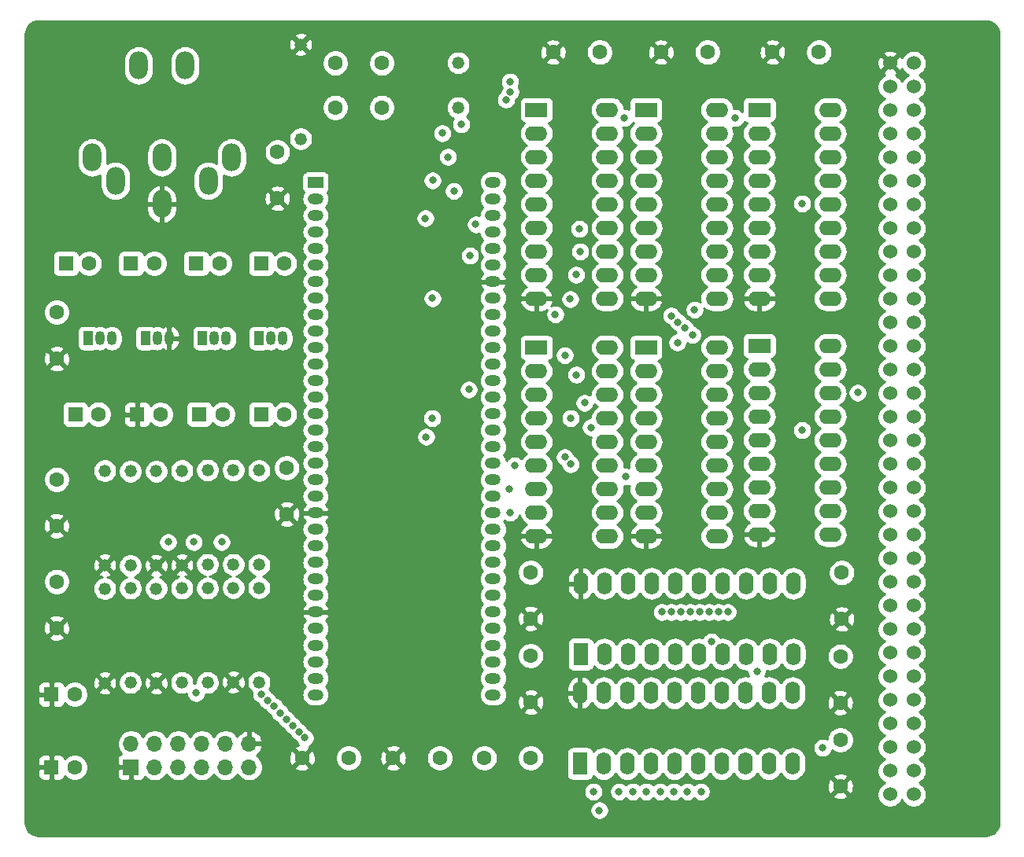
<source format=gbr>
G04 #@! TF.GenerationSoftware,KiCad,Pcbnew,(5.1.5-0-10_14)*
G04 #@! TF.CreationDate,2020-06-05T11:11:00+01:00*
G04 #@! TF.ProjectId,v9958video,76393935-3876-4696-9465-6f2e6b696361,rev?*
G04 #@! TF.SameCoordinates,Original*
G04 #@! TF.FileFunction,Copper,L3,Inr*
G04 #@! TF.FilePolarity,Positive*
%FSLAX46Y46*%
G04 Gerber Fmt 4.6, Leading zero omitted, Abs format (unit mm)*
G04 Created by KiCad (PCBNEW (5.1.5-0-10_14)) date 2020-06-05 11:11:00*
%MOMM*%
%LPD*%
G04 APERTURE LIST*
%ADD10C,1.320800*%
%ADD11O,1.700000X1.200000*%
%ADD12R,1.700000X1.200000*%
%ADD13C,1.600000*%
%ADD14R,1.600000X1.600000*%
%ADD15R,1.050000X1.500000*%
%ADD16O,1.050000X1.500000*%
%ADD17O,1.600000X2.400000*%
%ADD18R,1.600000X2.400000*%
%ADD19O,2.400000X1.600000*%
%ADD20R,2.400000X1.600000*%
%ADD21O,2.000000X3.000000*%
%ADD22O,1.700000X1.700000*%
%ADD23R,1.700000X1.700000*%
%ADD24C,1.524000*%
%ADD25C,0.800000*%
%ADD26C,0.254000*%
G04 APERTURE END LIST*
D10*
X124705768Y-89280000D03*
X124705768Y-79120000D03*
D11*
X160950400Y-48010000D03*
X160950400Y-49790000D03*
X160950400Y-51570000D03*
X160950400Y-53350000D03*
X160950400Y-55130000D03*
X160950400Y-56910000D03*
X160950400Y-58690000D03*
X160950400Y-60470000D03*
X160950400Y-62250000D03*
X160950400Y-64030000D03*
X160950400Y-65810000D03*
X160950400Y-67590000D03*
X160950400Y-69370000D03*
X160950400Y-71150000D03*
X160950400Y-72930000D03*
X160950400Y-74710000D03*
X160950400Y-76490000D03*
X160950400Y-78270000D03*
X160950400Y-80050000D03*
X160950400Y-81830000D03*
X160950400Y-83610000D03*
X160950400Y-85390000D03*
X160950400Y-87170000D03*
X160950400Y-88950000D03*
X160950400Y-90730000D03*
X160950400Y-92510000D03*
X160950400Y-94290000D03*
X160950400Y-96070000D03*
X160950400Y-97850000D03*
X160950400Y-99630000D03*
X160950400Y-101410000D03*
X160950400Y-103190000D03*
X141849600Y-103190000D03*
X141849600Y-101410000D03*
X141849600Y-99630000D03*
X141849600Y-97850000D03*
X141849600Y-96070000D03*
X141849600Y-94290000D03*
X141849600Y-92510000D03*
X141849600Y-90730000D03*
X141849600Y-88950000D03*
X141849600Y-87170000D03*
X141849600Y-85390000D03*
X141849600Y-83610000D03*
X141849600Y-81830000D03*
X141849600Y-80050000D03*
X141849600Y-78270000D03*
X141849600Y-76490000D03*
X141849600Y-74710000D03*
X141849600Y-72930000D03*
X141849600Y-71150000D03*
X141849600Y-69370000D03*
X141849600Y-67590000D03*
X141849600Y-65810000D03*
X141849600Y-64030000D03*
X141849600Y-62250000D03*
X141849600Y-60470000D03*
X141849600Y-58690000D03*
X141849600Y-56910000D03*
X141849600Y-55130000D03*
X141849600Y-53350000D03*
X141849600Y-51570000D03*
X141849600Y-49790000D03*
D12*
X141849600Y-48010000D03*
D13*
X137750000Y-44750000D03*
X137750000Y-49750000D03*
X138750000Y-78750000D03*
X138750000Y-83750000D03*
X114000000Y-62000000D03*
X114000000Y-67000000D03*
X115940000Y-111010000D03*
D14*
X113440000Y-111010000D03*
D13*
X114000000Y-80000000D03*
X114000000Y-85000000D03*
X114000000Y-91000000D03*
X114000000Y-96000000D03*
X115940000Y-103150000D03*
D14*
X113440000Y-103150000D03*
D13*
X124500000Y-56750000D03*
D14*
X122000000Y-56750000D03*
D13*
X138500000Y-72975000D03*
D14*
X136000000Y-72975000D03*
D15*
X135755000Y-64800000D03*
D16*
X138295000Y-64800000D03*
X137025000Y-64800000D03*
D17*
X170300000Y-102980000D03*
X193160000Y-110600000D03*
X172840000Y-102980000D03*
X190620000Y-110600000D03*
X175380000Y-102980000D03*
X188080000Y-110600000D03*
X177920000Y-102980000D03*
X185540000Y-110600000D03*
X180460000Y-102980000D03*
X183000000Y-110600000D03*
X183000000Y-102980000D03*
X180460000Y-110600000D03*
X185540000Y-102980000D03*
X177920000Y-110600000D03*
X188080000Y-102980000D03*
X175380000Y-110600000D03*
X190620000Y-102980000D03*
X172840000Y-110600000D03*
X193160000Y-102980000D03*
D18*
X170300000Y-110600000D03*
D13*
X118500000Y-72975000D03*
D14*
X116000000Y-72975000D03*
D13*
X131833332Y-72975000D03*
D14*
X129333332Y-72975000D03*
D13*
X125166666Y-73000000D03*
D14*
X122666666Y-73000000D03*
D13*
X117500000Y-56750000D03*
D14*
X115000000Y-56750000D03*
D13*
X131500000Y-56750000D03*
D14*
X129000000Y-56750000D03*
D13*
X138500000Y-56750000D03*
D14*
X136000000Y-56750000D03*
D17*
X170375000Y-91205000D03*
X193235000Y-98825000D03*
X172915000Y-91205000D03*
X190695000Y-98825000D03*
X175455000Y-91205000D03*
X188155000Y-98825000D03*
X177995000Y-91205000D03*
X185615000Y-98825000D03*
X180535000Y-91205000D03*
X183075000Y-98825000D03*
X183075000Y-91205000D03*
X180535000Y-98825000D03*
X185615000Y-91205000D03*
X177995000Y-98825000D03*
X188155000Y-91205000D03*
X175455000Y-98825000D03*
X190695000Y-91205000D03*
X172915000Y-98825000D03*
X193235000Y-91205000D03*
D18*
X170375000Y-98825000D03*
D15*
X117380000Y-64800000D03*
D16*
X119920000Y-64800000D03*
X118650000Y-64800000D03*
D19*
X173220000Y-65800000D03*
X165600000Y-86120000D03*
X173220000Y-68340000D03*
X165600000Y-83580000D03*
X173220000Y-70880000D03*
X165600000Y-81040000D03*
X173220000Y-73420000D03*
X165600000Y-78500000D03*
X173220000Y-75960000D03*
X165600000Y-75960000D03*
X173220000Y-78500000D03*
X165600000Y-73420000D03*
X173220000Y-81040000D03*
X165600000Y-70880000D03*
X173220000Y-83580000D03*
X165600000Y-68340000D03*
X173220000Y-86120000D03*
D20*
X165600000Y-65800000D03*
D19*
X173220000Y-40200000D03*
X165600000Y-60520000D03*
X173220000Y-42740000D03*
X165600000Y-57980000D03*
X173220000Y-45280000D03*
X165600000Y-55440000D03*
X173220000Y-47820000D03*
X165600000Y-52900000D03*
X173220000Y-50360000D03*
X165600000Y-50360000D03*
X173220000Y-52900000D03*
X165600000Y-47820000D03*
X173220000Y-55440000D03*
X165600000Y-45280000D03*
X173220000Y-57980000D03*
X165600000Y-42740000D03*
X173220000Y-60520000D03*
D20*
X165600000Y-40200000D03*
D19*
X185020000Y-65800000D03*
X177400000Y-86120000D03*
X185020000Y-68340000D03*
X177400000Y-83580000D03*
X185020000Y-70880000D03*
X177400000Y-81040000D03*
X185020000Y-73420000D03*
X177400000Y-78500000D03*
X185020000Y-75960000D03*
X177400000Y-75960000D03*
X185020000Y-78500000D03*
X177400000Y-73420000D03*
X185020000Y-81040000D03*
X177400000Y-70880000D03*
X185020000Y-83580000D03*
X177400000Y-68340000D03*
X185020000Y-86120000D03*
D20*
X177400000Y-65800000D03*
D19*
X185020000Y-40200000D03*
X177400000Y-60520000D03*
X185020000Y-42740000D03*
X177400000Y-57980000D03*
X185020000Y-45280000D03*
X177400000Y-55440000D03*
X185020000Y-47820000D03*
X177400000Y-52900000D03*
X185020000Y-50360000D03*
X177400000Y-50360000D03*
X185020000Y-52900000D03*
X177400000Y-47820000D03*
X185020000Y-55440000D03*
X177400000Y-45280000D03*
X185020000Y-57980000D03*
X177400000Y-42740000D03*
X185020000Y-60520000D03*
D20*
X177400000Y-40200000D03*
D19*
X197220000Y-65600000D03*
X189600000Y-85920000D03*
X197220000Y-68140000D03*
X189600000Y-83380000D03*
X197220000Y-70680000D03*
X189600000Y-80840000D03*
X197220000Y-73220000D03*
X189600000Y-78300000D03*
X197220000Y-75760000D03*
X189600000Y-75760000D03*
X197220000Y-78300000D03*
X189600000Y-73220000D03*
X197220000Y-80840000D03*
X189600000Y-70680000D03*
X197220000Y-83380000D03*
X189600000Y-68140000D03*
X197220000Y-85920000D03*
D20*
X189600000Y-65600000D03*
D19*
X197220000Y-40200000D03*
X189600000Y-60520000D03*
X197220000Y-42740000D03*
X189600000Y-57980000D03*
X197220000Y-45280000D03*
X189600000Y-55440000D03*
X197220000Y-47820000D03*
X189600000Y-52900000D03*
X197220000Y-50360000D03*
X189600000Y-50360000D03*
X197220000Y-52900000D03*
X189600000Y-47820000D03*
X197220000Y-55440000D03*
X189600000Y-45280000D03*
X197220000Y-57980000D03*
X189600000Y-42740000D03*
X197220000Y-60520000D03*
D20*
X189600000Y-40200000D03*
D10*
X135767304Y-89205000D03*
X135767304Y-79045000D03*
X121940384Y-91720000D03*
X121940384Y-101880000D03*
X124705768Y-101930000D03*
X124705768Y-91770000D03*
X119175000Y-101930000D03*
X119175000Y-91770000D03*
X133001920Y-89155000D03*
X133001920Y-78995000D03*
X135767304Y-91670000D03*
X135767304Y-101830000D03*
X133001920Y-101830000D03*
X133001920Y-91670000D03*
X119175000Y-89230000D03*
X119175000Y-79070000D03*
X121940384Y-89280000D03*
X121940384Y-79120000D03*
X130236536Y-78995000D03*
X130236536Y-89155000D03*
X127471152Y-89230000D03*
X127471152Y-79070000D03*
X127471152Y-91720000D03*
X127471152Y-101880000D03*
X130236536Y-91720000D03*
X130236536Y-101880000D03*
X140250000Y-33170000D03*
X140250000Y-43330000D03*
D15*
X129705000Y-64800000D03*
D16*
X132245000Y-64800000D03*
X130975000Y-64800000D03*
D15*
X123550000Y-64800000D03*
D16*
X126090000Y-64800000D03*
X124820000Y-64800000D03*
D10*
X157200000Y-39963000D03*
X157200000Y-35137000D03*
D21*
X132819200Y-45343600D03*
X125319200Y-45343600D03*
X117819200Y-45343600D03*
X130319200Y-47843600D03*
X120319200Y-47843600D03*
X125319200Y-50343600D03*
X122819200Y-35443600D03*
X127819200Y-35443600D03*
D22*
X134700000Y-108460000D03*
X134700000Y-111000000D03*
X132160000Y-108460000D03*
X132160000Y-111000000D03*
X129620000Y-108460000D03*
X129620000Y-111000000D03*
X127080000Y-108460000D03*
X127080000Y-111000000D03*
X124540000Y-108460000D03*
X124540000Y-111000000D03*
X122000000Y-108460000D03*
D23*
X122000000Y-111000000D03*
D24*
X206190000Y-113920000D03*
X203650000Y-113920000D03*
X206190000Y-111380000D03*
X203650000Y-111380000D03*
X203650000Y-35180000D03*
X206190000Y-35180000D03*
X203650000Y-37720000D03*
X206190000Y-37720000D03*
X203650000Y-40260000D03*
X206190000Y-40260000D03*
X203650000Y-42800000D03*
X206190000Y-42800000D03*
X203650000Y-45340000D03*
X206190000Y-45340000D03*
X203650000Y-47880000D03*
X206190000Y-47880000D03*
X203650000Y-50420000D03*
X206190000Y-50420000D03*
X203650000Y-52960000D03*
X206190000Y-52960000D03*
X203650000Y-55500000D03*
X206190000Y-55500000D03*
X203650000Y-58040000D03*
X206190000Y-58040000D03*
X203650000Y-60580000D03*
X206190000Y-60580000D03*
X203650000Y-63120000D03*
X206190000Y-63120000D03*
X203650000Y-65660000D03*
X206190000Y-65660000D03*
X203650000Y-68200000D03*
X206190000Y-68200000D03*
X203650000Y-70740000D03*
X206190000Y-70740000D03*
X203650000Y-73280000D03*
X206190000Y-73280000D03*
X203650000Y-75820000D03*
X206190000Y-75820000D03*
X203650000Y-78360000D03*
X206190000Y-78360000D03*
X203650000Y-80900000D03*
X206190000Y-80900000D03*
X203650000Y-83440000D03*
X206190000Y-83440000D03*
X203650000Y-85980000D03*
X206190000Y-85980000D03*
X203650000Y-88520000D03*
X206190000Y-88520000D03*
X203650000Y-91060000D03*
X206190000Y-91060000D03*
X203650000Y-93600000D03*
X206190000Y-93600000D03*
X203650000Y-96140000D03*
X206190000Y-96140000D03*
X203650000Y-98680000D03*
X206190000Y-98680000D03*
X203650000Y-101220000D03*
X206190000Y-101220000D03*
X203650000Y-103760000D03*
X206190000Y-103760000D03*
X203650000Y-106300000D03*
X206190000Y-106300000D03*
X203650000Y-108840000D03*
X206190000Y-108840000D03*
D13*
X165000000Y-110000000D03*
X160000000Y-110000000D03*
X165000000Y-99000000D03*
X165000000Y-104000000D03*
X198300000Y-108050000D03*
X198300000Y-113050000D03*
X184000000Y-34000000D03*
X179000000Y-34000000D03*
X155200000Y-110000000D03*
X150200000Y-110000000D03*
X196000000Y-34000000D03*
X191000000Y-34000000D03*
X198300000Y-99050000D03*
X198300000Y-104050000D03*
X165000000Y-90000000D03*
X165000000Y-95000000D03*
X172400000Y-34000000D03*
X167400000Y-34000000D03*
X198450000Y-90050000D03*
X198450000Y-95050000D03*
X145400000Y-110000000D03*
X140400000Y-110000000D03*
X143975000Y-39950000D03*
X148975000Y-39950000D03*
X143975000Y-35175000D03*
X148975000Y-35175000D03*
D25*
X136009071Y-103117428D03*
X126000000Y-86750000D03*
X137407616Y-104431597D03*
X136662943Y-103806597D03*
X153660000Y-51880000D03*
X153740000Y-75420000D03*
X162330000Y-39110000D03*
X175060000Y-41089990D03*
X162810000Y-38270000D03*
X187000000Y-41089990D03*
X162763521Y-37165604D03*
X200170000Y-70670000D03*
X154420000Y-60510000D03*
X154440000Y-47800000D03*
X154410000Y-73420000D03*
X169241937Y-60588063D03*
X167640000Y-62240000D03*
X163275410Y-78510000D03*
X159090000Y-52540000D03*
X162650410Y-81020000D03*
X158465000Y-55910000D03*
X162790000Y-83580000D03*
X169870000Y-57970000D03*
X169900000Y-68740000D03*
X170790000Y-71769990D03*
X170320000Y-55460000D03*
X171470000Y-74400000D03*
X170230000Y-53020000D03*
X194200000Y-74700000D03*
X194200000Y-50300000D03*
X168664999Y-66630000D03*
X168664999Y-77610010D03*
X169275000Y-73420000D03*
X169275000Y-78360000D03*
X158340000Y-70320000D03*
X175220000Y-79710000D03*
X157510000Y-41760000D03*
X156730000Y-48950000D03*
X156105000Y-45280000D03*
X155480000Y-42730000D03*
X179100000Y-94281978D03*
X180114285Y-94281978D03*
X181128570Y-94281978D03*
X182142855Y-94281978D03*
X183157140Y-94281978D03*
X184171425Y-94281978D03*
X185185710Y-94281978D03*
X186200000Y-94281978D03*
X172380000Y-115640000D03*
X138027840Y-105151198D03*
X138699593Y-105822951D03*
X139371346Y-106494704D03*
X129000000Y-103000000D03*
X140043098Y-107166456D03*
X140714851Y-107838208D03*
X171745000Y-113620000D03*
X182390000Y-64450000D03*
X182610000Y-61730000D03*
X181550000Y-63690000D03*
X180833046Y-63065000D03*
X196390000Y-108900000D03*
X184430000Y-97467066D03*
X180770000Y-65270000D03*
X189323058Y-100663058D03*
X180120000Y-62380000D03*
X183320000Y-113620000D03*
X181849165Y-113620000D03*
X180378332Y-113620000D03*
X178907499Y-113620000D03*
X177436666Y-113620000D03*
X175965833Y-113620000D03*
X174495000Y-113620000D03*
X128750000Y-86750000D03*
X131750000Y-86750000D03*
D26*
G36*
X214259659Y-30688625D02*
G01*
X214509429Y-30764035D01*
X214739792Y-30886522D01*
X214941980Y-31051422D01*
X215108286Y-31252450D01*
X215232378Y-31481954D01*
X215309531Y-31731195D01*
X215340000Y-32021088D01*
X215340001Y-116967711D01*
X215311375Y-117259660D01*
X215235965Y-117509429D01*
X215113477Y-117739794D01*
X214948579Y-117941979D01*
X214747546Y-118108288D01*
X214518046Y-118232378D01*
X214268805Y-118309531D01*
X213978911Y-118340000D01*
X112032279Y-118340000D01*
X111740340Y-118311375D01*
X111490571Y-118235965D01*
X111260206Y-118113477D01*
X111058021Y-117948579D01*
X110891712Y-117747546D01*
X110767622Y-117518046D01*
X110690469Y-117268805D01*
X110660000Y-116978911D01*
X110660000Y-115538061D01*
X171345000Y-115538061D01*
X171345000Y-115741939D01*
X171384774Y-115941898D01*
X171462795Y-116130256D01*
X171576063Y-116299774D01*
X171720226Y-116443937D01*
X171889744Y-116557205D01*
X172078102Y-116635226D01*
X172278061Y-116675000D01*
X172481939Y-116675000D01*
X172681898Y-116635226D01*
X172870256Y-116557205D01*
X173039774Y-116443937D01*
X173183937Y-116299774D01*
X173297205Y-116130256D01*
X173375226Y-115941898D01*
X173415000Y-115741939D01*
X173415000Y-115538061D01*
X173375226Y-115338102D01*
X173297205Y-115149744D01*
X173183937Y-114980226D01*
X173039774Y-114836063D01*
X172870256Y-114722795D01*
X172681898Y-114644774D01*
X172481939Y-114605000D01*
X172278061Y-114605000D01*
X172078102Y-114644774D01*
X171889744Y-114722795D01*
X171720226Y-114836063D01*
X171576063Y-114980226D01*
X171462795Y-115149744D01*
X171384774Y-115338102D01*
X171345000Y-115538061D01*
X110660000Y-115538061D01*
X110660000Y-113518061D01*
X170710000Y-113518061D01*
X170710000Y-113721939D01*
X170749774Y-113921898D01*
X170827795Y-114110256D01*
X170941063Y-114279774D01*
X171085226Y-114423937D01*
X171254744Y-114537205D01*
X171443102Y-114615226D01*
X171643061Y-114655000D01*
X171846939Y-114655000D01*
X172046898Y-114615226D01*
X172235256Y-114537205D01*
X172404774Y-114423937D01*
X172548937Y-114279774D01*
X172662205Y-114110256D01*
X172740226Y-113921898D01*
X172780000Y-113721939D01*
X172780000Y-113518061D01*
X173460000Y-113518061D01*
X173460000Y-113721939D01*
X173499774Y-113921898D01*
X173577795Y-114110256D01*
X173691063Y-114279774D01*
X173835226Y-114423937D01*
X174004744Y-114537205D01*
X174193102Y-114615226D01*
X174393061Y-114655000D01*
X174596939Y-114655000D01*
X174796898Y-114615226D01*
X174985256Y-114537205D01*
X175154774Y-114423937D01*
X175230417Y-114348295D01*
X175306059Y-114423937D01*
X175475577Y-114537205D01*
X175663935Y-114615226D01*
X175863894Y-114655000D01*
X176067772Y-114655000D01*
X176267731Y-114615226D01*
X176456089Y-114537205D01*
X176625607Y-114423937D01*
X176701250Y-114348295D01*
X176776892Y-114423937D01*
X176946410Y-114537205D01*
X177134768Y-114615226D01*
X177334727Y-114655000D01*
X177538605Y-114655000D01*
X177738564Y-114615226D01*
X177926922Y-114537205D01*
X178096440Y-114423937D01*
X178172083Y-114348295D01*
X178247725Y-114423937D01*
X178417243Y-114537205D01*
X178605601Y-114615226D01*
X178805560Y-114655000D01*
X179009438Y-114655000D01*
X179209397Y-114615226D01*
X179397755Y-114537205D01*
X179567273Y-114423937D01*
X179642916Y-114348295D01*
X179718558Y-114423937D01*
X179888076Y-114537205D01*
X180076434Y-114615226D01*
X180276393Y-114655000D01*
X180480271Y-114655000D01*
X180680230Y-114615226D01*
X180868588Y-114537205D01*
X181038106Y-114423937D01*
X181113749Y-114348295D01*
X181189391Y-114423937D01*
X181358909Y-114537205D01*
X181547267Y-114615226D01*
X181747226Y-114655000D01*
X181951104Y-114655000D01*
X182151063Y-114615226D01*
X182339421Y-114537205D01*
X182508939Y-114423937D01*
X182584583Y-114348294D01*
X182660226Y-114423937D01*
X182829744Y-114537205D01*
X183018102Y-114615226D01*
X183218061Y-114655000D01*
X183421939Y-114655000D01*
X183621898Y-114615226D01*
X183810256Y-114537205D01*
X183979774Y-114423937D01*
X184123937Y-114279774D01*
X184237205Y-114110256D01*
X184265186Y-114042702D01*
X197486903Y-114042702D01*
X197558486Y-114286671D01*
X197813996Y-114407571D01*
X198088184Y-114476300D01*
X198370512Y-114490217D01*
X198650130Y-114448787D01*
X198916292Y-114353603D01*
X199041514Y-114286671D01*
X199113097Y-114042702D01*
X198300000Y-113229605D01*
X197486903Y-114042702D01*
X184265186Y-114042702D01*
X184315226Y-113921898D01*
X184355000Y-113721939D01*
X184355000Y-113518061D01*
X184315226Y-113318102D01*
X184237205Y-113129744D01*
X184231037Y-113120512D01*
X196859783Y-113120512D01*
X196901213Y-113400130D01*
X196996397Y-113666292D01*
X197063329Y-113791514D01*
X197307298Y-113863097D01*
X198120395Y-113050000D01*
X198479605Y-113050000D01*
X199292702Y-113863097D01*
X199536671Y-113791514D01*
X199657571Y-113536004D01*
X199726300Y-113261816D01*
X199740217Y-112979488D01*
X199698787Y-112699870D01*
X199603603Y-112433708D01*
X199536671Y-112308486D01*
X199292702Y-112236903D01*
X198479605Y-113050000D01*
X198120395Y-113050000D01*
X197307298Y-112236903D01*
X197063329Y-112308486D01*
X196942429Y-112563996D01*
X196873700Y-112838184D01*
X196859783Y-113120512D01*
X184231037Y-113120512D01*
X184123937Y-112960226D01*
X183979774Y-112816063D01*
X183810256Y-112702795D01*
X183621898Y-112624774D01*
X183421939Y-112585000D01*
X183218061Y-112585000D01*
X183018102Y-112624774D01*
X182829744Y-112702795D01*
X182660226Y-112816063D01*
X182584583Y-112891707D01*
X182508939Y-112816063D01*
X182339421Y-112702795D01*
X182151063Y-112624774D01*
X181951104Y-112585000D01*
X181747226Y-112585000D01*
X181547267Y-112624774D01*
X181358909Y-112702795D01*
X181189391Y-112816063D01*
X181113749Y-112891706D01*
X181038106Y-112816063D01*
X180868588Y-112702795D01*
X180680230Y-112624774D01*
X180480271Y-112585000D01*
X180276393Y-112585000D01*
X180076434Y-112624774D01*
X179888076Y-112702795D01*
X179718558Y-112816063D01*
X179642916Y-112891706D01*
X179567273Y-112816063D01*
X179397755Y-112702795D01*
X179209397Y-112624774D01*
X179009438Y-112585000D01*
X178805560Y-112585000D01*
X178605601Y-112624774D01*
X178417243Y-112702795D01*
X178247725Y-112816063D01*
X178172083Y-112891706D01*
X178096440Y-112816063D01*
X177926922Y-112702795D01*
X177738564Y-112624774D01*
X177538605Y-112585000D01*
X177334727Y-112585000D01*
X177134768Y-112624774D01*
X176946410Y-112702795D01*
X176776892Y-112816063D01*
X176701250Y-112891706D01*
X176625607Y-112816063D01*
X176456089Y-112702795D01*
X176267731Y-112624774D01*
X176067772Y-112585000D01*
X175863894Y-112585000D01*
X175663935Y-112624774D01*
X175475577Y-112702795D01*
X175306059Y-112816063D01*
X175230417Y-112891706D01*
X175154774Y-112816063D01*
X174985256Y-112702795D01*
X174796898Y-112624774D01*
X174596939Y-112585000D01*
X174393061Y-112585000D01*
X174193102Y-112624774D01*
X174004744Y-112702795D01*
X173835226Y-112816063D01*
X173691063Y-112960226D01*
X173577795Y-113129744D01*
X173499774Y-113318102D01*
X173460000Y-113518061D01*
X172780000Y-113518061D01*
X172740226Y-113318102D01*
X172662205Y-113129744D01*
X172548937Y-112960226D01*
X172404774Y-112816063D01*
X172235256Y-112702795D01*
X172046898Y-112624774D01*
X171846939Y-112585000D01*
X171643061Y-112585000D01*
X171443102Y-112624774D01*
X171254744Y-112702795D01*
X171085226Y-112816063D01*
X170941063Y-112960226D01*
X170827795Y-113129744D01*
X170749774Y-113318102D01*
X170710000Y-113518061D01*
X110660000Y-113518061D01*
X110660000Y-111810000D01*
X112001928Y-111810000D01*
X112014188Y-111934482D01*
X112050498Y-112054180D01*
X112109463Y-112164494D01*
X112188815Y-112261185D01*
X112285506Y-112340537D01*
X112395820Y-112399502D01*
X112515518Y-112435812D01*
X112640000Y-112448072D01*
X113154250Y-112445000D01*
X113313000Y-112286250D01*
X113313000Y-111137000D01*
X112163750Y-111137000D01*
X112005000Y-111295750D01*
X112001928Y-111810000D01*
X110660000Y-111810000D01*
X110660000Y-110210000D01*
X112001928Y-110210000D01*
X112005000Y-110724250D01*
X112163750Y-110883000D01*
X113313000Y-110883000D01*
X113313000Y-109733750D01*
X113567000Y-109733750D01*
X113567000Y-110883000D01*
X113587000Y-110883000D01*
X113587000Y-111137000D01*
X113567000Y-111137000D01*
X113567000Y-112286250D01*
X113725750Y-112445000D01*
X114240000Y-112448072D01*
X114364482Y-112435812D01*
X114484180Y-112399502D01*
X114594494Y-112340537D01*
X114691185Y-112261185D01*
X114770537Y-112164494D01*
X114829502Y-112054180D01*
X114858661Y-111958057D01*
X115025241Y-112124637D01*
X115260273Y-112281680D01*
X115521426Y-112389853D01*
X115798665Y-112445000D01*
X116081335Y-112445000D01*
X116358574Y-112389853D01*
X116619727Y-112281680D01*
X116854759Y-112124637D01*
X117054637Y-111924759D01*
X117104589Y-111850000D01*
X120511928Y-111850000D01*
X120524188Y-111974482D01*
X120560498Y-112094180D01*
X120619463Y-112204494D01*
X120698815Y-112301185D01*
X120795506Y-112380537D01*
X120905820Y-112439502D01*
X121025518Y-112475812D01*
X121150000Y-112488072D01*
X121714250Y-112485000D01*
X121873000Y-112326250D01*
X121873000Y-111127000D01*
X120673750Y-111127000D01*
X120515000Y-111285750D01*
X120511928Y-111850000D01*
X117104589Y-111850000D01*
X117211680Y-111689727D01*
X117319853Y-111428574D01*
X117375000Y-111151335D01*
X117375000Y-110868665D01*
X117319853Y-110591426D01*
X117211680Y-110330273D01*
X117091226Y-110150000D01*
X120511928Y-110150000D01*
X120515000Y-110714250D01*
X120673750Y-110873000D01*
X121873000Y-110873000D01*
X121873000Y-110853000D01*
X122127000Y-110853000D01*
X122127000Y-110873000D01*
X122147000Y-110873000D01*
X122147000Y-111127000D01*
X122127000Y-111127000D01*
X122127000Y-112326250D01*
X122285750Y-112485000D01*
X122850000Y-112488072D01*
X122974482Y-112475812D01*
X123094180Y-112439502D01*
X123204494Y-112380537D01*
X123301185Y-112301185D01*
X123380537Y-112204494D01*
X123439502Y-112094180D01*
X123461513Y-112021620D01*
X123593368Y-112153475D01*
X123836589Y-112315990D01*
X124106842Y-112427932D01*
X124393740Y-112485000D01*
X124686260Y-112485000D01*
X124973158Y-112427932D01*
X125243411Y-112315990D01*
X125486632Y-112153475D01*
X125693475Y-111946632D01*
X125810000Y-111772240D01*
X125926525Y-111946632D01*
X126133368Y-112153475D01*
X126376589Y-112315990D01*
X126646842Y-112427932D01*
X126933740Y-112485000D01*
X127226260Y-112485000D01*
X127513158Y-112427932D01*
X127783411Y-112315990D01*
X128026632Y-112153475D01*
X128233475Y-111946632D01*
X128350000Y-111772240D01*
X128466525Y-111946632D01*
X128673368Y-112153475D01*
X128916589Y-112315990D01*
X129186842Y-112427932D01*
X129473740Y-112485000D01*
X129766260Y-112485000D01*
X130053158Y-112427932D01*
X130323411Y-112315990D01*
X130566632Y-112153475D01*
X130773475Y-111946632D01*
X130890000Y-111772240D01*
X131006525Y-111946632D01*
X131213368Y-112153475D01*
X131456589Y-112315990D01*
X131726842Y-112427932D01*
X132013740Y-112485000D01*
X132306260Y-112485000D01*
X132593158Y-112427932D01*
X132863411Y-112315990D01*
X133106632Y-112153475D01*
X133313475Y-111946632D01*
X133430000Y-111772240D01*
X133546525Y-111946632D01*
X133753368Y-112153475D01*
X133996589Y-112315990D01*
X134266842Y-112427932D01*
X134553740Y-112485000D01*
X134846260Y-112485000D01*
X135133158Y-112427932D01*
X135403411Y-112315990D01*
X135646632Y-112153475D01*
X135853475Y-111946632D01*
X136015990Y-111703411D01*
X136127932Y-111433158D01*
X136185000Y-111146260D01*
X136185000Y-110992702D01*
X139586903Y-110992702D01*
X139658486Y-111236671D01*
X139913996Y-111357571D01*
X140188184Y-111426300D01*
X140470512Y-111440217D01*
X140750130Y-111398787D01*
X141016292Y-111303603D01*
X141141514Y-111236671D01*
X141213097Y-110992702D01*
X140400000Y-110179605D01*
X139586903Y-110992702D01*
X136185000Y-110992702D01*
X136185000Y-110853740D01*
X136127932Y-110566842D01*
X136015990Y-110296589D01*
X135864931Y-110070512D01*
X138959783Y-110070512D01*
X139001213Y-110350130D01*
X139096397Y-110616292D01*
X139163329Y-110741514D01*
X139407298Y-110813097D01*
X140220395Y-110000000D01*
X140579605Y-110000000D01*
X141392702Y-110813097D01*
X141636671Y-110741514D01*
X141757571Y-110486004D01*
X141826300Y-110211816D01*
X141840217Y-109929488D01*
X141829724Y-109858665D01*
X143965000Y-109858665D01*
X143965000Y-110141335D01*
X144020147Y-110418574D01*
X144128320Y-110679727D01*
X144285363Y-110914759D01*
X144485241Y-111114637D01*
X144720273Y-111271680D01*
X144981426Y-111379853D01*
X145258665Y-111435000D01*
X145541335Y-111435000D01*
X145818574Y-111379853D01*
X146079727Y-111271680D01*
X146314759Y-111114637D01*
X146436694Y-110992702D01*
X149386903Y-110992702D01*
X149458486Y-111236671D01*
X149713996Y-111357571D01*
X149988184Y-111426300D01*
X150270512Y-111440217D01*
X150550130Y-111398787D01*
X150816292Y-111303603D01*
X150941514Y-111236671D01*
X151013097Y-110992702D01*
X150200000Y-110179605D01*
X149386903Y-110992702D01*
X146436694Y-110992702D01*
X146514637Y-110914759D01*
X146671680Y-110679727D01*
X146779853Y-110418574D01*
X146835000Y-110141335D01*
X146835000Y-110070512D01*
X148759783Y-110070512D01*
X148801213Y-110350130D01*
X148896397Y-110616292D01*
X148963329Y-110741514D01*
X149207298Y-110813097D01*
X150020395Y-110000000D01*
X150379605Y-110000000D01*
X151192702Y-110813097D01*
X151436671Y-110741514D01*
X151557571Y-110486004D01*
X151626300Y-110211816D01*
X151640217Y-109929488D01*
X151629724Y-109858665D01*
X153765000Y-109858665D01*
X153765000Y-110141335D01*
X153820147Y-110418574D01*
X153928320Y-110679727D01*
X154085363Y-110914759D01*
X154285241Y-111114637D01*
X154520273Y-111271680D01*
X154781426Y-111379853D01*
X155058665Y-111435000D01*
X155341335Y-111435000D01*
X155618574Y-111379853D01*
X155879727Y-111271680D01*
X156114759Y-111114637D01*
X156314637Y-110914759D01*
X156471680Y-110679727D01*
X156579853Y-110418574D01*
X156635000Y-110141335D01*
X156635000Y-109858665D01*
X158565000Y-109858665D01*
X158565000Y-110141335D01*
X158620147Y-110418574D01*
X158728320Y-110679727D01*
X158885363Y-110914759D01*
X159085241Y-111114637D01*
X159320273Y-111271680D01*
X159581426Y-111379853D01*
X159858665Y-111435000D01*
X160141335Y-111435000D01*
X160418574Y-111379853D01*
X160679727Y-111271680D01*
X160914759Y-111114637D01*
X161114637Y-110914759D01*
X161271680Y-110679727D01*
X161379853Y-110418574D01*
X161435000Y-110141335D01*
X161435000Y-109858665D01*
X163565000Y-109858665D01*
X163565000Y-110141335D01*
X163620147Y-110418574D01*
X163728320Y-110679727D01*
X163885363Y-110914759D01*
X164085241Y-111114637D01*
X164320273Y-111271680D01*
X164581426Y-111379853D01*
X164858665Y-111435000D01*
X165141335Y-111435000D01*
X165418574Y-111379853D01*
X165679727Y-111271680D01*
X165914759Y-111114637D01*
X166114637Y-110914759D01*
X166271680Y-110679727D01*
X166379853Y-110418574D01*
X166435000Y-110141335D01*
X166435000Y-109858665D01*
X166379853Y-109581426D01*
X166304704Y-109400000D01*
X168861928Y-109400000D01*
X168861928Y-111800000D01*
X168874188Y-111924482D01*
X168910498Y-112044180D01*
X168969463Y-112154494D01*
X169048815Y-112251185D01*
X169145506Y-112330537D01*
X169255820Y-112389502D01*
X169375518Y-112425812D01*
X169500000Y-112438072D01*
X171100000Y-112438072D01*
X171224482Y-112425812D01*
X171344180Y-112389502D01*
X171454494Y-112330537D01*
X171551185Y-112251185D01*
X171630537Y-112154494D01*
X171689502Y-112044180D01*
X171725812Y-111924482D01*
X171727581Y-111906517D01*
X171820393Y-112019608D01*
X172038900Y-112198932D01*
X172288193Y-112332182D01*
X172558692Y-112414236D01*
X172840000Y-112441943D01*
X173121309Y-112414236D01*
X173391808Y-112332182D01*
X173641101Y-112198932D01*
X173859608Y-112019608D01*
X174038932Y-111801101D01*
X174110000Y-111668142D01*
X174181068Y-111801101D01*
X174360393Y-112019608D01*
X174578900Y-112198932D01*
X174828193Y-112332182D01*
X175098692Y-112414236D01*
X175380000Y-112441943D01*
X175661309Y-112414236D01*
X175931808Y-112332182D01*
X176181101Y-112198932D01*
X176399608Y-112019608D01*
X176578932Y-111801101D01*
X176650000Y-111668142D01*
X176721068Y-111801101D01*
X176900393Y-112019608D01*
X177118900Y-112198932D01*
X177368193Y-112332182D01*
X177638692Y-112414236D01*
X177920000Y-112441943D01*
X178201309Y-112414236D01*
X178471808Y-112332182D01*
X178721101Y-112198932D01*
X178939608Y-112019608D01*
X179118932Y-111801101D01*
X179190000Y-111668142D01*
X179261068Y-111801101D01*
X179440393Y-112019608D01*
X179658900Y-112198932D01*
X179908193Y-112332182D01*
X180178692Y-112414236D01*
X180460000Y-112441943D01*
X180741309Y-112414236D01*
X181011808Y-112332182D01*
X181261101Y-112198932D01*
X181479608Y-112019608D01*
X181658932Y-111801101D01*
X181730000Y-111668142D01*
X181801068Y-111801101D01*
X181980393Y-112019608D01*
X182198900Y-112198932D01*
X182448193Y-112332182D01*
X182718692Y-112414236D01*
X183000000Y-112441943D01*
X183281309Y-112414236D01*
X183551808Y-112332182D01*
X183801101Y-112198932D01*
X184019608Y-112019608D01*
X184198932Y-111801101D01*
X184270000Y-111668142D01*
X184341068Y-111801101D01*
X184520393Y-112019608D01*
X184738900Y-112198932D01*
X184988193Y-112332182D01*
X185258692Y-112414236D01*
X185540000Y-112441943D01*
X185821309Y-112414236D01*
X186091808Y-112332182D01*
X186341101Y-112198932D01*
X186559608Y-112019608D01*
X186738932Y-111801101D01*
X186810000Y-111668142D01*
X186881068Y-111801101D01*
X187060393Y-112019608D01*
X187278900Y-112198932D01*
X187528193Y-112332182D01*
X187798692Y-112414236D01*
X188080000Y-112441943D01*
X188361309Y-112414236D01*
X188631808Y-112332182D01*
X188881101Y-112198932D01*
X189099608Y-112019608D01*
X189278932Y-111801101D01*
X189350000Y-111668142D01*
X189421068Y-111801101D01*
X189600393Y-112019608D01*
X189818900Y-112198932D01*
X190068193Y-112332182D01*
X190338692Y-112414236D01*
X190620000Y-112441943D01*
X190901309Y-112414236D01*
X191171808Y-112332182D01*
X191421101Y-112198932D01*
X191639608Y-112019608D01*
X191818932Y-111801101D01*
X191890000Y-111668142D01*
X191961068Y-111801101D01*
X192140393Y-112019608D01*
X192358900Y-112198932D01*
X192608193Y-112332182D01*
X192878692Y-112414236D01*
X193160000Y-112441943D01*
X193441309Y-112414236D01*
X193711808Y-112332182D01*
X193961101Y-112198932D01*
X194133682Y-112057298D01*
X197486903Y-112057298D01*
X198300000Y-112870395D01*
X199113097Y-112057298D01*
X199041514Y-111813329D01*
X198786004Y-111692429D01*
X198511816Y-111623700D01*
X198229488Y-111609783D01*
X197949870Y-111651213D01*
X197683708Y-111746397D01*
X197558486Y-111813329D01*
X197486903Y-112057298D01*
X194133682Y-112057298D01*
X194179608Y-112019608D01*
X194358932Y-111801101D01*
X194492182Y-111551808D01*
X194574236Y-111281309D01*
X194595000Y-111070491D01*
X194595000Y-110129508D01*
X194574236Y-109918691D01*
X194492182Y-109648192D01*
X194358932Y-109398899D01*
X194179607Y-109180392D01*
X193961100Y-109001068D01*
X193711807Y-108867818D01*
X193481847Y-108798061D01*
X195355000Y-108798061D01*
X195355000Y-109001939D01*
X195394774Y-109201898D01*
X195472795Y-109390256D01*
X195586063Y-109559774D01*
X195730226Y-109703937D01*
X195899744Y-109817205D01*
X196088102Y-109895226D01*
X196288061Y-109935000D01*
X196491939Y-109935000D01*
X196691898Y-109895226D01*
X196880256Y-109817205D01*
X197049774Y-109703937D01*
X197193937Y-109559774D01*
X197307205Y-109390256D01*
X197385226Y-109201898D01*
X197391770Y-109168999D01*
X197620273Y-109321680D01*
X197881426Y-109429853D01*
X198158665Y-109485000D01*
X198441335Y-109485000D01*
X198718574Y-109429853D01*
X198979727Y-109321680D01*
X199214759Y-109164637D01*
X199414637Y-108964759D01*
X199571680Y-108729727D01*
X199679853Y-108468574D01*
X199735000Y-108191335D01*
X199735000Y-107908665D01*
X199679853Y-107631426D01*
X199571680Y-107370273D01*
X199414637Y-107135241D01*
X199214759Y-106935363D01*
X198979727Y-106778320D01*
X198718574Y-106670147D01*
X198441335Y-106615000D01*
X198158665Y-106615000D01*
X197881426Y-106670147D01*
X197620273Y-106778320D01*
X197385241Y-106935363D01*
X197185363Y-107135241D01*
X197028320Y-107370273D01*
X196920147Y-107631426D01*
X196865000Y-107908665D01*
X196865000Y-107976476D01*
X196691898Y-107904774D01*
X196491939Y-107865000D01*
X196288061Y-107865000D01*
X196088102Y-107904774D01*
X195899744Y-107982795D01*
X195730226Y-108096063D01*
X195586063Y-108240226D01*
X195472795Y-108409744D01*
X195394774Y-108598102D01*
X195355000Y-108798061D01*
X193481847Y-108798061D01*
X193441308Y-108785764D01*
X193160000Y-108758057D01*
X192878691Y-108785764D01*
X192608192Y-108867818D01*
X192358899Y-109001068D01*
X192140392Y-109180393D01*
X191961068Y-109398900D01*
X191890000Y-109531858D01*
X191818932Y-109398899D01*
X191639607Y-109180392D01*
X191421100Y-109001068D01*
X191171807Y-108867818D01*
X190901308Y-108785764D01*
X190620000Y-108758057D01*
X190338691Y-108785764D01*
X190068192Y-108867818D01*
X189818899Y-109001068D01*
X189600392Y-109180393D01*
X189421068Y-109398900D01*
X189350000Y-109531858D01*
X189278932Y-109398899D01*
X189099607Y-109180392D01*
X188881100Y-109001068D01*
X188631807Y-108867818D01*
X188361308Y-108785764D01*
X188080000Y-108758057D01*
X187798691Y-108785764D01*
X187528192Y-108867818D01*
X187278899Y-109001068D01*
X187060392Y-109180393D01*
X186881068Y-109398900D01*
X186810000Y-109531858D01*
X186738932Y-109398899D01*
X186559607Y-109180392D01*
X186341100Y-109001068D01*
X186091807Y-108867818D01*
X185821308Y-108785764D01*
X185540000Y-108758057D01*
X185258691Y-108785764D01*
X184988192Y-108867818D01*
X184738899Y-109001068D01*
X184520392Y-109180393D01*
X184341068Y-109398900D01*
X184270000Y-109531858D01*
X184198932Y-109398899D01*
X184019607Y-109180392D01*
X183801100Y-109001068D01*
X183551807Y-108867818D01*
X183281308Y-108785764D01*
X183000000Y-108758057D01*
X182718691Y-108785764D01*
X182448192Y-108867818D01*
X182198899Y-109001068D01*
X181980392Y-109180393D01*
X181801068Y-109398900D01*
X181730000Y-109531858D01*
X181658932Y-109398899D01*
X181479607Y-109180392D01*
X181261100Y-109001068D01*
X181011807Y-108867818D01*
X180741308Y-108785764D01*
X180460000Y-108758057D01*
X180178691Y-108785764D01*
X179908192Y-108867818D01*
X179658899Y-109001068D01*
X179440392Y-109180393D01*
X179261068Y-109398900D01*
X179190000Y-109531858D01*
X179118932Y-109398899D01*
X178939607Y-109180392D01*
X178721100Y-109001068D01*
X178471807Y-108867818D01*
X178201308Y-108785764D01*
X177920000Y-108758057D01*
X177638691Y-108785764D01*
X177368192Y-108867818D01*
X177118899Y-109001068D01*
X176900392Y-109180393D01*
X176721068Y-109398900D01*
X176650000Y-109531858D01*
X176578932Y-109398899D01*
X176399607Y-109180392D01*
X176181100Y-109001068D01*
X175931807Y-108867818D01*
X175661308Y-108785764D01*
X175380000Y-108758057D01*
X175098691Y-108785764D01*
X174828192Y-108867818D01*
X174578899Y-109001068D01*
X174360392Y-109180393D01*
X174181068Y-109398900D01*
X174110000Y-109531858D01*
X174038932Y-109398899D01*
X173859607Y-109180392D01*
X173641100Y-109001068D01*
X173391807Y-108867818D01*
X173121308Y-108785764D01*
X172840000Y-108758057D01*
X172558691Y-108785764D01*
X172288192Y-108867818D01*
X172038899Y-109001068D01*
X171820392Y-109180393D01*
X171727581Y-109293483D01*
X171725812Y-109275518D01*
X171689502Y-109155820D01*
X171630537Y-109045506D01*
X171551185Y-108948815D01*
X171454494Y-108869463D01*
X171344180Y-108810498D01*
X171224482Y-108774188D01*
X171100000Y-108761928D01*
X169500000Y-108761928D01*
X169375518Y-108774188D01*
X169255820Y-108810498D01*
X169145506Y-108869463D01*
X169048815Y-108948815D01*
X168969463Y-109045506D01*
X168910498Y-109155820D01*
X168874188Y-109275518D01*
X168861928Y-109400000D01*
X166304704Y-109400000D01*
X166271680Y-109320273D01*
X166114637Y-109085241D01*
X165914759Y-108885363D01*
X165679727Y-108728320D01*
X165418574Y-108620147D01*
X165141335Y-108565000D01*
X164858665Y-108565000D01*
X164581426Y-108620147D01*
X164320273Y-108728320D01*
X164085241Y-108885363D01*
X163885363Y-109085241D01*
X163728320Y-109320273D01*
X163620147Y-109581426D01*
X163565000Y-109858665D01*
X161435000Y-109858665D01*
X161379853Y-109581426D01*
X161271680Y-109320273D01*
X161114637Y-109085241D01*
X160914759Y-108885363D01*
X160679727Y-108728320D01*
X160418574Y-108620147D01*
X160141335Y-108565000D01*
X159858665Y-108565000D01*
X159581426Y-108620147D01*
X159320273Y-108728320D01*
X159085241Y-108885363D01*
X158885363Y-109085241D01*
X158728320Y-109320273D01*
X158620147Y-109581426D01*
X158565000Y-109858665D01*
X156635000Y-109858665D01*
X156579853Y-109581426D01*
X156471680Y-109320273D01*
X156314637Y-109085241D01*
X156114759Y-108885363D01*
X155879727Y-108728320D01*
X155618574Y-108620147D01*
X155341335Y-108565000D01*
X155058665Y-108565000D01*
X154781426Y-108620147D01*
X154520273Y-108728320D01*
X154285241Y-108885363D01*
X154085363Y-109085241D01*
X153928320Y-109320273D01*
X153820147Y-109581426D01*
X153765000Y-109858665D01*
X151629724Y-109858665D01*
X151598787Y-109649870D01*
X151503603Y-109383708D01*
X151436671Y-109258486D01*
X151192702Y-109186903D01*
X150379605Y-110000000D01*
X150020395Y-110000000D01*
X149207298Y-109186903D01*
X148963329Y-109258486D01*
X148842429Y-109513996D01*
X148773700Y-109788184D01*
X148759783Y-110070512D01*
X146835000Y-110070512D01*
X146835000Y-109858665D01*
X146779853Y-109581426D01*
X146671680Y-109320273D01*
X146514637Y-109085241D01*
X146436694Y-109007298D01*
X149386903Y-109007298D01*
X150200000Y-109820395D01*
X151013097Y-109007298D01*
X150941514Y-108763329D01*
X150686004Y-108642429D01*
X150411816Y-108573700D01*
X150129488Y-108559783D01*
X149849870Y-108601213D01*
X149583708Y-108696397D01*
X149458486Y-108763329D01*
X149386903Y-109007298D01*
X146436694Y-109007298D01*
X146314759Y-108885363D01*
X146079727Y-108728320D01*
X145818574Y-108620147D01*
X145541335Y-108565000D01*
X145258665Y-108565000D01*
X144981426Y-108620147D01*
X144720273Y-108728320D01*
X144485241Y-108885363D01*
X144285363Y-109085241D01*
X144128320Y-109320273D01*
X144020147Y-109581426D01*
X143965000Y-109858665D01*
X141829724Y-109858665D01*
X141798787Y-109649870D01*
X141703603Y-109383708D01*
X141636671Y-109258486D01*
X141392702Y-109186903D01*
X140579605Y-110000000D01*
X140220395Y-110000000D01*
X139407298Y-109186903D01*
X139163329Y-109258486D01*
X139042429Y-109513996D01*
X138973700Y-109788184D01*
X138959783Y-110070512D01*
X135864931Y-110070512D01*
X135853475Y-110053368D01*
X135646632Y-109846525D01*
X135470594Y-109728900D01*
X135700269Y-109557588D01*
X135895178Y-109341355D01*
X136044157Y-109091252D01*
X136141481Y-108816891D01*
X136020814Y-108587000D01*
X134827000Y-108587000D01*
X134827000Y-108607000D01*
X134573000Y-108607000D01*
X134573000Y-108587000D01*
X134553000Y-108587000D01*
X134553000Y-108333000D01*
X134573000Y-108333000D01*
X134573000Y-107139845D01*
X134827000Y-107139845D01*
X134827000Y-108333000D01*
X136020814Y-108333000D01*
X136141481Y-108103109D01*
X136044157Y-107828748D01*
X135895178Y-107578645D01*
X135700269Y-107362412D01*
X135466920Y-107188359D01*
X135204099Y-107063175D01*
X135056890Y-107018524D01*
X134827000Y-107139845D01*
X134573000Y-107139845D01*
X134343110Y-107018524D01*
X134195901Y-107063175D01*
X133933080Y-107188359D01*
X133699731Y-107362412D01*
X133504822Y-107578645D01*
X133435195Y-107695534D01*
X133313475Y-107513368D01*
X133106632Y-107306525D01*
X132863411Y-107144010D01*
X132593158Y-107032068D01*
X132306260Y-106975000D01*
X132013740Y-106975000D01*
X131726842Y-107032068D01*
X131456589Y-107144010D01*
X131213368Y-107306525D01*
X131006525Y-107513368D01*
X130890000Y-107687760D01*
X130773475Y-107513368D01*
X130566632Y-107306525D01*
X130323411Y-107144010D01*
X130053158Y-107032068D01*
X129766260Y-106975000D01*
X129473740Y-106975000D01*
X129186842Y-107032068D01*
X128916589Y-107144010D01*
X128673368Y-107306525D01*
X128466525Y-107513368D01*
X128350000Y-107687760D01*
X128233475Y-107513368D01*
X128026632Y-107306525D01*
X127783411Y-107144010D01*
X127513158Y-107032068D01*
X127226260Y-106975000D01*
X126933740Y-106975000D01*
X126646842Y-107032068D01*
X126376589Y-107144010D01*
X126133368Y-107306525D01*
X125926525Y-107513368D01*
X125810000Y-107687760D01*
X125693475Y-107513368D01*
X125486632Y-107306525D01*
X125243411Y-107144010D01*
X124973158Y-107032068D01*
X124686260Y-106975000D01*
X124393740Y-106975000D01*
X124106842Y-107032068D01*
X123836589Y-107144010D01*
X123593368Y-107306525D01*
X123386525Y-107513368D01*
X123270000Y-107687760D01*
X123153475Y-107513368D01*
X122946632Y-107306525D01*
X122703411Y-107144010D01*
X122433158Y-107032068D01*
X122146260Y-106975000D01*
X121853740Y-106975000D01*
X121566842Y-107032068D01*
X121296589Y-107144010D01*
X121053368Y-107306525D01*
X120846525Y-107513368D01*
X120684010Y-107756589D01*
X120572068Y-108026842D01*
X120515000Y-108313740D01*
X120515000Y-108606260D01*
X120572068Y-108893158D01*
X120684010Y-109163411D01*
X120846525Y-109406632D01*
X120978380Y-109538487D01*
X120905820Y-109560498D01*
X120795506Y-109619463D01*
X120698815Y-109698815D01*
X120619463Y-109795506D01*
X120560498Y-109905820D01*
X120524188Y-110025518D01*
X120511928Y-110150000D01*
X117091226Y-110150000D01*
X117054637Y-110095241D01*
X116854759Y-109895363D01*
X116619727Y-109738320D01*
X116358574Y-109630147D01*
X116081335Y-109575000D01*
X115798665Y-109575000D01*
X115521426Y-109630147D01*
X115260273Y-109738320D01*
X115025241Y-109895363D01*
X114858661Y-110061943D01*
X114829502Y-109965820D01*
X114770537Y-109855506D01*
X114691185Y-109758815D01*
X114594494Y-109679463D01*
X114484180Y-109620498D01*
X114364482Y-109584188D01*
X114240000Y-109571928D01*
X113725750Y-109575000D01*
X113567000Y-109733750D01*
X113313000Y-109733750D01*
X113154250Y-109575000D01*
X112640000Y-109571928D01*
X112515518Y-109584188D01*
X112395820Y-109620498D01*
X112285506Y-109679463D01*
X112188815Y-109758815D01*
X112109463Y-109855506D01*
X112050498Y-109965820D01*
X112014188Y-110085518D01*
X112001928Y-110210000D01*
X110660000Y-110210000D01*
X110660000Y-103950000D01*
X112001928Y-103950000D01*
X112014188Y-104074482D01*
X112050498Y-104194180D01*
X112109463Y-104304494D01*
X112188815Y-104401185D01*
X112285506Y-104480537D01*
X112395820Y-104539502D01*
X112515518Y-104575812D01*
X112640000Y-104588072D01*
X113154250Y-104585000D01*
X113313000Y-104426250D01*
X113313000Y-103277000D01*
X112163750Y-103277000D01*
X112005000Y-103435750D01*
X112001928Y-103950000D01*
X110660000Y-103950000D01*
X110660000Y-102350000D01*
X112001928Y-102350000D01*
X112005000Y-102864250D01*
X112163750Y-103023000D01*
X113313000Y-103023000D01*
X113313000Y-101873750D01*
X113567000Y-101873750D01*
X113567000Y-103023000D01*
X113587000Y-103023000D01*
X113587000Y-103277000D01*
X113567000Y-103277000D01*
X113567000Y-104426250D01*
X113725750Y-104585000D01*
X114240000Y-104588072D01*
X114364482Y-104575812D01*
X114484180Y-104539502D01*
X114594494Y-104480537D01*
X114691185Y-104401185D01*
X114770537Y-104304494D01*
X114829502Y-104194180D01*
X114858661Y-104098057D01*
X115025241Y-104264637D01*
X115260273Y-104421680D01*
X115521426Y-104529853D01*
X115798665Y-104585000D01*
X116081335Y-104585000D01*
X116358574Y-104529853D01*
X116619727Y-104421680D01*
X116854759Y-104264637D01*
X117054637Y-104064759D01*
X117211680Y-103829727D01*
X117319853Y-103568574D01*
X117375000Y-103291335D01*
X117375000Y-103008665D01*
X117338062Y-102822963D01*
X118461642Y-102822963D01*
X118516294Y-103052697D01*
X118747978Y-103159632D01*
X118996073Y-103219312D01*
X119251044Y-103229446D01*
X119503092Y-103189641D01*
X119742532Y-103101431D01*
X119833706Y-103052697D01*
X119888358Y-102822963D01*
X119175000Y-102109605D01*
X118461642Y-102822963D01*
X117338062Y-102822963D01*
X117319853Y-102731426D01*
X117211680Y-102470273D01*
X117054637Y-102235241D01*
X116854759Y-102035363D01*
X116810880Y-102006044D01*
X117875554Y-102006044D01*
X117915359Y-102258092D01*
X118003569Y-102497532D01*
X118052303Y-102588706D01*
X118282037Y-102643358D01*
X118995395Y-101930000D01*
X119354605Y-101930000D01*
X120067963Y-102643358D01*
X120297697Y-102588706D01*
X120404632Y-102357022D01*
X120464312Y-102108927D01*
X120474446Y-101853956D01*
X120458410Y-101752414D01*
X120644984Y-101752414D01*
X120644984Y-102007586D01*
X120694765Y-102257854D01*
X120792415Y-102493602D01*
X120934181Y-102705769D01*
X121114615Y-102886203D01*
X121326782Y-103027969D01*
X121562530Y-103125619D01*
X121812798Y-103175400D01*
X122067970Y-103175400D01*
X122318238Y-103125619D01*
X122553986Y-103027969D01*
X122766153Y-102886203D01*
X122829393Y-102822963D01*
X123992410Y-102822963D01*
X124047062Y-103052697D01*
X124278746Y-103159632D01*
X124526841Y-103219312D01*
X124781812Y-103229446D01*
X125033860Y-103189641D01*
X125273300Y-103101431D01*
X125364474Y-103052697D01*
X125419126Y-102822963D01*
X124705768Y-102109605D01*
X123992410Y-102822963D01*
X122829393Y-102822963D01*
X122946587Y-102705769D01*
X123088353Y-102493602D01*
X123186003Y-102257854D01*
X123235784Y-102007586D01*
X123235784Y-102006044D01*
X123406322Y-102006044D01*
X123446127Y-102258092D01*
X123534337Y-102497532D01*
X123583071Y-102588706D01*
X123812805Y-102643358D01*
X124526163Y-101930000D01*
X124885373Y-101930000D01*
X125598731Y-102643358D01*
X125828465Y-102588706D01*
X125935400Y-102357022D01*
X125995080Y-102108927D01*
X126005214Y-101853956D01*
X125989178Y-101752414D01*
X126175752Y-101752414D01*
X126175752Y-102007586D01*
X126225533Y-102257854D01*
X126323183Y-102493602D01*
X126464949Y-102705769D01*
X126645383Y-102886203D01*
X126857550Y-103027969D01*
X127093298Y-103125619D01*
X127343566Y-103175400D01*
X127598738Y-103175400D01*
X127849006Y-103125619D01*
X127965000Y-103077573D01*
X127965000Y-103101939D01*
X128004774Y-103301898D01*
X128082795Y-103490256D01*
X128196063Y-103659774D01*
X128340226Y-103803937D01*
X128509744Y-103917205D01*
X128698102Y-103995226D01*
X128898061Y-104035000D01*
X129101939Y-104035000D01*
X129301898Y-103995226D01*
X129490256Y-103917205D01*
X129659774Y-103803937D01*
X129803937Y-103659774D01*
X129917205Y-103490256D01*
X129995226Y-103301898D01*
X130023758Y-103158454D01*
X130108950Y-103175400D01*
X130364122Y-103175400D01*
X130614390Y-103125619D01*
X130850138Y-103027969D01*
X131062305Y-102886203D01*
X131225545Y-102722963D01*
X132288562Y-102722963D01*
X132343214Y-102952697D01*
X132574898Y-103059632D01*
X132822993Y-103119312D01*
X133077964Y-103129446D01*
X133330012Y-103089641D01*
X133569452Y-103001431D01*
X133660626Y-102952697D01*
X133715278Y-102722963D01*
X133001920Y-102009605D01*
X132288562Y-102722963D01*
X131225545Y-102722963D01*
X131242739Y-102705769D01*
X131384505Y-102493602D01*
X131482155Y-102257854D01*
X131531936Y-102007586D01*
X131531936Y-101906044D01*
X131702474Y-101906044D01*
X131742279Y-102158092D01*
X131830489Y-102397532D01*
X131879223Y-102488706D01*
X132108957Y-102543358D01*
X132822315Y-101830000D01*
X133181525Y-101830000D01*
X133894883Y-102543358D01*
X134124617Y-102488706D01*
X134231552Y-102257022D01*
X134291232Y-102008927D01*
X134301366Y-101753956D01*
X134293227Y-101702414D01*
X134471904Y-101702414D01*
X134471904Y-101957586D01*
X134521685Y-102207854D01*
X134619335Y-102443602D01*
X134761101Y-102655769D01*
X134941535Y-102836203D01*
X135001732Y-102876426D01*
X134974071Y-103015489D01*
X134974071Y-103219367D01*
X135013845Y-103419326D01*
X135091866Y-103607684D01*
X135205134Y-103777202D01*
X135349297Y-103921365D01*
X135518815Y-104034633D01*
X135665076Y-104095217D01*
X135667717Y-104108495D01*
X135745738Y-104296853D01*
X135859006Y-104466371D01*
X136003169Y-104610534D01*
X136172687Y-104723802D01*
X136361045Y-104801823D01*
X136447844Y-104819088D01*
X136490411Y-104921853D01*
X136603679Y-105091371D01*
X136747842Y-105235534D01*
X136917360Y-105348802D01*
X137020355Y-105391464D01*
X137032614Y-105453096D01*
X137110635Y-105641454D01*
X137223903Y-105810972D01*
X137368066Y-105955135D01*
X137537584Y-106068403D01*
X137710686Y-106140105D01*
X137782388Y-106313207D01*
X137895656Y-106482725D01*
X138039819Y-106626888D01*
X138209337Y-106740156D01*
X138382439Y-106811858D01*
X138454141Y-106984960D01*
X138567409Y-107154478D01*
X138711572Y-107298641D01*
X138881090Y-107411909D01*
X139054191Y-107483611D01*
X139125893Y-107656712D01*
X139239161Y-107826230D01*
X139383324Y-107970393D01*
X139552842Y-108083661D01*
X139725945Y-108155363D01*
X139797646Y-108328464D01*
X139910914Y-108497982D01*
X140023556Y-108610624D01*
X139783708Y-108696397D01*
X139658486Y-108763329D01*
X139586903Y-109007298D01*
X140400000Y-109820395D01*
X141213097Y-109007298D01*
X141146334Y-108779758D01*
X141205107Y-108755413D01*
X141374625Y-108642145D01*
X141518788Y-108497982D01*
X141632056Y-108328464D01*
X141710077Y-108140106D01*
X141749851Y-107940147D01*
X141749851Y-107736269D01*
X141710077Y-107536310D01*
X141632056Y-107347952D01*
X141518788Y-107178434D01*
X141374625Y-107034271D01*
X141205107Y-106921003D01*
X141032004Y-106849301D01*
X140960303Y-106676200D01*
X140847035Y-106506682D01*
X140702872Y-106362519D01*
X140533354Y-106249251D01*
X140360253Y-106177549D01*
X140288551Y-106004448D01*
X140175283Y-105834930D01*
X140031120Y-105690767D01*
X139861602Y-105577499D01*
X139688500Y-105505797D01*
X139616798Y-105332695D01*
X139503530Y-105163177D01*
X139359367Y-105019014D01*
X139319989Y-104992702D01*
X164186903Y-104992702D01*
X164258486Y-105236671D01*
X164513996Y-105357571D01*
X164788184Y-105426300D01*
X165070512Y-105440217D01*
X165350130Y-105398787D01*
X165616292Y-105303603D01*
X165741514Y-105236671D01*
X165798426Y-105042702D01*
X197486903Y-105042702D01*
X197558486Y-105286671D01*
X197813996Y-105407571D01*
X198088184Y-105476300D01*
X198370512Y-105490217D01*
X198650130Y-105448787D01*
X198916292Y-105353603D01*
X199041514Y-105286671D01*
X199113097Y-105042702D01*
X198300000Y-104229605D01*
X197486903Y-105042702D01*
X165798426Y-105042702D01*
X165813097Y-104992702D01*
X165000000Y-104179605D01*
X164186903Y-104992702D01*
X139319989Y-104992702D01*
X139189849Y-104905746D01*
X139016747Y-104834044D01*
X138945045Y-104660942D01*
X138831777Y-104491424D01*
X138687614Y-104347261D01*
X138518096Y-104233993D01*
X138415101Y-104191331D01*
X138402842Y-104129699D01*
X138324821Y-103941341D01*
X138211553Y-103771823D01*
X138067390Y-103627660D01*
X137897872Y-103514392D01*
X137709514Y-103436371D01*
X137622715Y-103419106D01*
X137580148Y-103316341D01*
X137466880Y-103146823D01*
X137322717Y-103002660D01*
X137153199Y-102889392D01*
X137006938Y-102828808D01*
X137004297Y-102815530D01*
X136926276Y-102627172D01*
X136859446Y-102527153D01*
X136915273Y-102443602D01*
X137012923Y-102207854D01*
X137062704Y-101957586D01*
X137062704Y-101702414D01*
X137012923Y-101452146D01*
X136915273Y-101216398D01*
X136773507Y-101004231D01*
X136593073Y-100823797D01*
X136380906Y-100682031D01*
X136145158Y-100584381D01*
X135894890Y-100534600D01*
X135639718Y-100534600D01*
X135389450Y-100584381D01*
X135153702Y-100682031D01*
X134941535Y-100823797D01*
X134761101Y-101004231D01*
X134619335Y-101216398D01*
X134521685Y-101452146D01*
X134471904Y-101702414D01*
X134293227Y-101702414D01*
X134261561Y-101501908D01*
X134173351Y-101262468D01*
X134124617Y-101171294D01*
X133894883Y-101116642D01*
X133181525Y-101830000D01*
X132822315Y-101830000D01*
X132108957Y-101116642D01*
X131879223Y-101171294D01*
X131772288Y-101402978D01*
X131712608Y-101651073D01*
X131702474Y-101906044D01*
X131531936Y-101906044D01*
X131531936Y-101752414D01*
X131482155Y-101502146D01*
X131384505Y-101266398D01*
X131242739Y-101054231D01*
X131125545Y-100937037D01*
X132288562Y-100937037D01*
X133001920Y-101650395D01*
X133715278Y-100937037D01*
X133660626Y-100707303D01*
X133428942Y-100600368D01*
X133180847Y-100540688D01*
X132925876Y-100530554D01*
X132673828Y-100570359D01*
X132434388Y-100658569D01*
X132343214Y-100707303D01*
X132288562Y-100937037D01*
X131125545Y-100937037D01*
X131062305Y-100873797D01*
X130850138Y-100732031D01*
X130614390Y-100634381D01*
X130364122Y-100584600D01*
X130108950Y-100584600D01*
X129858682Y-100634381D01*
X129622934Y-100732031D01*
X129410767Y-100873797D01*
X129230333Y-101054231D01*
X129088567Y-101266398D01*
X128990917Y-101502146D01*
X128941136Y-101752414D01*
X128941136Y-101965000D01*
X128898061Y-101965000D01*
X128766552Y-101991159D01*
X128766552Y-101752414D01*
X128716771Y-101502146D01*
X128619121Y-101266398D01*
X128477355Y-101054231D01*
X128296921Y-100873797D01*
X128084754Y-100732031D01*
X127849006Y-100634381D01*
X127598738Y-100584600D01*
X127343566Y-100584600D01*
X127093298Y-100634381D01*
X126857550Y-100732031D01*
X126645383Y-100873797D01*
X126464949Y-101054231D01*
X126323183Y-101266398D01*
X126225533Y-101502146D01*
X126175752Y-101752414D01*
X125989178Y-101752414D01*
X125965409Y-101601908D01*
X125877199Y-101362468D01*
X125828465Y-101271294D01*
X125598731Y-101216642D01*
X124885373Y-101930000D01*
X124526163Y-101930000D01*
X123812805Y-101216642D01*
X123583071Y-101271294D01*
X123476136Y-101502978D01*
X123416456Y-101751073D01*
X123406322Y-102006044D01*
X123235784Y-102006044D01*
X123235784Y-101752414D01*
X123186003Y-101502146D01*
X123088353Y-101266398D01*
X122946587Y-101054231D01*
X122929393Y-101037037D01*
X123992410Y-101037037D01*
X124705768Y-101750395D01*
X125419126Y-101037037D01*
X125364474Y-100807303D01*
X125132790Y-100700368D01*
X124884695Y-100640688D01*
X124629724Y-100630554D01*
X124377676Y-100670359D01*
X124138236Y-100758569D01*
X124047062Y-100807303D01*
X123992410Y-101037037D01*
X122929393Y-101037037D01*
X122766153Y-100873797D01*
X122553986Y-100732031D01*
X122318238Y-100634381D01*
X122067970Y-100584600D01*
X121812798Y-100584600D01*
X121562530Y-100634381D01*
X121326782Y-100732031D01*
X121114615Y-100873797D01*
X120934181Y-101054231D01*
X120792415Y-101266398D01*
X120694765Y-101502146D01*
X120644984Y-101752414D01*
X120458410Y-101752414D01*
X120434641Y-101601908D01*
X120346431Y-101362468D01*
X120297697Y-101271294D01*
X120067963Y-101216642D01*
X119354605Y-101930000D01*
X118995395Y-101930000D01*
X118282037Y-101216642D01*
X118052303Y-101271294D01*
X117945368Y-101502978D01*
X117885688Y-101751073D01*
X117875554Y-102006044D01*
X116810880Y-102006044D01*
X116619727Y-101878320D01*
X116358574Y-101770147D01*
X116081335Y-101715000D01*
X115798665Y-101715000D01*
X115521426Y-101770147D01*
X115260273Y-101878320D01*
X115025241Y-102035363D01*
X114858661Y-102201943D01*
X114829502Y-102105820D01*
X114770537Y-101995506D01*
X114691185Y-101898815D01*
X114594494Y-101819463D01*
X114484180Y-101760498D01*
X114364482Y-101724188D01*
X114240000Y-101711928D01*
X113725750Y-101715000D01*
X113567000Y-101873750D01*
X113313000Y-101873750D01*
X113154250Y-101715000D01*
X112640000Y-101711928D01*
X112515518Y-101724188D01*
X112395820Y-101760498D01*
X112285506Y-101819463D01*
X112188815Y-101898815D01*
X112109463Y-101995506D01*
X112050498Y-102105820D01*
X112014188Y-102225518D01*
X112001928Y-102350000D01*
X110660000Y-102350000D01*
X110660000Y-101037037D01*
X118461642Y-101037037D01*
X119175000Y-101750395D01*
X119888358Y-101037037D01*
X119833706Y-100807303D01*
X119602022Y-100700368D01*
X119353927Y-100640688D01*
X119098956Y-100630554D01*
X118846908Y-100670359D01*
X118607468Y-100758569D01*
X118516294Y-100807303D01*
X118461642Y-101037037D01*
X110660000Y-101037037D01*
X110660000Y-96992702D01*
X113186903Y-96992702D01*
X113258486Y-97236671D01*
X113513996Y-97357571D01*
X113788184Y-97426300D01*
X114070512Y-97440217D01*
X114350130Y-97398787D01*
X114616292Y-97303603D01*
X114741514Y-97236671D01*
X114813097Y-96992702D01*
X114000000Y-96179605D01*
X113186903Y-96992702D01*
X110660000Y-96992702D01*
X110660000Y-96070512D01*
X112559783Y-96070512D01*
X112601213Y-96350130D01*
X112696397Y-96616292D01*
X112763329Y-96741514D01*
X113007298Y-96813097D01*
X113820395Y-96000000D01*
X114179605Y-96000000D01*
X114992702Y-96813097D01*
X115236671Y-96741514D01*
X115357571Y-96486004D01*
X115426300Y-96211816D01*
X115433290Y-96070000D01*
X140358625Y-96070000D01*
X140382470Y-96312102D01*
X140453089Y-96544901D01*
X140567767Y-96759449D01*
X140722098Y-96947502D01*
X140737327Y-96960000D01*
X140722098Y-96972498D01*
X140567767Y-97160551D01*
X140453089Y-97375099D01*
X140382470Y-97607898D01*
X140358625Y-97850000D01*
X140382470Y-98092102D01*
X140453089Y-98324901D01*
X140567767Y-98539449D01*
X140722098Y-98727502D01*
X140737327Y-98740000D01*
X140722098Y-98752498D01*
X140567767Y-98940551D01*
X140453089Y-99155099D01*
X140382470Y-99387898D01*
X140358625Y-99630000D01*
X140382470Y-99872102D01*
X140453089Y-100104901D01*
X140567767Y-100319449D01*
X140722098Y-100507502D01*
X140737327Y-100520000D01*
X140722098Y-100532498D01*
X140567767Y-100720551D01*
X140453089Y-100935099D01*
X140382470Y-101167898D01*
X140358625Y-101410000D01*
X140382470Y-101652102D01*
X140453089Y-101884901D01*
X140567767Y-102099449D01*
X140722098Y-102287502D01*
X140737327Y-102300000D01*
X140722098Y-102312498D01*
X140567767Y-102500551D01*
X140453089Y-102715099D01*
X140382470Y-102947898D01*
X140358625Y-103190000D01*
X140382470Y-103432102D01*
X140453089Y-103664901D01*
X140567767Y-103879449D01*
X140722098Y-104067502D01*
X140910151Y-104221833D01*
X141124699Y-104336511D01*
X141357498Y-104407130D01*
X141538935Y-104425000D01*
X142160265Y-104425000D01*
X142341702Y-104407130D01*
X142574501Y-104336511D01*
X142789049Y-104221833D01*
X142977102Y-104067502D01*
X143131433Y-103879449D01*
X143246111Y-103664901D01*
X143316730Y-103432102D01*
X143340575Y-103190000D01*
X143316730Y-102947898D01*
X143246111Y-102715099D01*
X143131433Y-102500551D01*
X142977102Y-102312498D01*
X142961873Y-102300000D01*
X142977102Y-102287502D01*
X143131433Y-102099449D01*
X143246111Y-101884901D01*
X143316730Y-101652102D01*
X143340575Y-101410000D01*
X143316730Y-101167898D01*
X143246111Y-100935099D01*
X143131433Y-100720551D01*
X142977102Y-100532498D01*
X142961873Y-100520000D01*
X142977102Y-100507502D01*
X143131433Y-100319449D01*
X143246111Y-100104901D01*
X143316730Y-99872102D01*
X143340575Y-99630000D01*
X143316730Y-99387898D01*
X143246111Y-99155099D01*
X143131433Y-98940551D01*
X142977102Y-98752498D01*
X142961873Y-98740000D01*
X142977102Y-98727502D01*
X143131433Y-98539449D01*
X143246111Y-98324901D01*
X143316730Y-98092102D01*
X143340575Y-97850000D01*
X143316730Y-97607898D01*
X143246111Y-97375099D01*
X143131433Y-97160551D01*
X142977102Y-96972498D01*
X142961873Y-96960000D01*
X142977102Y-96947502D01*
X143131433Y-96759449D01*
X143246111Y-96544901D01*
X143316730Y-96312102D01*
X143340575Y-96070000D01*
X143316730Y-95827898D01*
X143246111Y-95595099D01*
X143131433Y-95380551D01*
X142977102Y-95192498D01*
X142963851Y-95181623D01*
X143031538Y-95119128D01*
X143175386Y-94921384D01*
X143277892Y-94699377D01*
X143293062Y-94607609D01*
X143168331Y-94417000D01*
X141976600Y-94417000D01*
X141976600Y-94437000D01*
X141722600Y-94437000D01*
X141722600Y-94417000D01*
X140530869Y-94417000D01*
X140406138Y-94607609D01*
X140421308Y-94699377D01*
X140523814Y-94921384D01*
X140667662Y-95119128D01*
X140735349Y-95181623D01*
X140722098Y-95192498D01*
X140567767Y-95380551D01*
X140453089Y-95595099D01*
X140382470Y-95827898D01*
X140358625Y-96070000D01*
X115433290Y-96070000D01*
X115440217Y-95929488D01*
X115398787Y-95649870D01*
X115303603Y-95383708D01*
X115236671Y-95258486D01*
X114992702Y-95186903D01*
X114179605Y-96000000D01*
X113820395Y-96000000D01*
X113007298Y-95186903D01*
X112763329Y-95258486D01*
X112642429Y-95513996D01*
X112573700Y-95788184D01*
X112559783Y-96070512D01*
X110660000Y-96070512D01*
X110660000Y-95007298D01*
X113186903Y-95007298D01*
X114000000Y-95820395D01*
X114813097Y-95007298D01*
X114741514Y-94763329D01*
X114486004Y-94642429D01*
X114211816Y-94573700D01*
X113929488Y-94559783D01*
X113649870Y-94601213D01*
X113383708Y-94696397D01*
X113258486Y-94763329D01*
X113186903Y-95007298D01*
X110660000Y-95007298D01*
X110660000Y-90858665D01*
X112565000Y-90858665D01*
X112565000Y-91141335D01*
X112620147Y-91418574D01*
X112728320Y-91679727D01*
X112885363Y-91914759D01*
X113085241Y-92114637D01*
X113320273Y-92271680D01*
X113581426Y-92379853D01*
X113858665Y-92435000D01*
X114141335Y-92435000D01*
X114418574Y-92379853D01*
X114679727Y-92271680D01*
X114914759Y-92114637D01*
X115114637Y-91914759D01*
X115271680Y-91679727D01*
X115287135Y-91642414D01*
X117879600Y-91642414D01*
X117879600Y-91897586D01*
X117929381Y-92147854D01*
X118027031Y-92383602D01*
X118168797Y-92595769D01*
X118349231Y-92776203D01*
X118561398Y-92917969D01*
X118797146Y-93015619D01*
X119047414Y-93065400D01*
X119302586Y-93065400D01*
X119552854Y-93015619D01*
X119788602Y-92917969D01*
X120000769Y-92776203D01*
X120181203Y-92595769D01*
X120322969Y-92383602D01*
X120420619Y-92147854D01*
X120470400Y-91897586D01*
X120470400Y-91642414D01*
X120420619Y-91392146D01*
X120322969Y-91156398D01*
X120181203Y-90944231D01*
X120000769Y-90763797D01*
X119788602Y-90622031D01*
X119552854Y-90524381D01*
X119433475Y-90500635D01*
X119503092Y-90489641D01*
X119742532Y-90401431D01*
X119833706Y-90352697D01*
X119888358Y-90122963D01*
X119175000Y-89409605D01*
X118461642Y-90122963D01*
X118516294Y-90352697D01*
X118747978Y-90459632D01*
X118917569Y-90500428D01*
X118797146Y-90524381D01*
X118561398Y-90622031D01*
X118349231Y-90763797D01*
X118168797Y-90944231D01*
X118027031Y-91156398D01*
X117929381Y-91392146D01*
X117879600Y-91642414D01*
X115287135Y-91642414D01*
X115379853Y-91418574D01*
X115435000Y-91141335D01*
X115435000Y-90858665D01*
X115379853Y-90581426D01*
X115271680Y-90320273D01*
X115114637Y-90085241D01*
X114914759Y-89885363D01*
X114679727Y-89728320D01*
X114418574Y-89620147D01*
X114141335Y-89565000D01*
X113858665Y-89565000D01*
X113581426Y-89620147D01*
X113320273Y-89728320D01*
X113085241Y-89885363D01*
X112885363Y-90085241D01*
X112728320Y-90320273D01*
X112620147Y-90581426D01*
X112565000Y-90858665D01*
X110660000Y-90858665D01*
X110660000Y-89306044D01*
X117875554Y-89306044D01*
X117915359Y-89558092D01*
X118003569Y-89797532D01*
X118052303Y-89888706D01*
X118282037Y-89943358D01*
X118995395Y-89230000D01*
X119354605Y-89230000D01*
X120067963Y-89943358D01*
X120297697Y-89888706D01*
X120404632Y-89657022D01*
X120464312Y-89408927D01*
X120474446Y-89153956D01*
X120474203Y-89152414D01*
X120644984Y-89152414D01*
X120644984Y-89407586D01*
X120694765Y-89657854D01*
X120792415Y-89893602D01*
X120934181Y-90105769D01*
X121114615Y-90286203D01*
X121326782Y-90427969D01*
X121500680Y-90500000D01*
X121326782Y-90572031D01*
X121114615Y-90713797D01*
X120934181Y-90894231D01*
X120792415Y-91106398D01*
X120694765Y-91342146D01*
X120644984Y-91592414D01*
X120644984Y-91847586D01*
X120694765Y-92097854D01*
X120792415Y-92333602D01*
X120934181Y-92545769D01*
X121114615Y-92726203D01*
X121326782Y-92867969D01*
X121562530Y-92965619D01*
X121812798Y-93015400D01*
X122067970Y-93015400D01*
X122318238Y-92965619D01*
X122553986Y-92867969D01*
X122766153Y-92726203D01*
X122946587Y-92545769D01*
X123088353Y-92333602D01*
X123186003Y-92097854D01*
X123235784Y-91847586D01*
X123235784Y-91642414D01*
X123410368Y-91642414D01*
X123410368Y-91897586D01*
X123460149Y-92147854D01*
X123557799Y-92383602D01*
X123699565Y-92595769D01*
X123879999Y-92776203D01*
X124092166Y-92917969D01*
X124327914Y-93015619D01*
X124578182Y-93065400D01*
X124833354Y-93065400D01*
X125083622Y-93015619D01*
X125319370Y-92917969D01*
X125531537Y-92776203D01*
X125711971Y-92595769D01*
X125853737Y-92383602D01*
X125951387Y-92147854D01*
X126001168Y-91897586D01*
X126001168Y-91642414D01*
X125991223Y-91592414D01*
X126175752Y-91592414D01*
X126175752Y-91847586D01*
X126225533Y-92097854D01*
X126323183Y-92333602D01*
X126464949Y-92545769D01*
X126645383Y-92726203D01*
X126857550Y-92867969D01*
X127093298Y-92965619D01*
X127343566Y-93015400D01*
X127598738Y-93015400D01*
X127849006Y-92965619D01*
X128084754Y-92867969D01*
X128296921Y-92726203D01*
X128477355Y-92545769D01*
X128619121Y-92333602D01*
X128716771Y-92097854D01*
X128766552Y-91847586D01*
X128766552Y-91592414D01*
X128716771Y-91342146D01*
X128619121Y-91106398D01*
X128477355Y-90894231D01*
X128296921Y-90713797D01*
X128084754Y-90572031D01*
X127849006Y-90474381D01*
X127843590Y-90473304D01*
X128038684Y-90401431D01*
X128129858Y-90352697D01*
X128184510Y-90122963D01*
X127471152Y-89409605D01*
X126757794Y-90122963D01*
X126812446Y-90352697D01*
X127044130Y-90459632D01*
X127099946Y-90473059D01*
X127093298Y-90474381D01*
X126857550Y-90572031D01*
X126645383Y-90713797D01*
X126464949Y-90894231D01*
X126323183Y-91106398D01*
X126225533Y-91342146D01*
X126175752Y-91592414D01*
X125991223Y-91592414D01*
X125951387Y-91392146D01*
X125853737Y-91156398D01*
X125711971Y-90944231D01*
X125531537Y-90763797D01*
X125319370Y-90622031D01*
X125083622Y-90524381D01*
X125078206Y-90523304D01*
X125273300Y-90451431D01*
X125364474Y-90402697D01*
X125419126Y-90172963D01*
X124705768Y-89459605D01*
X123992410Y-90172963D01*
X124047062Y-90402697D01*
X124278746Y-90509632D01*
X124334562Y-90523059D01*
X124327914Y-90524381D01*
X124092166Y-90622031D01*
X123879999Y-90763797D01*
X123699565Y-90944231D01*
X123557799Y-91156398D01*
X123460149Y-91392146D01*
X123410368Y-91642414D01*
X123235784Y-91642414D01*
X123235784Y-91592414D01*
X123186003Y-91342146D01*
X123088353Y-91106398D01*
X122946587Y-90894231D01*
X122766153Y-90713797D01*
X122553986Y-90572031D01*
X122380088Y-90500000D01*
X122553986Y-90427969D01*
X122766153Y-90286203D01*
X122946587Y-90105769D01*
X123088353Y-89893602D01*
X123186003Y-89657854D01*
X123235784Y-89407586D01*
X123235784Y-89356044D01*
X123406322Y-89356044D01*
X123446127Y-89608092D01*
X123534337Y-89847532D01*
X123583071Y-89938706D01*
X123812805Y-89993358D01*
X124526163Y-89280000D01*
X124885373Y-89280000D01*
X125598731Y-89993358D01*
X125828465Y-89938706D01*
X125935400Y-89707022D01*
X125995080Y-89458927D01*
X126001156Y-89306044D01*
X126171706Y-89306044D01*
X126211511Y-89558092D01*
X126299721Y-89797532D01*
X126348455Y-89888706D01*
X126578189Y-89943358D01*
X127291547Y-89230000D01*
X127650757Y-89230000D01*
X128364115Y-89943358D01*
X128593849Y-89888706D01*
X128700784Y-89657022D01*
X128760464Y-89408927D01*
X128770598Y-89153956D01*
X128750614Y-89027414D01*
X128941136Y-89027414D01*
X128941136Y-89282586D01*
X128990917Y-89532854D01*
X129088567Y-89768602D01*
X129230333Y-89980769D01*
X129410767Y-90161203D01*
X129622934Y-90302969D01*
X129858682Y-90400619D01*
X130044097Y-90437500D01*
X129858682Y-90474381D01*
X129622934Y-90572031D01*
X129410767Y-90713797D01*
X129230333Y-90894231D01*
X129088567Y-91106398D01*
X128990917Y-91342146D01*
X128941136Y-91592414D01*
X128941136Y-91847586D01*
X128990917Y-92097854D01*
X129088567Y-92333602D01*
X129230333Y-92545769D01*
X129410767Y-92726203D01*
X129622934Y-92867969D01*
X129858682Y-92965619D01*
X130108950Y-93015400D01*
X130364122Y-93015400D01*
X130614390Y-92965619D01*
X130850138Y-92867969D01*
X131062305Y-92726203D01*
X131242739Y-92545769D01*
X131384505Y-92333602D01*
X131482155Y-92097854D01*
X131531936Y-91847586D01*
X131531936Y-91592414D01*
X131482155Y-91342146D01*
X131384505Y-91106398D01*
X131242739Y-90894231D01*
X131062305Y-90713797D01*
X130850138Y-90572031D01*
X130614390Y-90474381D01*
X130428975Y-90437500D01*
X130614390Y-90400619D01*
X130850138Y-90302969D01*
X131062305Y-90161203D01*
X131242739Y-89980769D01*
X131384505Y-89768602D01*
X131482155Y-89532854D01*
X131531936Y-89282586D01*
X131531936Y-89027414D01*
X131706520Y-89027414D01*
X131706520Y-89282586D01*
X131756301Y-89532854D01*
X131853951Y-89768602D01*
X131995717Y-89980769D01*
X132176151Y-90161203D01*
X132388318Y-90302969D01*
X132624066Y-90400619D01*
X132683796Y-90412500D01*
X132624066Y-90424381D01*
X132388318Y-90522031D01*
X132176151Y-90663797D01*
X131995717Y-90844231D01*
X131853951Y-91056398D01*
X131756301Y-91292146D01*
X131706520Y-91542414D01*
X131706520Y-91797586D01*
X131756301Y-92047854D01*
X131853951Y-92283602D01*
X131995717Y-92495769D01*
X132176151Y-92676203D01*
X132388318Y-92817969D01*
X132624066Y-92915619D01*
X132874334Y-92965400D01*
X133129506Y-92965400D01*
X133379774Y-92915619D01*
X133615522Y-92817969D01*
X133827689Y-92676203D01*
X134008123Y-92495769D01*
X134149889Y-92283602D01*
X134247539Y-92047854D01*
X134297320Y-91797586D01*
X134297320Y-91542414D01*
X134247539Y-91292146D01*
X134149889Y-91056398D01*
X134008123Y-90844231D01*
X133827689Y-90663797D01*
X133615522Y-90522031D01*
X133379774Y-90424381D01*
X133320044Y-90412500D01*
X133379774Y-90400619D01*
X133615522Y-90302969D01*
X133827689Y-90161203D01*
X134008123Y-89980769D01*
X134149889Y-89768602D01*
X134247539Y-89532854D01*
X134297320Y-89282586D01*
X134297320Y-89077414D01*
X134471904Y-89077414D01*
X134471904Y-89332586D01*
X134521685Y-89582854D01*
X134619335Y-89818602D01*
X134761101Y-90030769D01*
X134941535Y-90211203D01*
X135153702Y-90352969D01*
X135357778Y-90437500D01*
X135153702Y-90522031D01*
X134941535Y-90663797D01*
X134761101Y-90844231D01*
X134619335Y-91056398D01*
X134521685Y-91292146D01*
X134471904Y-91542414D01*
X134471904Y-91797586D01*
X134521685Y-92047854D01*
X134619335Y-92283602D01*
X134761101Y-92495769D01*
X134941535Y-92676203D01*
X135153702Y-92817969D01*
X135389450Y-92915619D01*
X135639718Y-92965400D01*
X135894890Y-92965400D01*
X136145158Y-92915619D01*
X136380906Y-92817969D01*
X136593073Y-92676203D01*
X136773507Y-92495769D01*
X136915273Y-92283602D01*
X137012923Y-92047854D01*
X137062704Y-91797586D01*
X137062704Y-91542414D01*
X137012923Y-91292146D01*
X136915273Y-91056398D01*
X136773507Y-90844231D01*
X136593073Y-90663797D01*
X136380906Y-90522031D01*
X136176830Y-90437500D01*
X136380906Y-90352969D01*
X136593073Y-90211203D01*
X136773507Y-90030769D01*
X136915273Y-89818602D01*
X137012923Y-89582854D01*
X137062704Y-89332586D01*
X137062704Y-89077414D01*
X137012923Y-88827146D01*
X136915273Y-88591398D01*
X136773507Y-88379231D01*
X136593073Y-88198797D01*
X136380906Y-88057031D01*
X136145158Y-87959381D01*
X135894890Y-87909600D01*
X135639718Y-87909600D01*
X135389450Y-87959381D01*
X135153702Y-88057031D01*
X134941535Y-88198797D01*
X134761101Y-88379231D01*
X134619335Y-88591398D01*
X134521685Y-88827146D01*
X134471904Y-89077414D01*
X134297320Y-89077414D01*
X134297320Y-89027414D01*
X134247539Y-88777146D01*
X134149889Y-88541398D01*
X134008123Y-88329231D01*
X133827689Y-88148797D01*
X133615522Y-88007031D01*
X133379774Y-87909381D01*
X133129506Y-87859600D01*
X132874334Y-87859600D01*
X132624066Y-87909381D01*
X132388318Y-88007031D01*
X132176151Y-88148797D01*
X131995717Y-88329231D01*
X131853951Y-88541398D01*
X131756301Y-88777146D01*
X131706520Y-89027414D01*
X131531936Y-89027414D01*
X131482155Y-88777146D01*
X131384505Y-88541398D01*
X131242739Y-88329231D01*
X131062305Y-88148797D01*
X130850138Y-88007031D01*
X130614390Y-87909381D01*
X130364122Y-87859600D01*
X130108950Y-87859600D01*
X129858682Y-87909381D01*
X129622934Y-88007031D01*
X129410767Y-88148797D01*
X129230333Y-88329231D01*
X129088567Y-88541398D01*
X128990917Y-88777146D01*
X128941136Y-89027414D01*
X128750614Y-89027414D01*
X128730793Y-88901908D01*
X128642583Y-88662468D01*
X128593849Y-88571294D01*
X128364115Y-88516642D01*
X127650757Y-89230000D01*
X127291547Y-89230000D01*
X126578189Y-88516642D01*
X126348455Y-88571294D01*
X126241520Y-88802978D01*
X126181840Y-89051073D01*
X126171706Y-89306044D01*
X126001156Y-89306044D01*
X126005214Y-89203956D01*
X125965409Y-88951908D01*
X125877199Y-88712468D01*
X125828465Y-88621294D01*
X125598731Y-88566642D01*
X124885373Y-89280000D01*
X124526163Y-89280000D01*
X123812805Y-88566642D01*
X123583071Y-88621294D01*
X123476136Y-88852978D01*
X123416456Y-89101073D01*
X123406322Y-89356044D01*
X123235784Y-89356044D01*
X123235784Y-89152414D01*
X123186003Y-88902146D01*
X123088353Y-88666398D01*
X122946587Y-88454231D01*
X122879393Y-88387037D01*
X123992410Y-88387037D01*
X124705768Y-89100395D01*
X125419126Y-88387037D01*
X125407232Y-88337037D01*
X126757794Y-88337037D01*
X127471152Y-89050395D01*
X128184510Y-88337037D01*
X128129858Y-88107303D01*
X127898174Y-88000368D01*
X127650079Y-87940688D01*
X127395108Y-87930554D01*
X127143060Y-87970359D01*
X126903620Y-88058569D01*
X126812446Y-88107303D01*
X126757794Y-88337037D01*
X125407232Y-88337037D01*
X125364474Y-88157303D01*
X125132790Y-88050368D01*
X124884695Y-87990688D01*
X124629724Y-87980554D01*
X124377676Y-88020359D01*
X124138236Y-88108569D01*
X124047062Y-88157303D01*
X123992410Y-88387037D01*
X122879393Y-88387037D01*
X122766153Y-88273797D01*
X122553986Y-88132031D01*
X122318238Y-88034381D01*
X122067970Y-87984600D01*
X121812798Y-87984600D01*
X121562530Y-88034381D01*
X121326782Y-88132031D01*
X121114615Y-88273797D01*
X120934181Y-88454231D01*
X120792415Y-88666398D01*
X120694765Y-88902146D01*
X120644984Y-89152414D01*
X120474203Y-89152414D01*
X120434641Y-88901908D01*
X120346431Y-88662468D01*
X120297697Y-88571294D01*
X120067963Y-88516642D01*
X119354605Y-89230000D01*
X118995395Y-89230000D01*
X118282037Y-88516642D01*
X118052303Y-88571294D01*
X117945368Y-88802978D01*
X117885688Y-89051073D01*
X117875554Y-89306044D01*
X110660000Y-89306044D01*
X110660000Y-88337037D01*
X118461642Y-88337037D01*
X119175000Y-89050395D01*
X119888358Y-88337037D01*
X119833706Y-88107303D01*
X119602022Y-88000368D01*
X119353927Y-87940688D01*
X119098956Y-87930554D01*
X118846908Y-87970359D01*
X118607468Y-88058569D01*
X118516294Y-88107303D01*
X118461642Y-88337037D01*
X110660000Y-88337037D01*
X110660000Y-86648061D01*
X124965000Y-86648061D01*
X124965000Y-86851939D01*
X125004774Y-87051898D01*
X125082795Y-87240256D01*
X125196063Y-87409774D01*
X125340226Y-87553937D01*
X125509744Y-87667205D01*
X125698102Y-87745226D01*
X125898061Y-87785000D01*
X126101939Y-87785000D01*
X126301898Y-87745226D01*
X126490256Y-87667205D01*
X126659774Y-87553937D01*
X126803937Y-87409774D01*
X126917205Y-87240256D01*
X126995226Y-87051898D01*
X127035000Y-86851939D01*
X127035000Y-86648061D01*
X127715000Y-86648061D01*
X127715000Y-86851939D01*
X127754774Y-87051898D01*
X127832795Y-87240256D01*
X127946063Y-87409774D01*
X128090226Y-87553937D01*
X128259744Y-87667205D01*
X128448102Y-87745226D01*
X128648061Y-87785000D01*
X128851939Y-87785000D01*
X129051898Y-87745226D01*
X129240256Y-87667205D01*
X129409774Y-87553937D01*
X129553937Y-87409774D01*
X129667205Y-87240256D01*
X129745226Y-87051898D01*
X129785000Y-86851939D01*
X129785000Y-86648061D01*
X130715000Y-86648061D01*
X130715000Y-86851939D01*
X130754774Y-87051898D01*
X130832795Y-87240256D01*
X130946063Y-87409774D01*
X131090226Y-87553937D01*
X131259744Y-87667205D01*
X131448102Y-87745226D01*
X131648061Y-87785000D01*
X131851939Y-87785000D01*
X132051898Y-87745226D01*
X132240256Y-87667205D01*
X132409774Y-87553937D01*
X132553937Y-87409774D01*
X132667205Y-87240256D01*
X132745226Y-87051898D01*
X132785000Y-86851939D01*
X132785000Y-86648061D01*
X132745226Y-86448102D01*
X132667205Y-86259744D01*
X132553937Y-86090226D01*
X132409774Y-85946063D01*
X132240256Y-85832795D01*
X132051898Y-85754774D01*
X131851939Y-85715000D01*
X131648061Y-85715000D01*
X131448102Y-85754774D01*
X131259744Y-85832795D01*
X131090226Y-85946063D01*
X130946063Y-86090226D01*
X130832795Y-86259744D01*
X130754774Y-86448102D01*
X130715000Y-86648061D01*
X129785000Y-86648061D01*
X129745226Y-86448102D01*
X129667205Y-86259744D01*
X129553937Y-86090226D01*
X129409774Y-85946063D01*
X129240256Y-85832795D01*
X129051898Y-85754774D01*
X128851939Y-85715000D01*
X128648061Y-85715000D01*
X128448102Y-85754774D01*
X128259744Y-85832795D01*
X128090226Y-85946063D01*
X127946063Y-86090226D01*
X127832795Y-86259744D01*
X127754774Y-86448102D01*
X127715000Y-86648061D01*
X127035000Y-86648061D01*
X126995226Y-86448102D01*
X126917205Y-86259744D01*
X126803937Y-86090226D01*
X126659774Y-85946063D01*
X126490256Y-85832795D01*
X126301898Y-85754774D01*
X126101939Y-85715000D01*
X125898061Y-85715000D01*
X125698102Y-85754774D01*
X125509744Y-85832795D01*
X125340226Y-85946063D01*
X125196063Y-86090226D01*
X125082795Y-86259744D01*
X125004774Y-86448102D01*
X124965000Y-86648061D01*
X110660000Y-86648061D01*
X110660000Y-85992702D01*
X113186903Y-85992702D01*
X113258486Y-86236671D01*
X113513996Y-86357571D01*
X113788184Y-86426300D01*
X114070512Y-86440217D01*
X114350130Y-86398787D01*
X114616292Y-86303603D01*
X114741514Y-86236671D01*
X114813097Y-85992702D01*
X114000000Y-85179605D01*
X113186903Y-85992702D01*
X110660000Y-85992702D01*
X110660000Y-85070512D01*
X112559783Y-85070512D01*
X112601213Y-85350130D01*
X112696397Y-85616292D01*
X112763329Y-85741514D01*
X113007298Y-85813097D01*
X113820395Y-85000000D01*
X114179605Y-85000000D01*
X114992702Y-85813097D01*
X115236671Y-85741514D01*
X115357571Y-85486004D01*
X115381635Y-85390000D01*
X140358625Y-85390000D01*
X140382470Y-85632102D01*
X140453089Y-85864901D01*
X140567767Y-86079449D01*
X140722098Y-86267502D01*
X140737327Y-86280000D01*
X140722098Y-86292498D01*
X140567767Y-86480551D01*
X140453089Y-86695099D01*
X140382470Y-86927898D01*
X140358625Y-87170000D01*
X140382470Y-87412102D01*
X140453089Y-87644901D01*
X140567767Y-87859449D01*
X140722098Y-88047502D01*
X140737327Y-88060000D01*
X140722098Y-88072498D01*
X140567767Y-88260551D01*
X140453089Y-88475099D01*
X140382470Y-88707898D01*
X140358625Y-88950000D01*
X140382470Y-89192102D01*
X140453089Y-89424901D01*
X140567767Y-89639449D01*
X140722098Y-89827502D01*
X140737327Y-89840000D01*
X140722098Y-89852498D01*
X140567767Y-90040551D01*
X140453089Y-90255099D01*
X140382470Y-90487898D01*
X140358625Y-90730000D01*
X140382470Y-90972102D01*
X140453089Y-91204901D01*
X140567767Y-91419449D01*
X140722098Y-91607502D01*
X140737327Y-91620000D01*
X140722098Y-91632498D01*
X140567767Y-91820551D01*
X140453089Y-92035099D01*
X140382470Y-92267898D01*
X140358625Y-92510000D01*
X140382470Y-92752102D01*
X140453089Y-92984901D01*
X140567767Y-93199449D01*
X140722098Y-93387502D01*
X140735349Y-93398377D01*
X140667662Y-93460872D01*
X140523814Y-93658616D01*
X140421308Y-93880623D01*
X140406138Y-93972391D01*
X140530869Y-94163000D01*
X141722600Y-94163000D01*
X141722600Y-94143000D01*
X141976600Y-94143000D01*
X141976600Y-94163000D01*
X143168331Y-94163000D01*
X143293062Y-93972391D01*
X143277892Y-93880623D01*
X143175386Y-93658616D01*
X143031538Y-93460872D01*
X142963851Y-93398377D01*
X142977102Y-93387502D01*
X143131433Y-93199449D01*
X143246111Y-92984901D01*
X143316730Y-92752102D01*
X143340575Y-92510000D01*
X143316730Y-92267898D01*
X143246111Y-92035099D01*
X143131433Y-91820551D01*
X142977102Y-91632498D01*
X142961873Y-91620000D01*
X142977102Y-91607502D01*
X143131433Y-91419449D01*
X143246111Y-91204901D01*
X143316730Y-90972102D01*
X143340575Y-90730000D01*
X143316730Y-90487898D01*
X143246111Y-90255099D01*
X143131433Y-90040551D01*
X142977102Y-89852498D01*
X142961873Y-89840000D01*
X142977102Y-89827502D01*
X143131433Y-89639449D01*
X143246111Y-89424901D01*
X143316730Y-89192102D01*
X143340575Y-88950000D01*
X143316730Y-88707898D01*
X143246111Y-88475099D01*
X143131433Y-88260551D01*
X142977102Y-88072498D01*
X142961873Y-88060000D01*
X142977102Y-88047502D01*
X143131433Y-87859449D01*
X143246111Y-87644901D01*
X143316730Y-87412102D01*
X143340575Y-87170000D01*
X143316730Y-86927898D01*
X143246111Y-86695099D01*
X143131433Y-86480551D01*
X142977102Y-86292498D01*
X142961873Y-86280000D01*
X142977102Y-86267502D01*
X143131433Y-86079449D01*
X143246111Y-85864901D01*
X143316730Y-85632102D01*
X143340575Y-85390000D01*
X143316730Y-85147898D01*
X143246111Y-84915099D01*
X143131433Y-84700551D01*
X142977102Y-84512498D01*
X142963851Y-84501623D01*
X143031538Y-84439128D01*
X143175386Y-84241384D01*
X143277892Y-84019377D01*
X143293062Y-83927609D01*
X143168331Y-83737000D01*
X141976600Y-83737000D01*
X141976600Y-83757000D01*
X141722600Y-83757000D01*
X141722600Y-83737000D01*
X140530869Y-83737000D01*
X140406138Y-83927609D01*
X140421308Y-84019377D01*
X140523814Y-84241384D01*
X140667662Y-84439128D01*
X140735349Y-84501623D01*
X140722098Y-84512498D01*
X140567767Y-84700551D01*
X140453089Y-84915099D01*
X140382470Y-85147898D01*
X140358625Y-85390000D01*
X115381635Y-85390000D01*
X115426300Y-85211816D01*
X115440217Y-84929488D01*
X115412542Y-84742702D01*
X137936903Y-84742702D01*
X138008486Y-84986671D01*
X138263996Y-85107571D01*
X138538184Y-85176300D01*
X138820512Y-85190217D01*
X139100130Y-85148787D01*
X139366292Y-85053603D01*
X139491514Y-84986671D01*
X139563097Y-84742702D01*
X138750000Y-83929605D01*
X137936903Y-84742702D01*
X115412542Y-84742702D01*
X115398787Y-84649870D01*
X115303603Y-84383708D01*
X115236671Y-84258486D01*
X114992702Y-84186903D01*
X114179605Y-85000000D01*
X113820395Y-85000000D01*
X113007298Y-84186903D01*
X112763329Y-84258486D01*
X112642429Y-84513996D01*
X112573700Y-84788184D01*
X112559783Y-85070512D01*
X110660000Y-85070512D01*
X110660000Y-84007298D01*
X113186903Y-84007298D01*
X114000000Y-84820395D01*
X114813097Y-84007298D01*
X114758293Y-83820512D01*
X137309783Y-83820512D01*
X137351213Y-84100130D01*
X137446397Y-84366292D01*
X137513329Y-84491514D01*
X137757298Y-84563097D01*
X138570395Y-83750000D01*
X138929605Y-83750000D01*
X139742702Y-84563097D01*
X139986671Y-84491514D01*
X140107571Y-84236004D01*
X140176300Y-83961816D01*
X140190217Y-83679488D01*
X140148787Y-83399870D01*
X140053603Y-83133708D01*
X139986671Y-83008486D01*
X139742702Y-82936903D01*
X138929605Y-83750000D01*
X138570395Y-83750000D01*
X137757298Y-82936903D01*
X137513329Y-83008486D01*
X137392429Y-83263996D01*
X137323700Y-83538184D01*
X137309783Y-83820512D01*
X114758293Y-83820512D01*
X114741514Y-83763329D01*
X114486004Y-83642429D01*
X114211816Y-83573700D01*
X113929488Y-83559783D01*
X113649870Y-83601213D01*
X113383708Y-83696397D01*
X113258486Y-83763329D01*
X113186903Y-84007298D01*
X110660000Y-84007298D01*
X110660000Y-82757298D01*
X137936903Y-82757298D01*
X138750000Y-83570395D01*
X139563097Y-82757298D01*
X139491514Y-82513329D01*
X139236004Y-82392429D01*
X138961816Y-82323700D01*
X138679488Y-82309783D01*
X138399870Y-82351213D01*
X138133708Y-82446397D01*
X138008486Y-82513329D01*
X137936903Y-82757298D01*
X110660000Y-82757298D01*
X110660000Y-79858665D01*
X112565000Y-79858665D01*
X112565000Y-80141335D01*
X112620147Y-80418574D01*
X112728320Y-80679727D01*
X112885363Y-80914759D01*
X113085241Y-81114637D01*
X113320273Y-81271680D01*
X113581426Y-81379853D01*
X113858665Y-81435000D01*
X114141335Y-81435000D01*
X114418574Y-81379853D01*
X114679727Y-81271680D01*
X114914759Y-81114637D01*
X115114637Y-80914759D01*
X115271680Y-80679727D01*
X115379853Y-80418574D01*
X115435000Y-80141335D01*
X115435000Y-79858665D01*
X115379853Y-79581426D01*
X115271680Y-79320273D01*
X115114637Y-79085241D01*
X114971810Y-78942414D01*
X117879600Y-78942414D01*
X117879600Y-79197586D01*
X117929381Y-79447854D01*
X118027031Y-79683602D01*
X118168797Y-79895769D01*
X118349231Y-80076203D01*
X118561398Y-80217969D01*
X118797146Y-80315619D01*
X119047414Y-80365400D01*
X119302586Y-80365400D01*
X119552854Y-80315619D01*
X119788602Y-80217969D01*
X120000769Y-80076203D01*
X120181203Y-79895769D01*
X120322969Y-79683602D01*
X120420619Y-79447854D01*
X120470400Y-79197586D01*
X120470400Y-78992414D01*
X120644984Y-78992414D01*
X120644984Y-79247586D01*
X120694765Y-79497854D01*
X120792415Y-79733602D01*
X120934181Y-79945769D01*
X121114615Y-80126203D01*
X121326782Y-80267969D01*
X121562530Y-80365619D01*
X121812798Y-80415400D01*
X122067970Y-80415400D01*
X122318238Y-80365619D01*
X122553986Y-80267969D01*
X122766153Y-80126203D01*
X122946587Y-79945769D01*
X123088353Y-79733602D01*
X123186003Y-79497854D01*
X123235784Y-79247586D01*
X123235784Y-78992414D01*
X123410368Y-78992414D01*
X123410368Y-79247586D01*
X123460149Y-79497854D01*
X123557799Y-79733602D01*
X123699565Y-79945769D01*
X123879999Y-80126203D01*
X124092166Y-80267969D01*
X124327914Y-80365619D01*
X124578182Y-80415400D01*
X124833354Y-80415400D01*
X125083622Y-80365619D01*
X125319370Y-80267969D01*
X125531537Y-80126203D01*
X125711971Y-79945769D01*
X125853737Y-79733602D01*
X125951387Y-79497854D01*
X126001168Y-79247586D01*
X126001168Y-78992414D01*
X125991223Y-78942414D01*
X126175752Y-78942414D01*
X126175752Y-79197586D01*
X126225533Y-79447854D01*
X126323183Y-79683602D01*
X126464949Y-79895769D01*
X126645383Y-80076203D01*
X126857550Y-80217969D01*
X127093298Y-80315619D01*
X127343566Y-80365400D01*
X127598738Y-80365400D01*
X127849006Y-80315619D01*
X128084754Y-80217969D01*
X128296921Y-80076203D01*
X128477355Y-79895769D01*
X128619121Y-79683602D01*
X128716771Y-79447854D01*
X128766552Y-79197586D01*
X128766552Y-78942414D01*
X128751634Y-78867414D01*
X128941136Y-78867414D01*
X128941136Y-79122586D01*
X128990917Y-79372854D01*
X129088567Y-79608602D01*
X129230333Y-79820769D01*
X129410767Y-80001203D01*
X129622934Y-80142969D01*
X129858682Y-80240619D01*
X130108950Y-80290400D01*
X130364122Y-80290400D01*
X130614390Y-80240619D01*
X130850138Y-80142969D01*
X131062305Y-80001203D01*
X131242739Y-79820769D01*
X131384505Y-79608602D01*
X131482155Y-79372854D01*
X131531936Y-79122586D01*
X131531936Y-78867414D01*
X131706520Y-78867414D01*
X131706520Y-79122586D01*
X131756301Y-79372854D01*
X131853951Y-79608602D01*
X131995717Y-79820769D01*
X132176151Y-80001203D01*
X132388318Y-80142969D01*
X132624066Y-80240619D01*
X132874334Y-80290400D01*
X133129506Y-80290400D01*
X133379774Y-80240619D01*
X133615522Y-80142969D01*
X133827689Y-80001203D01*
X134008123Y-79820769D01*
X134149889Y-79608602D01*
X134247539Y-79372854D01*
X134297320Y-79122586D01*
X134297320Y-78917414D01*
X134471904Y-78917414D01*
X134471904Y-79172586D01*
X134521685Y-79422854D01*
X134619335Y-79658602D01*
X134761101Y-79870769D01*
X134941535Y-80051203D01*
X135153702Y-80192969D01*
X135389450Y-80290619D01*
X135639718Y-80340400D01*
X135894890Y-80340400D01*
X136145158Y-80290619D01*
X136380906Y-80192969D01*
X136593073Y-80051203D01*
X136773507Y-79870769D01*
X136915273Y-79658602D01*
X137012923Y-79422854D01*
X137062704Y-79172586D01*
X137062704Y-78917414D01*
X137012923Y-78667146D01*
X136988700Y-78608665D01*
X137315000Y-78608665D01*
X137315000Y-78891335D01*
X137370147Y-79168574D01*
X137478320Y-79429727D01*
X137635363Y-79664759D01*
X137835241Y-79864637D01*
X138070273Y-80021680D01*
X138331426Y-80129853D01*
X138608665Y-80185000D01*
X138891335Y-80185000D01*
X139168574Y-80129853D01*
X139429727Y-80021680D01*
X139664759Y-79864637D01*
X139864637Y-79664759D01*
X140021680Y-79429727D01*
X140129853Y-79168574D01*
X140185000Y-78891335D01*
X140185000Y-78608665D01*
X140129853Y-78331426D01*
X140021680Y-78070273D01*
X139864637Y-77835241D01*
X139664759Y-77635363D01*
X139429727Y-77478320D01*
X139168574Y-77370147D01*
X138891335Y-77315000D01*
X138608665Y-77315000D01*
X138331426Y-77370147D01*
X138070273Y-77478320D01*
X137835241Y-77635363D01*
X137635363Y-77835241D01*
X137478320Y-78070273D01*
X137370147Y-78331426D01*
X137315000Y-78608665D01*
X136988700Y-78608665D01*
X136915273Y-78431398D01*
X136773507Y-78219231D01*
X136593073Y-78038797D01*
X136380906Y-77897031D01*
X136145158Y-77799381D01*
X135894890Y-77749600D01*
X135639718Y-77749600D01*
X135389450Y-77799381D01*
X135153702Y-77897031D01*
X134941535Y-78038797D01*
X134761101Y-78219231D01*
X134619335Y-78431398D01*
X134521685Y-78667146D01*
X134471904Y-78917414D01*
X134297320Y-78917414D01*
X134297320Y-78867414D01*
X134247539Y-78617146D01*
X134149889Y-78381398D01*
X134008123Y-78169231D01*
X133827689Y-77988797D01*
X133615522Y-77847031D01*
X133379774Y-77749381D01*
X133129506Y-77699600D01*
X132874334Y-77699600D01*
X132624066Y-77749381D01*
X132388318Y-77847031D01*
X132176151Y-77988797D01*
X131995717Y-78169231D01*
X131853951Y-78381398D01*
X131756301Y-78617146D01*
X131706520Y-78867414D01*
X131531936Y-78867414D01*
X131482155Y-78617146D01*
X131384505Y-78381398D01*
X131242739Y-78169231D01*
X131062305Y-77988797D01*
X130850138Y-77847031D01*
X130614390Y-77749381D01*
X130364122Y-77699600D01*
X130108950Y-77699600D01*
X129858682Y-77749381D01*
X129622934Y-77847031D01*
X129410767Y-77988797D01*
X129230333Y-78169231D01*
X129088567Y-78381398D01*
X128990917Y-78617146D01*
X128941136Y-78867414D01*
X128751634Y-78867414D01*
X128716771Y-78692146D01*
X128619121Y-78456398D01*
X128477355Y-78244231D01*
X128296921Y-78063797D01*
X128084754Y-77922031D01*
X127849006Y-77824381D01*
X127598738Y-77774600D01*
X127343566Y-77774600D01*
X127093298Y-77824381D01*
X126857550Y-77922031D01*
X126645383Y-78063797D01*
X126464949Y-78244231D01*
X126323183Y-78456398D01*
X126225533Y-78692146D01*
X126175752Y-78942414D01*
X125991223Y-78942414D01*
X125951387Y-78742146D01*
X125853737Y-78506398D01*
X125711971Y-78294231D01*
X125531537Y-78113797D01*
X125319370Y-77972031D01*
X125083622Y-77874381D01*
X124833354Y-77824600D01*
X124578182Y-77824600D01*
X124327914Y-77874381D01*
X124092166Y-77972031D01*
X123879999Y-78113797D01*
X123699565Y-78294231D01*
X123557799Y-78506398D01*
X123460149Y-78742146D01*
X123410368Y-78992414D01*
X123235784Y-78992414D01*
X123186003Y-78742146D01*
X123088353Y-78506398D01*
X122946587Y-78294231D01*
X122766153Y-78113797D01*
X122553986Y-77972031D01*
X122318238Y-77874381D01*
X122067970Y-77824600D01*
X121812798Y-77824600D01*
X121562530Y-77874381D01*
X121326782Y-77972031D01*
X121114615Y-78113797D01*
X120934181Y-78294231D01*
X120792415Y-78506398D01*
X120694765Y-78742146D01*
X120644984Y-78992414D01*
X120470400Y-78992414D01*
X120470400Y-78942414D01*
X120420619Y-78692146D01*
X120322969Y-78456398D01*
X120181203Y-78244231D01*
X120000769Y-78063797D01*
X119788602Y-77922031D01*
X119552854Y-77824381D01*
X119302586Y-77774600D01*
X119047414Y-77774600D01*
X118797146Y-77824381D01*
X118561398Y-77922031D01*
X118349231Y-78063797D01*
X118168797Y-78244231D01*
X118027031Y-78456398D01*
X117929381Y-78692146D01*
X117879600Y-78942414D01*
X114971810Y-78942414D01*
X114914759Y-78885363D01*
X114679727Y-78728320D01*
X114418574Y-78620147D01*
X114141335Y-78565000D01*
X113858665Y-78565000D01*
X113581426Y-78620147D01*
X113320273Y-78728320D01*
X113085241Y-78885363D01*
X112885363Y-79085241D01*
X112728320Y-79320273D01*
X112620147Y-79581426D01*
X112565000Y-79858665D01*
X110660000Y-79858665D01*
X110660000Y-72175000D01*
X114561928Y-72175000D01*
X114561928Y-73775000D01*
X114574188Y-73899482D01*
X114610498Y-74019180D01*
X114669463Y-74129494D01*
X114748815Y-74226185D01*
X114845506Y-74305537D01*
X114955820Y-74364502D01*
X115075518Y-74400812D01*
X115200000Y-74413072D01*
X116800000Y-74413072D01*
X116924482Y-74400812D01*
X117044180Y-74364502D01*
X117154494Y-74305537D01*
X117251185Y-74226185D01*
X117330537Y-74129494D01*
X117389502Y-74019180D01*
X117418661Y-73923057D01*
X117585241Y-74089637D01*
X117820273Y-74246680D01*
X118081426Y-74354853D01*
X118358665Y-74410000D01*
X118641335Y-74410000D01*
X118918574Y-74354853D01*
X119179727Y-74246680D01*
X119414759Y-74089637D01*
X119614637Y-73889759D01*
X119674611Y-73800000D01*
X121228594Y-73800000D01*
X121240854Y-73924482D01*
X121277164Y-74044180D01*
X121336129Y-74154494D01*
X121415481Y-74251185D01*
X121512172Y-74330537D01*
X121622486Y-74389502D01*
X121742184Y-74425812D01*
X121866666Y-74438072D01*
X122380916Y-74435000D01*
X122539666Y-74276250D01*
X122539666Y-73127000D01*
X121390416Y-73127000D01*
X121231666Y-73285750D01*
X121228594Y-73800000D01*
X119674611Y-73800000D01*
X119771680Y-73654727D01*
X119879853Y-73393574D01*
X119935000Y-73116335D01*
X119935000Y-72833665D01*
X119879853Y-72556426D01*
X119771680Y-72295273D01*
X119708021Y-72200000D01*
X121228594Y-72200000D01*
X121231666Y-72714250D01*
X121390416Y-72873000D01*
X122539666Y-72873000D01*
X122539666Y-71723750D01*
X122793666Y-71723750D01*
X122793666Y-72873000D01*
X122813666Y-72873000D01*
X122813666Y-73127000D01*
X122793666Y-73127000D01*
X122793666Y-74276250D01*
X122952416Y-74435000D01*
X123466666Y-74438072D01*
X123591148Y-74425812D01*
X123710846Y-74389502D01*
X123821160Y-74330537D01*
X123917851Y-74251185D01*
X123997203Y-74154494D01*
X124056168Y-74044180D01*
X124085327Y-73948057D01*
X124251907Y-74114637D01*
X124486939Y-74271680D01*
X124748092Y-74379853D01*
X125025331Y-74435000D01*
X125308001Y-74435000D01*
X125585240Y-74379853D01*
X125846393Y-74271680D01*
X126081425Y-74114637D01*
X126281303Y-73914759D01*
X126438346Y-73679727D01*
X126546519Y-73418574D01*
X126601666Y-73141335D01*
X126601666Y-72858665D01*
X126546519Y-72581426D01*
X126438346Y-72320273D01*
X126341278Y-72175000D01*
X127895260Y-72175000D01*
X127895260Y-73775000D01*
X127907520Y-73899482D01*
X127943830Y-74019180D01*
X128002795Y-74129494D01*
X128082147Y-74226185D01*
X128178838Y-74305537D01*
X128289152Y-74364502D01*
X128408850Y-74400812D01*
X128533332Y-74413072D01*
X130133332Y-74413072D01*
X130257814Y-74400812D01*
X130377512Y-74364502D01*
X130487826Y-74305537D01*
X130584517Y-74226185D01*
X130663869Y-74129494D01*
X130722834Y-74019180D01*
X130751993Y-73923057D01*
X130918573Y-74089637D01*
X131153605Y-74246680D01*
X131414758Y-74354853D01*
X131691997Y-74410000D01*
X131974667Y-74410000D01*
X132251906Y-74354853D01*
X132513059Y-74246680D01*
X132748091Y-74089637D01*
X132947969Y-73889759D01*
X133105012Y-73654727D01*
X133213185Y-73393574D01*
X133268332Y-73116335D01*
X133268332Y-72833665D01*
X133213185Y-72556426D01*
X133105012Y-72295273D01*
X133024649Y-72175000D01*
X134561928Y-72175000D01*
X134561928Y-73775000D01*
X134574188Y-73899482D01*
X134610498Y-74019180D01*
X134669463Y-74129494D01*
X134748815Y-74226185D01*
X134845506Y-74305537D01*
X134955820Y-74364502D01*
X135075518Y-74400812D01*
X135200000Y-74413072D01*
X136800000Y-74413072D01*
X136924482Y-74400812D01*
X137044180Y-74364502D01*
X137154494Y-74305537D01*
X137251185Y-74226185D01*
X137330537Y-74129494D01*
X137389502Y-74019180D01*
X137418661Y-73923057D01*
X137585241Y-74089637D01*
X137820273Y-74246680D01*
X138081426Y-74354853D01*
X138358665Y-74410000D01*
X138641335Y-74410000D01*
X138918574Y-74354853D01*
X139179727Y-74246680D01*
X139414759Y-74089637D01*
X139614637Y-73889759D01*
X139771680Y-73654727D01*
X139879853Y-73393574D01*
X139935000Y-73116335D01*
X139935000Y-72833665D01*
X139879853Y-72556426D01*
X139771680Y-72295273D01*
X139614637Y-72060241D01*
X139414759Y-71860363D01*
X139179727Y-71703320D01*
X138918574Y-71595147D01*
X138641335Y-71540000D01*
X138358665Y-71540000D01*
X138081426Y-71595147D01*
X137820273Y-71703320D01*
X137585241Y-71860363D01*
X137418661Y-72026943D01*
X137389502Y-71930820D01*
X137330537Y-71820506D01*
X137251185Y-71723815D01*
X137154494Y-71644463D01*
X137044180Y-71585498D01*
X136924482Y-71549188D01*
X136800000Y-71536928D01*
X135200000Y-71536928D01*
X135075518Y-71549188D01*
X134955820Y-71585498D01*
X134845506Y-71644463D01*
X134748815Y-71723815D01*
X134669463Y-71820506D01*
X134610498Y-71930820D01*
X134574188Y-72050518D01*
X134561928Y-72175000D01*
X133024649Y-72175000D01*
X132947969Y-72060241D01*
X132748091Y-71860363D01*
X132513059Y-71703320D01*
X132251906Y-71595147D01*
X131974667Y-71540000D01*
X131691997Y-71540000D01*
X131414758Y-71595147D01*
X131153605Y-71703320D01*
X130918573Y-71860363D01*
X130751993Y-72026943D01*
X130722834Y-71930820D01*
X130663869Y-71820506D01*
X130584517Y-71723815D01*
X130487826Y-71644463D01*
X130377512Y-71585498D01*
X130257814Y-71549188D01*
X130133332Y-71536928D01*
X128533332Y-71536928D01*
X128408850Y-71549188D01*
X128289152Y-71585498D01*
X128178838Y-71644463D01*
X128082147Y-71723815D01*
X128002795Y-71820506D01*
X127943830Y-71930820D01*
X127907520Y-72050518D01*
X127895260Y-72175000D01*
X126341278Y-72175000D01*
X126281303Y-72085241D01*
X126081425Y-71885363D01*
X125846393Y-71728320D01*
X125585240Y-71620147D01*
X125308001Y-71565000D01*
X125025331Y-71565000D01*
X124748092Y-71620147D01*
X124486939Y-71728320D01*
X124251907Y-71885363D01*
X124085327Y-72051943D01*
X124056168Y-71955820D01*
X123997203Y-71845506D01*
X123917851Y-71748815D01*
X123821160Y-71669463D01*
X123710846Y-71610498D01*
X123591148Y-71574188D01*
X123466666Y-71561928D01*
X122952416Y-71565000D01*
X122793666Y-71723750D01*
X122539666Y-71723750D01*
X122380916Y-71565000D01*
X121866666Y-71561928D01*
X121742184Y-71574188D01*
X121622486Y-71610498D01*
X121512172Y-71669463D01*
X121415481Y-71748815D01*
X121336129Y-71845506D01*
X121277164Y-71955820D01*
X121240854Y-72075518D01*
X121228594Y-72200000D01*
X119708021Y-72200000D01*
X119614637Y-72060241D01*
X119414759Y-71860363D01*
X119179727Y-71703320D01*
X118918574Y-71595147D01*
X118641335Y-71540000D01*
X118358665Y-71540000D01*
X118081426Y-71595147D01*
X117820273Y-71703320D01*
X117585241Y-71860363D01*
X117418661Y-72026943D01*
X117389502Y-71930820D01*
X117330537Y-71820506D01*
X117251185Y-71723815D01*
X117154494Y-71644463D01*
X117044180Y-71585498D01*
X116924482Y-71549188D01*
X116800000Y-71536928D01*
X115200000Y-71536928D01*
X115075518Y-71549188D01*
X114955820Y-71585498D01*
X114845506Y-71644463D01*
X114748815Y-71723815D01*
X114669463Y-71820506D01*
X114610498Y-71930820D01*
X114574188Y-72050518D01*
X114561928Y-72175000D01*
X110660000Y-72175000D01*
X110660000Y-67992702D01*
X113186903Y-67992702D01*
X113258486Y-68236671D01*
X113513996Y-68357571D01*
X113788184Y-68426300D01*
X114070512Y-68440217D01*
X114350130Y-68398787D01*
X114616292Y-68303603D01*
X114741514Y-68236671D01*
X114813097Y-67992702D01*
X114000000Y-67179605D01*
X113186903Y-67992702D01*
X110660000Y-67992702D01*
X110660000Y-67070512D01*
X112559783Y-67070512D01*
X112601213Y-67350130D01*
X112696397Y-67616292D01*
X112763329Y-67741514D01*
X113007298Y-67813097D01*
X113820395Y-67000000D01*
X114179605Y-67000000D01*
X114992702Y-67813097D01*
X115236671Y-67741514D01*
X115357571Y-67486004D01*
X115426300Y-67211816D01*
X115440217Y-66929488D01*
X115398787Y-66649870D01*
X115303603Y-66383708D01*
X115236671Y-66258486D01*
X114992702Y-66186903D01*
X114179605Y-67000000D01*
X113820395Y-67000000D01*
X113007298Y-66186903D01*
X112763329Y-66258486D01*
X112642429Y-66513996D01*
X112573700Y-66788184D01*
X112559783Y-67070512D01*
X110660000Y-67070512D01*
X110660000Y-66007298D01*
X113186903Y-66007298D01*
X114000000Y-66820395D01*
X114813097Y-66007298D01*
X114741514Y-65763329D01*
X114486004Y-65642429D01*
X114211816Y-65573700D01*
X113929488Y-65559783D01*
X113649870Y-65601213D01*
X113383708Y-65696397D01*
X113258486Y-65763329D01*
X113186903Y-66007298D01*
X110660000Y-66007298D01*
X110660000Y-64050000D01*
X116216928Y-64050000D01*
X116216928Y-65550000D01*
X116229188Y-65674482D01*
X116265498Y-65794180D01*
X116324463Y-65904494D01*
X116403815Y-66001185D01*
X116500506Y-66080537D01*
X116610820Y-66139502D01*
X116730518Y-66175812D01*
X116855000Y-66188072D01*
X117905000Y-66188072D01*
X118029482Y-66175812D01*
X118149180Y-66139502D01*
X118213902Y-66104907D01*
X118422601Y-66168215D01*
X118650000Y-66190612D01*
X118877400Y-66168215D01*
X119096060Y-66101885D01*
X119285001Y-66000894D01*
X119473941Y-66101885D01*
X119692601Y-66168215D01*
X119920000Y-66190612D01*
X120147400Y-66168215D01*
X120366060Y-66101885D01*
X120567579Y-65994171D01*
X120744212Y-65849212D01*
X120889171Y-65672579D01*
X120996885Y-65471059D01*
X121063215Y-65252399D01*
X121080000Y-65081978D01*
X121080000Y-64518021D01*
X121063215Y-64347600D01*
X120996885Y-64128940D01*
X120954691Y-64050000D01*
X122386928Y-64050000D01*
X122386928Y-65550000D01*
X122399188Y-65674482D01*
X122435498Y-65794180D01*
X122494463Y-65904494D01*
X122573815Y-66001185D01*
X122670506Y-66080537D01*
X122780820Y-66139502D01*
X122900518Y-66175812D01*
X123025000Y-66188072D01*
X124075000Y-66188072D01*
X124199482Y-66175812D01*
X124319180Y-66139502D01*
X124383902Y-66104907D01*
X124592601Y-66168215D01*
X124820000Y-66190612D01*
X125047400Y-66168215D01*
X125266060Y-66101885D01*
X125454669Y-66001071D01*
X125513118Y-66042275D01*
X125722663Y-66135272D01*
X125784190Y-66143964D01*
X125963000Y-66018163D01*
X125963000Y-65253108D01*
X125963215Y-65252399D01*
X125980000Y-65081978D01*
X125980000Y-64927000D01*
X126217000Y-64927000D01*
X126217000Y-66018163D01*
X126395810Y-66143964D01*
X126457337Y-66135272D01*
X126666882Y-66042275D01*
X126854258Y-65910184D01*
X127012264Y-65744076D01*
X127134828Y-65550334D01*
X127217239Y-65336404D01*
X127256331Y-65110507D01*
X127096598Y-64927000D01*
X126217000Y-64927000D01*
X125980000Y-64927000D01*
X125980000Y-64518021D01*
X125963215Y-64347600D01*
X125963000Y-64346891D01*
X125963000Y-63581837D01*
X126217000Y-63581837D01*
X126217000Y-64673000D01*
X127096598Y-64673000D01*
X127256331Y-64489493D01*
X127217239Y-64263596D01*
X127134957Y-64050000D01*
X128541928Y-64050000D01*
X128541928Y-65550000D01*
X128554188Y-65674482D01*
X128590498Y-65794180D01*
X128649463Y-65904494D01*
X128728815Y-66001185D01*
X128825506Y-66080537D01*
X128935820Y-66139502D01*
X129055518Y-66175812D01*
X129180000Y-66188072D01*
X130230000Y-66188072D01*
X130354482Y-66175812D01*
X130474180Y-66139502D01*
X130538902Y-66104907D01*
X130747601Y-66168215D01*
X130975000Y-66190612D01*
X131202400Y-66168215D01*
X131421060Y-66101885D01*
X131610001Y-66000894D01*
X131798941Y-66101885D01*
X132017601Y-66168215D01*
X132245000Y-66190612D01*
X132472400Y-66168215D01*
X132691060Y-66101885D01*
X132892579Y-65994171D01*
X133069212Y-65849212D01*
X133214171Y-65672579D01*
X133321885Y-65471059D01*
X133388215Y-65252399D01*
X133405000Y-65081978D01*
X133405000Y-64518021D01*
X133388215Y-64347600D01*
X133321885Y-64128940D01*
X133279691Y-64050000D01*
X134591928Y-64050000D01*
X134591928Y-65550000D01*
X134604188Y-65674482D01*
X134640498Y-65794180D01*
X134699463Y-65904494D01*
X134778815Y-66001185D01*
X134875506Y-66080537D01*
X134985820Y-66139502D01*
X135105518Y-66175812D01*
X135230000Y-66188072D01*
X136280000Y-66188072D01*
X136404482Y-66175812D01*
X136524180Y-66139502D01*
X136588902Y-66104907D01*
X136797601Y-66168215D01*
X137025000Y-66190612D01*
X137252400Y-66168215D01*
X137471060Y-66101885D01*
X137660001Y-66000894D01*
X137848941Y-66101885D01*
X138067601Y-66168215D01*
X138295000Y-66190612D01*
X138522400Y-66168215D01*
X138741060Y-66101885D01*
X138942579Y-65994171D01*
X139119212Y-65849212D01*
X139264171Y-65672579D01*
X139371885Y-65471059D01*
X139438215Y-65252399D01*
X139455000Y-65081978D01*
X139455000Y-64518021D01*
X139438215Y-64347600D01*
X139371885Y-64128940D01*
X139264171Y-63927421D01*
X139119212Y-63750788D01*
X138942578Y-63605829D01*
X138741059Y-63498115D01*
X138522399Y-63431785D01*
X138295000Y-63409388D01*
X138067600Y-63431785D01*
X137848940Y-63498115D01*
X137660000Y-63599106D01*
X137471059Y-63498115D01*
X137252399Y-63431785D01*
X137025000Y-63409388D01*
X136797600Y-63431785D01*
X136588902Y-63495093D01*
X136524180Y-63460498D01*
X136404482Y-63424188D01*
X136280000Y-63411928D01*
X135230000Y-63411928D01*
X135105518Y-63424188D01*
X134985820Y-63460498D01*
X134875506Y-63519463D01*
X134778815Y-63598815D01*
X134699463Y-63695506D01*
X134640498Y-63805820D01*
X134604188Y-63925518D01*
X134591928Y-64050000D01*
X133279691Y-64050000D01*
X133214171Y-63927421D01*
X133069212Y-63750788D01*
X132892578Y-63605829D01*
X132691059Y-63498115D01*
X132472399Y-63431785D01*
X132245000Y-63409388D01*
X132017600Y-63431785D01*
X131798940Y-63498115D01*
X131610000Y-63599106D01*
X131421059Y-63498115D01*
X131202399Y-63431785D01*
X130975000Y-63409388D01*
X130747600Y-63431785D01*
X130538902Y-63495093D01*
X130474180Y-63460498D01*
X130354482Y-63424188D01*
X130230000Y-63411928D01*
X129180000Y-63411928D01*
X129055518Y-63424188D01*
X128935820Y-63460498D01*
X128825506Y-63519463D01*
X128728815Y-63598815D01*
X128649463Y-63695506D01*
X128590498Y-63805820D01*
X128554188Y-63925518D01*
X128541928Y-64050000D01*
X127134957Y-64050000D01*
X127134828Y-64049666D01*
X127012264Y-63855924D01*
X126854258Y-63689816D01*
X126666882Y-63557725D01*
X126457337Y-63464728D01*
X126395810Y-63456036D01*
X126217000Y-63581837D01*
X125963000Y-63581837D01*
X125784190Y-63456036D01*
X125722663Y-63464728D01*
X125513118Y-63557725D01*
X125454669Y-63598929D01*
X125266059Y-63498115D01*
X125047399Y-63431785D01*
X124820000Y-63409388D01*
X124592600Y-63431785D01*
X124383902Y-63495093D01*
X124319180Y-63460498D01*
X124199482Y-63424188D01*
X124075000Y-63411928D01*
X123025000Y-63411928D01*
X122900518Y-63424188D01*
X122780820Y-63460498D01*
X122670506Y-63519463D01*
X122573815Y-63598815D01*
X122494463Y-63695506D01*
X122435498Y-63805820D01*
X122399188Y-63925518D01*
X122386928Y-64050000D01*
X120954691Y-64050000D01*
X120889171Y-63927421D01*
X120744212Y-63750788D01*
X120567578Y-63605829D01*
X120366059Y-63498115D01*
X120147399Y-63431785D01*
X119920000Y-63409388D01*
X119692600Y-63431785D01*
X119473940Y-63498115D01*
X119285000Y-63599106D01*
X119096059Y-63498115D01*
X118877399Y-63431785D01*
X118650000Y-63409388D01*
X118422600Y-63431785D01*
X118213902Y-63495093D01*
X118149180Y-63460498D01*
X118029482Y-63424188D01*
X117905000Y-63411928D01*
X116855000Y-63411928D01*
X116730518Y-63424188D01*
X116610820Y-63460498D01*
X116500506Y-63519463D01*
X116403815Y-63598815D01*
X116324463Y-63695506D01*
X116265498Y-63805820D01*
X116229188Y-63925518D01*
X116216928Y-64050000D01*
X110660000Y-64050000D01*
X110660000Y-61858665D01*
X112565000Y-61858665D01*
X112565000Y-62141335D01*
X112620147Y-62418574D01*
X112728320Y-62679727D01*
X112885363Y-62914759D01*
X113085241Y-63114637D01*
X113320273Y-63271680D01*
X113581426Y-63379853D01*
X113858665Y-63435000D01*
X114141335Y-63435000D01*
X114418574Y-63379853D01*
X114679727Y-63271680D01*
X114914759Y-63114637D01*
X115114637Y-62914759D01*
X115271680Y-62679727D01*
X115379853Y-62418574D01*
X115435000Y-62141335D01*
X115435000Y-61858665D01*
X115379853Y-61581426D01*
X115271680Y-61320273D01*
X115114637Y-61085241D01*
X114914759Y-60885363D01*
X114679727Y-60728320D01*
X114418574Y-60620147D01*
X114141335Y-60565000D01*
X113858665Y-60565000D01*
X113581426Y-60620147D01*
X113320273Y-60728320D01*
X113085241Y-60885363D01*
X112885363Y-61085241D01*
X112728320Y-61320273D01*
X112620147Y-61581426D01*
X112565000Y-61858665D01*
X110660000Y-61858665D01*
X110660000Y-55950000D01*
X113561928Y-55950000D01*
X113561928Y-57550000D01*
X113574188Y-57674482D01*
X113610498Y-57794180D01*
X113669463Y-57904494D01*
X113748815Y-58001185D01*
X113845506Y-58080537D01*
X113955820Y-58139502D01*
X114075518Y-58175812D01*
X114200000Y-58188072D01*
X115800000Y-58188072D01*
X115924482Y-58175812D01*
X116044180Y-58139502D01*
X116154494Y-58080537D01*
X116251185Y-58001185D01*
X116330537Y-57904494D01*
X116389502Y-57794180D01*
X116418661Y-57698057D01*
X116585241Y-57864637D01*
X116820273Y-58021680D01*
X117081426Y-58129853D01*
X117358665Y-58185000D01*
X117641335Y-58185000D01*
X117918574Y-58129853D01*
X118179727Y-58021680D01*
X118414759Y-57864637D01*
X118614637Y-57664759D01*
X118771680Y-57429727D01*
X118879853Y-57168574D01*
X118935000Y-56891335D01*
X118935000Y-56608665D01*
X118879853Y-56331426D01*
X118771680Y-56070273D01*
X118691317Y-55950000D01*
X120561928Y-55950000D01*
X120561928Y-57550000D01*
X120574188Y-57674482D01*
X120610498Y-57794180D01*
X120669463Y-57904494D01*
X120748815Y-58001185D01*
X120845506Y-58080537D01*
X120955820Y-58139502D01*
X121075518Y-58175812D01*
X121200000Y-58188072D01*
X122800000Y-58188072D01*
X122924482Y-58175812D01*
X123044180Y-58139502D01*
X123154494Y-58080537D01*
X123251185Y-58001185D01*
X123330537Y-57904494D01*
X123389502Y-57794180D01*
X123418661Y-57698057D01*
X123585241Y-57864637D01*
X123820273Y-58021680D01*
X124081426Y-58129853D01*
X124358665Y-58185000D01*
X124641335Y-58185000D01*
X124918574Y-58129853D01*
X125179727Y-58021680D01*
X125414759Y-57864637D01*
X125614637Y-57664759D01*
X125771680Y-57429727D01*
X125879853Y-57168574D01*
X125935000Y-56891335D01*
X125935000Y-56608665D01*
X125879853Y-56331426D01*
X125771680Y-56070273D01*
X125691317Y-55950000D01*
X127561928Y-55950000D01*
X127561928Y-57550000D01*
X127574188Y-57674482D01*
X127610498Y-57794180D01*
X127669463Y-57904494D01*
X127748815Y-58001185D01*
X127845506Y-58080537D01*
X127955820Y-58139502D01*
X128075518Y-58175812D01*
X128200000Y-58188072D01*
X129800000Y-58188072D01*
X129924482Y-58175812D01*
X130044180Y-58139502D01*
X130154494Y-58080537D01*
X130251185Y-58001185D01*
X130330537Y-57904494D01*
X130389502Y-57794180D01*
X130418661Y-57698057D01*
X130585241Y-57864637D01*
X130820273Y-58021680D01*
X131081426Y-58129853D01*
X131358665Y-58185000D01*
X131641335Y-58185000D01*
X131918574Y-58129853D01*
X132179727Y-58021680D01*
X132414759Y-57864637D01*
X132614637Y-57664759D01*
X132771680Y-57429727D01*
X132879853Y-57168574D01*
X132935000Y-56891335D01*
X132935000Y-56608665D01*
X132879853Y-56331426D01*
X132771680Y-56070273D01*
X132691317Y-55950000D01*
X134561928Y-55950000D01*
X134561928Y-57550000D01*
X134574188Y-57674482D01*
X134610498Y-57794180D01*
X134669463Y-57904494D01*
X134748815Y-58001185D01*
X134845506Y-58080537D01*
X134955820Y-58139502D01*
X135075518Y-58175812D01*
X135200000Y-58188072D01*
X136800000Y-58188072D01*
X136924482Y-58175812D01*
X137044180Y-58139502D01*
X137154494Y-58080537D01*
X137251185Y-58001185D01*
X137330537Y-57904494D01*
X137389502Y-57794180D01*
X137418661Y-57698057D01*
X137585241Y-57864637D01*
X137820273Y-58021680D01*
X138081426Y-58129853D01*
X138358665Y-58185000D01*
X138641335Y-58185000D01*
X138918574Y-58129853D01*
X139179727Y-58021680D01*
X139414759Y-57864637D01*
X139614637Y-57664759D01*
X139771680Y-57429727D01*
X139879853Y-57168574D01*
X139935000Y-56891335D01*
X139935000Y-56608665D01*
X139879853Y-56331426D01*
X139771680Y-56070273D01*
X139614637Y-55835241D01*
X139414759Y-55635363D01*
X139179727Y-55478320D01*
X138918574Y-55370147D01*
X138641335Y-55315000D01*
X138358665Y-55315000D01*
X138081426Y-55370147D01*
X137820273Y-55478320D01*
X137585241Y-55635363D01*
X137418661Y-55801943D01*
X137389502Y-55705820D01*
X137330537Y-55595506D01*
X137251185Y-55498815D01*
X137154494Y-55419463D01*
X137044180Y-55360498D01*
X136924482Y-55324188D01*
X136800000Y-55311928D01*
X135200000Y-55311928D01*
X135075518Y-55324188D01*
X134955820Y-55360498D01*
X134845506Y-55419463D01*
X134748815Y-55498815D01*
X134669463Y-55595506D01*
X134610498Y-55705820D01*
X134574188Y-55825518D01*
X134561928Y-55950000D01*
X132691317Y-55950000D01*
X132614637Y-55835241D01*
X132414759Y-55635363D01*
X132179727Y-55478320D01*
X131918574Y-55370147D01*
X131641335Y-55315000D01*
X131358665Y-55315000D01*
X131081426Y-55370147D01*
X130820273Y-55478320D01*
X130585241Y-55635363D01*
X130418661Y-55801943D01*
X130389502Y-55705820D01*
X130330537Y-55595506D01*
X130251185Y-55498815D01*
X130154494Y-55419463D01*
X130044180Y-55360498D01*
X129924482Y-55324188D01*
X129800000Y-55311928D01*
X128200000Y-55311928D01*
X128075518Y-55324188D01*
X127955820Y-55360498D01*
X127845506Y-55419463D01*
X127748815Y-55498815D01*
X127669463Y-55595506D01*
X127610498Y-55705820D01*
X127574188Y-55825518D01*
X127561928Y-55950000D01*
X125691317Y-55950000D01*
X125614637Y-55835241D01*
X125414759Y-55635363D01*
X125179727Y-55478320D01*
X124918574Y-55370147D01*
X124641335Y-55315000D01*
X124358665Y-55315000D01*
X124081426Y-55370147D01*
X123820273Y-55478320D01*
X123585241Y-55635363D01*
X123418661Y-55801943D01*
X123389502Y-55705820D01*
X123330537Y-55595506D01*
X123251185Y-55498815D01*
X123154494Y-55419463D01*
X123044180Y-55360498D01*
X122924482Y-55324188D01*
X122800000Y-55311928D01*
X121200000Y-55311928D01*
X121075518Y-55324188D01*
X120955820Y-55360498D01*
X120845506Y-55419463D01*
X120748815Y-55498815D01*
X120669463Y-55595506D01*
X120610498Y-55705820D01*
X120574188Y-55825518D01*
X120561928Y-55950000D01*
X118691317Y-55950000D01*
X118614637Y-55835241D01*
X118414759Y-55635363D01*
X118179727Y-55478320D01*
X117918574Y-55370147D01*
X117641335Y-55315000D01*
X117358665Y-55315000D01*
X117081426Y-55370147D01*
X116820273Y-55478320D01*
X116585241Y-55635363D01*
X116418661Y-55801943D01*
X116389502Y-55705820D01*
X116330537Y-55595506D01*
X116251185Y-55498815D01*
X116154494Y-55419463D01*
X116044180Y-55360498D01*
X115924482Y-55324188D01*
X115800000Y-55311928D01*
X114200000Y-55311928D01*
X114075518Y-55324188D01*
X113955820Y-55360498D01*
X113845506Y-55419463D01*
X113748815Y-55498815D01*
X113669463Y-55595506D01*
X113610498Y-55705820D01*
X113574188Y-55825518D01*
X113561928Y-55950000D01*
X110660000Y-55950000D01*
X110660000Y-50470600D01*
X123684200Y-50470600D01*
X123684200Y-50970600D01*
X123740393Y-51287132D01*
X123857258Y-51586620D01*
X124030305Y-51857554D01*
X124252883Y-52089522D01*
X124516439Y-52273610D01*
X124810845Y-52402744D01*
X124938766Y-52433724D01*
X125192200Y-52314377D01*
X125192200Y-50470600D01*
X125446200Y-50470600D01*
X125446200Y-52314377D01*
X125699634Y-52433724D01*
X125827555Y-52402744D01*
X126121961Y-52273610D01*
X126385517Y-52089522D01*
X126608095Y-51857554D01*
X126781142Y-51586620D01*
X126898007Y-51287132D01*
X126954200Y-50970600D01*
X126954200Y-50742702D01*
X136936903Y-50742702D01*
X137008486Y-50986671D01*
X137263996Y-51107571D01*
X137538184Y-51176300D01*
X137820512Y-51190217D01*
X138100130Y-51148787D01*
X138366292Y-51053603D01*
X138491514Y-50986671D01*
X138563097Y-50742702D01*
X137750000Y-49929605D01*
X136936903Y-50742702D01*
X126954200Y-50742702D01*
X126954200Y-50470600D01*
X125446200Y-50470600D01*
X125192200Y-50470600D01*
X123684200Y-50470600D01*
X110660000Y-50470600D01*
X110660000Y-44763278D01*
X116184200Y-44763278D01*
X116184200Y-45923921D01*
X116207857Y-46164115D01*
X116301348Y-46472314D01*
X116453169Y-46756351D01*
X116657486Y-47005314D01*
X116906448Y-47209631D01*
X117190485Y-47361452D01*
X117498684Y-47454943D01*
X117819200Y-47486511D01*
X118139715Y-47454943D01*
X118447914Y-47361452D01*
X118687124Y-47233592D01*
X118684200Y-47263278D01*
X118684200Y-48423921D01*
X118707857Y-48664115D01*
X118801348Y-48972314D01*
X118953169Y-49256351D01*
X119157486Y-49505314D01*
X119406448Y-49709631D01*
X119690485Y-49861452D01*
X119998684Y-49954943D01*
X120319200Y-49986511D01*
X120639715Y-49954943D01*
X120947914Y-49861452D01*
X121218912Y-49716600D01*
X123684200Y-49716600D01*
X123684200Y-50216600D01*
X125192200Y-50216600D01*
X125192200Y-48372823D01*
X125446200Y-48372823D01*
X125446200Y-50216600D01*
X126954200Y-50216600D01*
X126954200Y-49716600D01*
X126898007Y-49400068D01*
X126781142Y-49100580D01*
X126608095Y-48829646D01*
X126385517Y-48597678D01*
X126121961Y-48413590D01*
X125827555Y-48284456D01*
X125699634Y-48253476D01*
X125446200Y-48372823D01*
X125192200Y-48372823D01*
X124938766Y-48253476D01*
X124810845Y-48284456D01*
X124516439Y-48413590D01*
X124252883Y-48597678D01*
X124030305Y-48829646D01*
X123857258Y-49100580D01*
X123740393Y-49400068D01*
X123684200Y-49716600D01*
X121218912Y-49716600D01*
X121231951Y-49709631D01*
X121480914Y-49505314D01*
X121685231Y-49256352D01*
X121837052Y-48972315D01*
X121930543Y-48664116D01*
X121954200Y-48423922D01*
X121954200Y-47263278D01*
X121930543Y-47023084D01*
X121837052Y-46714885D01*
X121685231Y-46430848D01*
X121480914Y-46181886D01*
X121231952Y-45977569D01*
X120947915Y-45825748D01*
X120639716Y-45732257D01*
X120319200Y-45700689D01*
X119998685Y-45732257D01*
X119690486Y-45825748D01*
X119451276Y-45953608D01*
X119454200Y-45923922D01*
X119454200Y-44763278D01*
X123684200Y-44763278D01*
X123684200Y-45923921D01*
X123707857Y-46164115D01*
X123801348Y-46472314D01*
X123953169Y-46756351D01*
X124157486Y-47005314D01*
X124406448Y-47209631D01*
X124690485Y-47361452D01*
X124998684Y-47454943D01*
X125319200Y-47486511D01*
X125639715Y-47454943D01*
X125947914Y-47361452D01*
X126131584Y-47263278D01*
X128684200Y-47263278D01*
X128684200Y-48423921D01*
X128707857Y-48664115D01*
X128801348Y-48972314D01*
X128953169Y-49256351D01*
X129157486Y-49505314D01*
X129406448Y-49709631D01*
X129690485Y-49861452D01*
X129998684Y-49954943D01*
X130319200Y-49986511D01*
X130639715Y-49954943D01*
X130947914Y-49861452D01*
X131024507Y-49820512D01*
X136309783Y-49820512D01*
X136351213Y-50100130D01*
X136446397Y-50366292D01*
X136513329Y-50491514D01*
X136757298Y-50563097D01*
X137570395Y-49750000D01*
X137929605Y-49750000D01*
X138742702Y-50563097D01*
X138986671Y-50491514D01*
X139107571Y-50236004D01*
X139176300Y-49961816D01*
X139184769Y-49790000D01*
X140358625Y-49790000D01*
X140382470Y-50032102D01*
X140453089Y-50264901D01*
X140567767Y-50479449D01*
X140722098Y-50667502D01*
X140737327Y-50680000D01*
X140722098Y-50692498D01*
X140567767Y-50880551D01*
X140453089Y-51095099D01*
X140382470Y-51327898D01*
X140358625Y-51570000D01*
X140382470Y-51812102D01*
X140453089Y-52044901D01*
X140567767Y-52259449D01*
X140722098Y-52447502D01*
X140737327Y-52460000D01*
X140722098Y-52472498D01*
X140567767Y-52660551D01*
X140453089Y-52875099D01*
X140382470Y-53107898D01*
X140358625Y-53350000D01*
X140382470Y-53592102D01*
X140453089Y-53824901D01*
X140567767Y-54039449D01*
X140722098Y-54227502D01*
X140737327Y-54240000D01*
X140722098Y-54252498D01*
X140567767Y-54440551D01*
X140453089Y-54655099D01*
X140382470Y-54887898D01*
X140358625Y-55130000D01*
X140382470Y-55372102D01*
X140453089Y-55604901D01*
X140567767Y-55819449D01*
X140722098Y-56007502D01*
X140737327Y-56020000D01*
X140722098Y-56032498D01*
X140567767Y-56220551D01*
X140453089Y-56435099D01*
X140382470Y-56667898D01*
X140358625Y-56910000D01*
X140382470Y-57152102D01*
X140453089Y-57384901D01*
X140567767Y-57599449D01*
X140722098Y-57787502D01*
X140737327Y-57800000D01*
X140722098Y-57812498D01*
X140567767Y-58000551D01*
X140453089Y-58215099D01*
X140382470Y-58447898D01*
X140358625Y-58690000D01*
X140382470Y-58932102D01*
X140453089Y-59164901D01*
X140567767Y-59379449D01*
X140722098Y-59567502D01*
X140737327Y-59580000D01*
X140722098Y-59592498D01*
X140567767Y-59780551D01*
X140453089Y-59995099D01*
X140382470Y-60227898D01*
X140358625Y-60470000D01*
X140382470Y-60712102D01*
X140453089Y-60944901D01*
X140567767Y-61159449D01*
X140722098Y-61347502D01*
X140737327Y-61360000D01*
X140722098Y-61372498D01*
X140567767Y-61560551D01*
X140453089Y-61775099D01*
X140382470Y-62007898D01*
X140358625Y-62250000D01*
X140382470Y-62492102D01*
X140453089Y-62724901D01*
X140567767Y-62939449D01*
X140722098Y-63127502D01*
X140737327Y-63140000D01*
X140722098Y-63152498D01*
X140567767Y-63340551D01*
X140453089Y-63555099D01*
X140382470Y-63787898D01*
X140358625Y-64030000D01*
X140382470Y-64272102D01*
X140453089Y-64504901D01*
X140567767Y-64719449D01*
X140722098Y-64907502D01*
X140737327Y-64920000D01*
X140722098Y-64932498D01*
X140567767Y-65120551D01*
X140453089Y-65335099D01*
X140382470Y-65567898D01*
X140358625Y-65810000D01*
X140382470Y-66052102D01*
X140453089Y-66284901D01*
X140567767Y-66499449D01*
X140722098Y-66687502D01*
X140737327Y-66700000D01*
X140722098Y-66712498D01*
X140567767Y-66900551D01*
X140453089Y-67115099D01*
X140382470Y-67347898D01*
X140358625Y-67590000D01*
X140382470Y-67832102D01*
X140453089Y-68064901D01*
X140567767Y-68279449D01*
X140722098Y-68467502D01*
X140737327Y-68480000D01*
X140722098Y-68492498D01*
X140567767Y-68680551D01*
X140453089Y-68895099D01*
X140382470Y-69127898D01*
X140358625Y-69370000D01*
X140382470Y-69612102D01*
X140453089Y-69844901D01*
X140567767Y-70059449D01*
X140722098Y-70247502D01*
X140737327Y-70260000D01*
X140722098Y-70272498D01*
X140567767Y-70460551D01*
X140453089Y-70675099D01*
X140382470Y-70907898D01*
X140358625Y-71150000D01*
X140382470Y-71392102D01*
X140453089Y-71624901D01*
X140567767Y-71839449D01*
X140722098Y-72027502D01*
X140737327Y-72040000D01*
X140722098Y-72052498D01*
X140567767Y-72240551D01*
X140453089Y-72455099D01*
X140382470Y-72687898D01*
X140358625Y-72930000D01*
X140382470Y-73172102D01*
X140453089Y-73404901D01*
X140567767Y-73619449D01*
X140722098Y-73807502D01*
X140737327Y-73820000D01*
X140722098Y-73832498D01*
X140567767Y-74020551D01*
X140453089Y-74235099D01*
X140382470Y-74467898D01*
X140358625Y-74710000D01*
X140382470Y-74952102D01*
X140453089Y-75184901D01*
X140567767Y-75399449D01*
X140722098Y-75587502D01*
X140737327Y-75600000D01*
X140722098Y-75612498D01*
X140567767Y-75800551D01*
X140453089Y-76015099D01*
X140382470Y-76247898D01*
X140358625Y-76490000D01*
X140382470Y-76732102D01*
X140453089Y-76964901D01*
X140567767Y-77179449D01*
X140722098Y-77367502D01*
X140737327Y-77380000D01*
X140722098Y-77392498D01*
X140567767Y-77580551D01*
X140453089Y-77795099D01*
X140382470Y-78027898D01*
X140358625Y-78270000D01*
X140382470Y-78512102D01*
X140453089Y-78744901D01*
X140567767Y-78959449D01*
X140722098Y-79147502D01*
X140737327Y-79160000D01*
X140722098Y-79172498D01*
X140567767Y-79360551D01*
X140453089Y-79575099D01*
X140382470Y-79807898D01*
X140358625Y-80050000D01*
X140382470Y-80292102D01*
X140453089Y-80524901D01*
X140567767Y-80739449D01*
X140722098Y-80927502D01*
X140737327Y-80940000D01*
X140722098Y-80952498D01*
X140567767Y-81140551D01*
X140453089Y-81355099D01*
X140382470Y-81587898D01*
X140358625Y-81830000D01*
X140382470Y-82072102D01*
X140453089Y-82304901D01*
X140567767Y-82519449D01*
X140722098Y-82707502D01*
X140735349Y-82718377D01*
X140667662Y-82780872D01*
X140523814Y-82978616D01*
X140421308Y-83200623D01*
X140406138Y-83292391D01*
X140530869Y-83483000D01*
X141722600Y-83483000D01*
X141722600Y-83463000D01*
X141976600Y-83463000D01*
X141976600Y-83483000D01*
X143168331Y-83483000D01*
X143293062Y-83292391D01*
X143277892Y-83200623D01*
X143175386Y-82978616D01*
X143031538Y-82780872D01*
X142963851Y-82718377D01*
X142977102Y-82707502D01*
X143131433Y-82519449D01*
X143246111Y-82304901D01*
X143316730Y-82072102D01*
X143340575Y-81830000D01*
X143316730Y-81587898D01*
X143246111Y-81355099D01*
X143131433Y-81140551D01*
X142977102Y-80952498D01*
X142961873Y-80940000D01*
X142977102Y-80927502D01*
X143131433Y-80739449D01*
X143246111Y-80524901D01*
X143316730Y-80292102D01*
X143340575Y-80050000D01*
X143316730Y-79807898D01*
X143246111Y-79575099D01*
X143131433Y-79360551D01*
X142977102Y-79172498D01*
X142961873Y-79160000D01*
X142977102Y-79147502D01*
X143131433Y-78959449D01*
X143246111Y-78744901D01*
X143316730Y-78512102D01*
X143340575Y-78270000D01*
X143316730Y-78027898D01*
X143246111Y-77795099D01*
X143131433Y-77580551D01*
X142977102Y-77392498D01*
X142961873Y-77380000D01*
X142977102Y-77367502D01*
X143131433Y-77179449D01*
X143246111Y-76964901D01*
X143316730Y-76732102D01*
X143340575Y-76490000D01*
X143316730Y-76247898D01*
X143246111Y-76015099D01*
X143131433Y-75800551D01*
X142977102Y-75612498D01*
X142961873Y-75600000D01*
X142977102Y-75587502D01*
X143131433Y-75399449D01*
X143174935Y-75318061D01*
X152705000Y-75318061D01*
X152705000Y-75521939D01*
X152744774Y-75721898D01*
X152822795Y-75910256D01*
X152936063Y-76079774D01*
X153080226Y-76223937D01*
X153249744Y-76337205D01*
X153438102Y-76415226D01*
X153638061Y-76455000D01*
X153841939Y-76455000D01*
X154041898Y-76415226D01*
X154230256Y-76337205D01*
X154399774Y-76223937D01*
X154543937Y-76079774D01*
X154657205Y-75910256D01*
X154735226Y-75721898D01*
X154775000Y-75521939D01*
X154775000Y-75318061D01*
X154735226Y-75118102D01*
X154657205Y-74929744D01*
X154543937Y-74760226D01*
X154399774Y-74616063D01*
X154230256Y-74502795D01*
X154041898Y-74424774D01*
X153841939Y-74385000D01*
X153638061Y-74385000D01*
X153438102Y-74424774D01*
X153249744Y-74502795D01*
X153080226Y-74616063D01*
X152936063Y-74760226D01*
X152822795Y-74929744D01*
X152744774Y-75118102D01*
X152705000Y-75318061D01*
X143174935Y-75318061D01*
X143246111Y-75184901D01*
X143316730Y-74952102D01*
X143340575Y-74710000D01*
X143316730Y-74467898D01*
X143246111Y-74235099D01*
X143131433Y-74020551D01*
X142977102Y-73832498D01*
X142961873Y-73820000D01*
X142977102Y-73807502D01*
X143131433Y-73619449D01*
X143246111Y-73404901D01*
X143272453Y-73318061D01*
X153375000Y-73318061D01*
X153375000Y-73521939D01*
X153414774Y-73721898D01*
X153492795Y-73910256D01*
X153606063Y-74079774D01*
X153750226Y-74223937D01*
X153919744Y-74337205D01*
X154108102Y-74415226D01*
X154308061Y-74455000D01*
X154511939Y-74455000D01*
X154711898Y-74415226D01*
X154900256Y-74337205D01*
X155069774Y-74223937D01*
X155213937Y-74079774D01*
X155327205Y-73910256D01*
X155405226Y-73721898D01*
X155445000Y-73521939D01*
X155445000Y-73318061D01*
X155405226Y-73118102D01*
X155327205Y-72929744D01*
X155213937Y-72760226D01*
X155069774Y-72616063D01*
X154900256Y-72502795D01*
X154711898Y-72424774D01*
X154511939Y-72385000D01*
X154308061Y-72385000D01*
X154108102Y-72424774D01*
X153919744Y-72502795D01*
X153750226Y-72616063D01*
X153606063Y-72760226D01*
X153492795Y-72929744D01*
X153414774Y-73118102D01*
X153375000Y-73318061D01*
X143272453Y-73318061D01*
X143316730Y-73172102D01*
X143340575Y-72930000D01*
X143316730Y-72687898D01*
X143246111Y-72455099D01*
X143131433Y-72240551D01*
X142977102Y-72052498D01*
X142961873Y-72040000D01*
X142977102Y-72027502D01*
X143131433Y-71839449D01*
X143246111Y-71624901D01*
X143316730Y-71392102D01*
X143340575Y-71150000D01*
X143316730Y-70907898D01*
X143246111Y-70675099D01*
X143131433Y-70460551D01*
X142977102Y-70272498D01*
X142961873Y-70260000D01*
X142977102Y-70247502D01*
X143001263Y-70218061D01*
X157305000Y-70218061D01*
X157305000Y-70421939D01*
X157344774Y-70621898D01*
X157422795Y-70810256D01*
X157536063Y-70979774D01*
X157680226Y-71123937D01*
X157849744Y-71237205D01*
X158038102Y-71315226D01*
X158238061Y-71355000D01*
X158441939Y-71355000D01*
X158641898Y-71315226D01*
X158830256Y-71237205D01*
X158999774Y-71123937D01*
X159143937Y-70979774D01*
X159257205Y-70810256D01*
X159335226Y-70621898D01*
X159375000Y-70421939D01*
X159375000Y-70218061D01*
X159335226Y-70018102D01*
X159257205Y-69829744D01*
X159143937Y-69660226D01*
X158999774Y-69516063D01*
X158830256Y-69402795D01*
X158641898Y-69324774D01*
X158441939Y-69285000D01*
X158238061Y-69285000D01*
X158038102Y-69324774D01*
X157849744Y-69402795D01*
X157680226Y-69516063D01*
X157536063Y-69660226D01*
X157422795Y-69829744D01*
X157344774Y-70018102D01*
X157305000Y-70218061D01*
X143001263Y-70218061D01*
X143131433Y-70059449D01*
X143246111Y-69844901D01*
X143316730Y-69612102D01*
X143340575Y-69370000D01*
X143316730Y-69127898D01*
X143246111Y-68895099D01*
X143131433Y-68680551D01*
X142977102Y-68492498D01*
X142961873Y-68480000D01*
X142977102Y-68467502D01*
X143131433Y-68279449D01*
X143246111Y-68064901D01*
X143316730Y-67832102D01*
X143340575Y-67590000D01*
X143316730Y-67347898D01*
X143246111Y-67115099D01*
X143131433Y-66900551D01*
X142977102Y-66712498D01*
X142961873Y-66700000D01*
X142977102Y-66687502D01*
X143131433Y-66499449D01*
X143246111Y-66284901D01*
X143316730Y-66052102D01*
X143340575Y-65810000D01*
X143316730Y-65567898D01*
X143246111Y-65335099D01*
X143131433Y-65120551D01*
X142977102Y-64932498D01*
X142961873Y-64920000D01*
X142977102Y-64907502D01*
X143131433Y-64719449D01*
X143246111Y-64504901D01*
X143316730Y-64272102D01*
X143340575Y-64030000D01*
X143316730Y-63787898D01*
X143246111Y-63555099D01*
X143131433Y-63340551D01*
X142977102Y-63152498D01*
X142961873Y-63140000D01*
X142977102Y-63127502D01*
X143131433Y-62939449D01*
X143246111Y-62724901D01*
X143316730Y-62492102D01*
X143340575Y-62250000D01*
X143316730Y-62007898D01*
X143246111Y-61775099D01*
X143131433Y-61560551D01*
X142977102Y-61372498D01*
X142961873Y-61360000D01*
X142977102Y-61347502D01*
X143131433Y-61159449D01*
X143246111Y-60944901D01*
X143316730Y-60712102D01*
X143340575Y-60470000D01*
X143334475Y-60408061D01*
X153385000Y-60408061D01*
X153385000Y-60611939D01*
X153424774Y-60811898D01*
X153502795Y-61000256D01*
X153616063Y-61169774D01*
X153760226Y-61313937D01*
X153929744Y-61427205D01*
X154118102Y-61505226D01*
X154318061Y-61545000D01*
X154521939Y-61545000D01*
X154721898Y-61505226D01*
X154910256Y-61427205D01*
X155079774Y-61313937D01*
X155223937Y-61169774D01*
X155337205Y-61000256D01*
X155415226Y-60811898D01*
X155455000Y-60611939D01*
X155455000Y-60470000D01*
X159459425Y-60470000D01*
X159483270Y-60712102D01*
X159553889Y-60944901D01*
X159668567Y-61159449D01*
X159822898Y-61347502D01*
X159838127Y-61360000D01*
X159822898Y-61372498D01*
X159668567Y-61560551D01*
X159553889Y-61775099D01*
X159483270Y-62007898D01*
X159459425Y-62250000D01*
X159483270Y-62492102D01*
X159553889Y-62724901D01*
X159668567Y-62939449D01*
X159822898Y-63127502D01*
X159838127Y-63140000D01*
X159822898Y-63152498D01*
X159668567Y-63340551D01*
X159553889Y-63555099D01*
X159483270Y-63787898D01*
X159459425Y-64030000D01*
X159483270Y-64272102D01*
X159553889Y-64504901D01*
X159668567Y-64719449D01*
X159822898Y-64907502D01*
X159838127Y-64920000D01*
X159822898Y-64932498D01*
X159668567Y-65120551D01*
X159553889Y-65335099D01*
X159483270Y-65567898D01*
X159459425Y-65810000D01*
X159483270Y-66052102D01*
X159553889Y-66284901D01*
X159668567Y-66499449D01*
X159822898Y-66687502D01*
X159838127Y-66700000D01*
X159822898Y-66712498D01*
X159668567Y-66900551D01*
X159553889Y-67115099D01*
X159483270Y-67347898D01*
X159459425Y-67590000D01*
X159483270Y-67832102D01*
X159553889Y-68064901D01*
X159668567Y-68279449D01*
X159822898Y-68467502D01*
X159838127Y-68480000D01*
X159822898Y-68492498D01*
X159668567Y-68680551D01*
X159553889Y-68895099D01*
X159483270Y-69127898D01*
X159459425Y-69370000D01*
X159483270Y-69612102D01*
X159553889Y-69844901D01*
X159668567Y-70059449D01*
X159822898Y-70247502D01*
X159838127Y-70260000D01*
X159822898Y-70272498D01*
X159668567Y-70460551D01*
X159553889Y-70675099D01*
X159483270Y-70907898D01*
X159459425Y-71150000D01*
X159483270Y-71392102D01*
X159553889Y-71624901D01*
X159668567Y-71839449D01*
X159822898Y-72027502D01*
X159838127Y-72040000D01*
X159822898Y-72052498D01*
X159668567Y-72240551D01*
X159553889Y-72455099D01*
X159483270Y-72687898D01*
X159459425Y-72930000D01*
X159483270Y-73172102D01*
X159553889Y-73404901D01*
X159668567Y-73619449D01*
X159822898Y-73807502D01*
X159838127Y-73820000D01*
X159822898Y-73832498D01*
X159668567Y-74020551D01*
X159553889Y-74235099D01*
X159483270Y-74467898D01*
X159459425Y-74710000D01*
X159483270Y-74952102D01*
X159553889Y-75184901D01*
X159668567Y-75399449D01*
X159822898Y-75587502D01*
X159838127Y-75600000D01*
X159822898Y-75612498D01*
X159668567Y-75800551D01*
X159553889Y-76015099D01*
X159483270Y-76247898D01*
X159459425Y-76490000D01*
X159483270Y-76732102D01*
X159553889Y-76964901D01*
X159668567Y-77179449D01*
X159822898Y-77367502D01*
X159838127Y-77380000D01*
X159822898Y-77392498D01*
X159668567Y-77580551D01*
X159553889Y-77795099D01*
X159483270Y-78027898D01*
X159459425Y-78270000D01*
X159483270Y-78512102D01*
X159553889Y-78744901D01*
X159668567Y-78959449D01*
X159822898Y-79147502D01*
X159838127Y-79160000D01*
X159822898Y-79172498D01*
X159668567Y-79360551D01*
X159553889Y-79575099D01*
X159483270Y-79807898D01*
X159459425Y-80050000D01*
X159483270Y-80292102D01*
X159553889Y-80524901D01*
X159668567Y-80739449D01*
X159822898Y-80927502D01*
X159838127Y-80940000D01*
X159822898Y-80952498D01*
X159668567Y-81140551D01*
X159553889Y-81355099D01*
X159483270Y-81587898D01*
X159459425Y-81830000D01*
X159483270Y-82072102D01*
X159553889Y-82304901D01*
X159668567Y-82519449D01*
X159822898Y-82707502D01*
X159838127Y-82720000D01*
X159822898Y-82732498D01*
X159668567Y-82920551D01*
X159553889Y-83135099D01*
X159483270Y-83367898D01*
X159459425Y-83610000D01*
X159483270Y-83852102D01*
X159553889Y-84084901D01*
X159668567Y-84299449D01*
X159822898Y-84487502D01*
X159838127Y-84500000D01*
X159822898Y-84512498D01*
X159668567Y-84700551D01*
X159553889Y-84915099D01*
X159483270Y-85147898D01*
X159459425Y-85390000D01*
X159483270Y-85632102D01*
X159553889Y-85864901D01*
X159668567Y-86079449D01*
X159822898Y-86267502D01*
X159838127Y-86280000D01*
X159822898Y-86292498D01*
X159668567Y-86480551D01*
X159553889Y-86695099D01*
X159483270Y-86927898D01*
X159459425Y-87170000D01*
X159483270Y-87412102D01*
X159553889Y-87644901D01*
X159668567Y-87859449D01*
X159822898Y-88047502D01*
X159838127Y-88060000D01*
X159822898Y-88072498D01*
X159668567Y-88260551D01*
X159553889Y-88475099D01*
X159483270Y-88707898D01*
X159459425Y-88950000D01*
X159483270Y-89192102D01*
X159553889Y-89424901D01*
X159668567Y-89639449D01*
X159822898Y-89827502D01*
X159838127Y-89840000D01*
X159822898Y-89852498D01*
X159668567Y-90040551D01*
X159553889Y-90255099D01*
X159483270Y-90487898D01*
X159459425Y-90730000D01*
X159483270Y-90972102D01*
X159553889Y-91204901D01*
X159668567Y-91419449D01*
X159822898Y-91607502D01*
X159838127Y-91620000D01*
X159822898Y-91632498D01*
X159668567Y-91820551D01*
X159553889Y-92035099D01*
X159483270Y-92267898D01*
X159459425Y-92510000D01*
X159483270Y-92752102D01*
X159553889Y-92984901D01*
X159668567Y-93199449D01*
X159822898Y-93387502D01*
X159838127Y-93400000D01*
X159822898Y-93412498D01*
X159668567Y-93600551D01*
X159553889Y-93815099D01*
X159483270Y-94047898D01*
X159459425Y-94290000D01*
X159483270Y-94532102D01*
X159553889Y-94764901D01*
X159668567Y-94979449D01*
X159822898Y-95167502D01*
X159838127Y-95180000D01*
X159822898Y-95192498D01*
X159668567Y-95380551D01*
X159553889Y-95595099D01*
X159483270Y-95827898D01*
X159459425Y-96070000D01*
X159483270Y-96312102D01*
X159553889Y-96544901D01*
X159668567Y-96759449D01*
X159822898Y-96947502D01*
X159838127Y-96960000D01*
X159822898Y-96972498D01*
X159668567Y-97160551D01*
X159553889Y-97375099D01*
X159483270Y-97607898D01*
X159459425Y-97850000D01*
X159483270Y-98092102D01*
X159553889Y-98324901D01*
X159668567Y-98539449D01*
X159822898Y-98727502D01*
X159838127Y-98740000D01*
X159822898Y-98752498D01*
X159668567Y-98940551D01*
X159553889Y-99155099D01*
X159483270Y-99387898D01*
X159459425Y-99630000D01*
X159483270Y-99872102D01*
X159553889Y-100104901D01*
X159668567Y-100319449D01*
X159822898Y-100507502D01*
X159838127Y-100520000D01*
X159822898Y-100532498D01*
X159668567Y-100720551D01*
X159553889Y-100935099D01*
X159483270Y-101167898D01*
X159459425Y-101410000D01*
X159483270Y-101652102D01*
X159553889Y-101884901D01*
X159668567Y-102099449D01*
X159822898Y-102287502D01*
X159838127Y-102300000D01*
X159822898Y-102312498D01*
X159668567Y-102500551D01*
X159553889Y-102715099D01*
X159483270Y-102947898D01*
X159459425Y-103190000D01*
X159483270Y-103432102D01*
X159553889Y-103664901D01*
X159668567Y-103879449D01*
X159822898Y-104067502D01*
X160010951Y-104221833D01*
X160225499Y-104336511D01*
X160458298Y-104407130D01*
X160639735Y-104425000D01*
X161261065Y-104425000D01*
X161442502Y-104407130D01*
X161675301Y-104336511D01*
X161889849Y-104221833D01*
X162074234Y-104070512D01*
X163559783Y-104070512D01*
X163601213Y-104350130D01*
X163696397Y-104616292D01*
X163763329Y-104741514D01*
X164007298Y-104813097D01*
X164820395Y-104000000D01*
X165179605Y-104000000D01*
X165992702Y-104813097D01*
X166236671Y-104741514D01*
X166357571Y-104486004D01*
X166426300Y-104211816D01*
X166440217Y-103929488D01*
X166398787Y-103649870D01*
X166303603Y-103383708D01*
X166236671Y-103258486D01*
X165992702Y-103186903D01*
X165179605Y-104000000D01*
X164820395Y-104000000D01*
X164007298Y-103186903D01*
X163763329Y-103258486D01*
X163642429Y-103513996D01*
X163573700Y-103788184D01*
X163559783Y-104070512D01*
X162074234Y-104070512D01*
X162077902Y-104067502D01*
X162232233Y-103879449D01*
X162346911Y-103664901D01*
X162417530Y-103432102D01*
X162441375Y-103190000D01*
X162423381Y-103007298D01*
X164186903Y-103007298D01*
X165000000Y-103820395D01*
X165713395Y-103107000D01*
X168865000Y-103107000D01*
X168865000Y-103507000D01*
X168917350Y-103784514D01*
X169022834Y-104046483D01*
X169177399Y-104282839D01*
X169375105Y-104484500D01*
X169608354Y-104643715D01*
X169868182Y-104754367D01*
X169950961Y-104771904D01*
X170173000Y-104649915D01*
X170173000Y-103107000D01*
X168865000Y-103107000D01*
X165713395Y-103107000D01*
X165813097Y-103007298D01*
X165741514Y-102763329D01*
X165486004Y-102642429D01*
X165211816Y-102573700D01*
X164929488Y-102559783D01*
X164649870Y-102601213D01*
X164383708Y-102696397D01*
X164258486Y-102763329D01*
X164186903Y-103007298D01*
X162423381Y-103007298D01*
X162417530Y-102947898D01*
X162346911Y-102715099D01*
X162232233Y-102500551D01*
X162193209Y-102453000D01*
X168865000Y-102453000D01*
X168865000Y-102853000D01*
X170173000Y-102853000D01*
X170173000Y-101310085D01*
X169950961Y-101188096D01*
X169868182Y-101205633D01*
X169608354Y-101316285D01*
X169375105Y-101475500D01*
X169177399Y-101677161D01*
X169022834Y-101913517D01*
X168917350Y-102175486D01*
X168865000Y-102453000D01*
X162193209Y-102453000D01*
X162077902Y-102312498D01*
X162062673Y-102300000D01*
X162077902Y-102287502D01*
X162232233Y-102099449D01*
X162346911Y-101884901D01*
X162417530Y-101652102D01*
X162441375Y-101410000D01*
X162417530Y-101167898D01*
X162346911Y-100935099D01*
X162232233Y-100720551D01*
X162077902Y-100532498D01*
X162062673Y-100520000D01*
X162077902Y-100507502D01*
X162232233Y-100319449D01*
X162346911Y-100104901D01*
X162417530Y-99872102D01*
X162441375Y-99630000D01*
X162417530Y-99387898D01*
X162346911Y-99155099D01*
X162232233Y-98940551D01*
X162165031Y-98858665D01*
X163565000Y-98858665D01*
X163565000Y-99141335D01*
X163620147Y-99418574D01*
X163728320Y-99679727D01*
X163885363Y-99914759D01*
X164085241Y-100114637D01*
X164320273Y-100271680D01*
X164581426Y-100379853D01*
X164858665Y-100435000D01*
X165141335Y-100435000D01*
X165418574Y-100379853D01*
X165679727Y-100271680D01*
X165914759Y-100114637D01*
X166114637Y-99914759D01*
X166271680Y-99679727D01*
X166379853Y-99418574D01*
X166435000Y-99141335D01*
X166435000Y-98858665D01*
X166379853Y-98581426D01*
X166271680Y-98320273D01*
X166114637Y-98085241D01*
X165914759Y-97885363D01*
X165679727Y-97728320D01*
X165430291Y-97625000D01*
X168936928Y-97625000D01*
X168936928Y-100025000D01*
X168949188Y-100149482D01*
X168985498Y-100269180D01*
X169044463Y-100379494D01*
X169123815Y-100476185D01*
X169220506Y-100555537D01*
X169330820Y-100614502D01*
X169450518Y-100650812D01*
X169575000Y-100663072D01*
X171175000Y-100663072D01*
X171299482Y-100650812D01*
X171419180Y-100614502D01*
X171529494Y-100555537D01*
X171626185Y-100476185D01*
X171705537Y-100379494D01*
X171764502Y-100269180D01*
X171800812Y-100149482D01*
X171802581Y-100131517D01*
X171895393Y-100244608D01*
X172113900Y-100423932D01*
X172363193Y-100557182D01*
X172633692Y-100639236D01*
X172915000Y-100666943D01*
X173196309Y-100639236D01*
X173466808Y-100557182D01*
X173716101Y-100423932D01*
X173934608Y-100244608D01*
X174113932Y-100026101D01*
X174185000Y-99893142D01*
X174256068Y-100026101D01*
X174435393Y-100244608D01*
X174653900Y-100423932D01*
X174903193Y-100557182D01*
X175173692Y-100639236D01*
X175455000Y-100666943D01*
X175736309Y-100639236D01*
X176006808Y-100557182D01*
X176256101Y-100423932D01*
X176474608Y-100244608D01*
X176653932Y-100026101D01*
X176725000Y-99893142D01*
X176796068Y-100026101D01*
X176975393Y-100244608D01*
X177193900Y-100423932D01*
X177443193Y-100557182D01*
X177713692Y-100639236D01*
X177995000Y-100666943D01*
X178276309Y-100639236D01*
X178546808Y-100557182D01*
X178796101Y-100423932D01*
X179014608Y-100244608D01*
X179193932Y-100026101D01*
X179265000Y-99893142D01*
X179336068Y-100026101D01*
X179515393Y-100244608D01*
X179733900Y-100423932D01*
X179983193Y-100557182D01*
X180253692Y-100639236D01*
X180535000Y-100666943D01*
X180816309Y-100639236D01*
X181086808Y-100557182D01*
X181336101Y-100423932D01*
X181554608Y-100244608D01*
X181733932Y-100026101D01*
X181805000Y-99893142D01*
X181876068Y-100026101D01*
X182055393Y-100244608D01*
X182273900Y-100423932D01*
X182523193Y-100557182D01*
X182793692Y-100639236D01*
X183075000Y-100666943D01*
X183356309Y-100639236D01*
X183626808Y-100557182D01*
X183876101Y-100423932D01*
X184094608Y-100244608D01*
X184273932Y-100026101D01*
X184345000Y-99893142D01*
X184416068Y-100026101D01*
X184595393Y-100244608D01*
X184813900Y-100423932D01*
X185063193Y-100557182D01*
X185333692Y-100639236D01*
X185615000Y-100666943D01*
X185896309Y-100639236D01*
X186166808Y-100557182D01*
X186416101Y-100423932D01*
X186634608Y-100244608D01*
X186813932Y-100026101D01*
X186885000Y-99893142D01*
X186956068Y-100026101D01*
X187135393Y-100244608D01*
X187353900Y-100423932D01*
X187603193Y-100557182D01*
X187873692Y-100639236D01*
X188155000Y-100666943D01*
X188288058Y-100653838D01*
X188288058Y-100764997D01*
X188327832Y-100964956D01*
X188405853Y-101153314D01*
X188427610Y-101185876D01*
X188361308Y-101165764D01*
X188080000Y-101138057D01*
X187798691Y-101165764D01*
X187528192Y-101247818D01*
X187278899Y-101381068D01*
X187060392Y-101560393D01*
X186881068Y-101778900D01*
X186810000Y-101911858D01*
X186738932Y-101778899D01*
X186559607Y-101560392D01*
X186341100Y-101381068D01*
X186091807Y-101247818D01*
X185821308Y-101165764D01*
X185540000Y-101138057D01*
X185258691Y-101165764D01*
X184988192Y-101247818D01*
X184738899Y-101381068D01*
X184520392Y-101560393D01*
X184341068Y-101778900D01*
X184270000Y-101911858D01*
X184198932Y-101778899D01*
X184019607Y-101560392D01*
X183801100Y-101381068D01*
X183551807Y-101247818D01*
X183281308Y-101165764D01*
X183000000Y-101138057D01*
X182718691Y-101165764D01*
X182448192Y-101247818D01*
X182198899Y-101381068D01*
X181980392Y-101560393D01*
X181801068Y-101778900D01*
X181730000Y-101911858D01*
X181658932Y-101778899D01*
X181479607Y-101560392D01*
X181261100Y-101381068D01*
X181011807Y-101247818D01*
X180741308Y-101165764D01*
X180460000Y-101138057D01*
X180178691Y-101165764D01*
X179908192Y-101247818D01*
X179658899Y-101381068D01*
X179440392Y-101560393D01*
X179261068Y-101778900D01*
X179190000Y-101911858D01*
X179118932Y-101778899D01*
X178939607Y-101560392D01*
X178721100Y-101381068D01*
X178471807Y-101247818D01*
X178201308Y-101165764D01*
X177920000Y-101138057D01*
X177638691Y-101165764D01*
X177368192Y-101247818D01*
X177118899Y-101381068D01*
X176900392Y-101560393D01*
X176721068Y-101778900D01*
X176650000Y-101911858D01*
X176578932Y-101778899D01*
X176399607Y-101560392D01*
X176181100Y-101381068D01*
X175931807Y-101247818D01*
X175661308Y-101165764D01*
X175380000Y-101138057D01*
X175098691Y-101165764D01*
X174828192Y-101247818D01*
X174578899Y-101381068D01*
X174360392Y-101560393D01*
X174181068Y-101778900D01*
X174110000Y-101911858D01*
X174038932Y-101778899D01*
X173859607Y-101560392D01*
X173641100Y-101381068D01*
X173391807Y-101247818D01*
X173121308Y-101165764D01*
X172840000Y-101138057D01*
X172558691Y-101165764D01*
X172288192Y-101247818D01*
X172038899Y-101381068D01*
X171820392Y-101560393D01*
X171641068Y-101778900D01*
X171572735Y-101906742D01*
X171422601Y-101677161D01*
X171224895Y-101475500D01*
X170991646Y-101316285D01*
X170731818Y-101205633D01*
X170649039Y-101188096D01*
X170427000Y-101310085D01*
X170427000Y-102853000D01*
X170447000Y-102853000D01*
X170447000Y-103107000D01*
X170427000Y-103107000D01*
X170427000Y-104649915D01*
X170649039Y-104771904D01*
X170731818Y-104754367D01*
X170991646Y-104643715D01*
X171224895Y-104484500D01*
X171422601Y-104282839D01*
X171572735Y-104053259D01*
X171641068Y-104181101D01*
X171820393Y-104399608D01*
X172038900Y-104578932D01*
X172288193Y-104712182D01*
X172558692Y-104794236D01*
X172840000Y-104821943D01*
X173121309Y-104794236D01*
X173391808Y-104712182D01*
X173641101Y-104578932D01*
X173859608Y-104399608D01*
X174038932Y-104181101D01*
X174110000Y-104048142D01*
X174181068Y-104181101D01*
X174360393Y-104399608D01*
X174578900Y-104578932D01*
X174828193Y-104712182D01*
X175098692Y-104794236D01*
X175380000Y-104821943D01*
X175661309Y-104794236D01*
X175931808Y-104712182D01*
X176181101Y-104578932D01*
X176399608Y-104399608D01*
X176578932Y-104181101D01*
X176650000Y-104048142D01*
X176721068Y-104181101D01*
X176900393Y-104399608D01*
X177118900Y-104578932D01*
X177368193Y-104712182D01*
X177638692Y-104794236D01*
X177920000Y-104821943D01*
X178201309Y-104794236D01*
X178471808Y-104712182D01*
X178721101Y-104578932D01*
X178939608Y-104399608D01*
X179118932Y-104181101D01*
X179190000Y-104048142D01*
X179261068Y-104181101D01*
X179440393Y-104399608D01*
X179658900Y-104578932D01*
X179908193Y-104712182D01*
X180178692Y-104794236D01*
X180460000Y-104821943D01*
X180741309Y-104794236D01*
X181011808Y-104712182D01*
X181261101Y-104578932D01*
X181479608Y-104399608D01*
X181658932Y-104181101D01*
X181730000Y-104048142D01*
X181801068Y-104181101D01*
X181980393Y-104399608D01*
X182198900Y-104578932D01*
X182448193Y-104712182D01*
X182718692Y-104794236D01*
X183000000Y-104821943D01*
X183281309Y-104794236D01*
X183551808Y-104712182D01*
X183801101Y-104578932D01*
X184019608Y-104399608D01*
X184198932Y-104181101D01*
X184270000Y-104048142D01*
X184341068Y-104181101D01*
X184520393Y-104399608D01*
X184738900Y-104578932D01*
X184988193Y-104712182D01*
X185258692Y-104794236D01*
X185540000Y-104821943D01*
X185821309Y-104794236D01*
X186091808Y-104712182D01*
X186341101Y-104578932D01*
X186559608Y-104399608D01*
X186738932Y-104181101D01*
X186810000Y-104048142D01*
X186881068Y-104181101D01*
X187060393Y-104399608D01*
X187278900Y-104578932D01*
X187528193Y-104712182D01*
X187798692Y-104794236D01*
X188080000Y-104821943D01*
X188361309Y-104794236D01*
X188631808Y-104712182D01*
X188881101Y-104578932D01*
X189099608Y-104399608D01*
X189278932Y-104181101D01*
X189350000Y-104048142D01*
X189421068Y-104181101D01*
X189600393Y-104399608D01*
X189818900Y-104578932D01*
X190068193Y-104712182D01*
X190338692Y-104794236D01*
X190620000Y-104821943D01*
X190901309Y-104794236D01*
X191171808Y-104712182D01*
X191421101Y-104578932D01*
X191639608Y-104399608D01*
X191818932Y-104181101D01*
X191890000Y-104048142D01*
X191961068Y-104181101D01*
X192140393Y-104399608D01*
X192358900Y-104578932D01*
X192608193Y-104712182D01*
X192878692Y-104794236D01*
X193160000Y-104821943D01*
X193441309Y-104794236D01*
X193711808Y-104712182D01*
X193961101Y-104578932D01*
X194179608Y-104399608D01*
X194358932Y-104181101D01*
X194391317Y-104120512D01*
X196859783Y-104120512D01*
X196901213Y-104400130D01*
X196996397Y-104666292D01*
X197063329Y-104791514D01*
X197307298Y-104863097D01*
X198120395Y-104050000D01*
X198479605Y-104050000D01*
X199292702Y-104863097D01*
X199536671Y-104791514D01*
X199657571Y-104536004D01*
X199726300Y-104261816D01*
X199740217Y-103979488D01*
X199698787Y-103699870D01*
X199603603Y-103433708D01*
X199536671Y-103308486D01*
X199292702Y-103236903D01*
X198479605Y-104050000D01*
X198120395Y-104050000D01*
X197307298Y-103236903D01*
X197063329Y-103308486D01*
X196942429Y-103563996D01*
X196873700Y-103838184D01*
X196859783Y-104120512D01*
X194391317Y-104120512D01*
X194492182Y-103931808D01*
X194574236Y-103661309D01*
X194595000Y-103450491D01*
X194595000Y-103057298D01*
X197486903Y-103057298D01*
X198300000Y-103870395D01*
X199113097Y-103057298D01*
X199041514Y-102813329D01*
X198786004Y-102692429D01*
X198511816Y-102623700D01*
X198229488Y-102609783D01*
X197949870Y-102651213D01*
X197683708Y-102746397D01*
X197558486Y-102813329D01*
X197486903Y-103057298D01*
X194595000Y-103057298D01*
X194595000Y-102509508D01*
X194574236Y-102298691D01*
X194492182Y-102028192D01*
X194358932Y-101778899D01*
X194179607Y-101560392D01*
X193961100Y-101381068D01*
X193711807Y-101247818D01*
X193441308Y-101165764D01*
X193160000Y-101138057D01*
X192878691Y-101165764D01*
X192608192Y-101247818D01*
X192358899Y-101381068D01*
X192140392Y-101560393D01*
X191961068Y-101778900D01*
X191890000Y-101911858D01*
X191818932Y-101778899D01*
X191639607Y-101560392D01*
X191421100Y-101381068D01*
X191171807Y-101247818D01*
X190901308Y-101165764D01*
X190620000Y-101138057D01*
X190338691Y-101165764D01*
X190204808Y-101206377D01*
X190240263Y-101153314D01*
X190318284Y-100964956D01*
X190358058Y-100764997D01*
X190358058Y-100622360D01*
X190413692Y-100639236D01*
X190695000Y-100666943D01*
X190976309Y-100639236D01*
X191246808Y-100557182D01*
X191496101Y-100423932D01*
X191714608Y-100244608D01*
X191893932Y-100026101D01*
X191965000Y-99893142D01*
X192036068Y-100026101D01*
X192215393Y-100244608D01*
X192433900Y-100423932D01*
X192683193Y-100557182D01*
X192953692Y-100639236D01*
X193235000Y-100666943D01*
X193516309Y-100639236D01*
X193786808Y-100557182D01*
X194036101Y-100423932D01*
X194254608Y-100244608D01*
X194433932Y-100026101D01*
X194567182Y-99776808D01*
X194649236Y-99506309D01*
X194670000Y-99295491D01*
X194670000Y-98908665D01*
X196865000Y-98908665D01*
X196865000Y-99191335D01*
X196920147Y-99468574D01*
X197028320Y-99729727D01*
X197185363Y-99964759D01*
X197385241Y-100164637D01*
X197620273Y-100321680D01*
X197881426Y-100429853D01*
X198158665Y-100485000D01*
X198441335Y-100485000D01*
X198718574Y-100429853D01*
X198979727Y-100321680D01*
X199214759Y-100164637D01*
X199414637Y-99964759D01*
X199571680Y-99729727D01*
X199679853Y-99468574D01*
X199735000Y-99191335D01*
X199735000Y-98908665D01*
X199679853Y-98631426D01*
X199571680Y-98370273D01*
X199414637Y-98135241D01*
X199214759Y-97935363D01*
X198979727Y-97778320D01*
X198718574Y-97670147D01*
X198441335Y-97615000D01*
X198158665Y-97615000D01*
X197881426Y-97670147D01*
X197620273Y-97778320D01*
X197385241Y-97935363D01*
X197185363Y-98135241D01*
X197028320Y-98370273D01*
X196920147Y-98631426D01*
X196865000Y-98908665D01*
X194670000Y-98908665D01*
X194670000Y-98354508D01*
X194649236Y-98143691D01*
X194567182Y-97873192D01*
X194433932Y-97623899D01*
X194254607Y-97405392D01*
X194036100Y-97226068D01*
X193786807Y-97092818D01*
X193516308Y-97010764D01*
X193235000Y-96983057D01*
X192953691Y-97010764D01*
X192683192Y-97092818D01*
X192433899Y-97226068D01*
X192215392Y-97405393D01*
X192036068Y-97623900D01*
X191965000Y-97756858D01*
X191893932Y-97623899D01*
X191714607Y-97405392D01*
X191496100Y-97226068D01*
X191246807Y-97092818D01*
X190976308Y-97010764D01*
X190695000Y-96983057D01*
X190413691Y-97010764D01*
X190143192Y-97092818D01*
X189893899Y-97226068D01*
X189675392Y-97405393D01*
X189496068Y-97623900D01*
X189425000Y-97756858D01*
X189353932Y-97623899D01*
X189174607Y-97405392D01*
X188956100Y-97226068D01*
X188706807Y-97092818D01*
X188436308Y-97010764D01*
X188155000Y-96983057D01*
X187873691Y-97010764D01*
X187603192Y-97092818D01*
X187353899Y-97226068D01*
X187135392Y-97405393D01*
X186956068Y-97623900D01*
X186885000Y-97756858D01*
X186813932Y-97623899D01*
X186634607Y-97405392D01*
X186416100Y-97226068D01*
X186166807Y-97092818D01*
X185896308Y-97010764D01*
X185615000Y-96983057D01*
X185360188Y-97008154D01*
X185347205Y-96976810D01*
X185233937Y-96807292D01*
X185089774Y-96663129D01*
X184920256Y-96549861D01*
X184731898Y-96471840D01*
X184531939Y-96432066D01*
X184328061Y-96432066D01*
X184128102Y-96471840D01*
X183939744Y-96549861D01*
X183770226Y-96663129D01*
X183626063Y-96807292D01*
X183512795Y-96976810D01*
X183482833Y-97049144D01*
X183356308Y-97010764D01*
X183075000Y-96983057D01*
X182793691Y-97010764D01*
X182523192Y-97092818D01*
X182273899Y-97226068D01*
X182055392Y-97405393D01*
X181876068Y-97623900D01*
X181805000Y-97756858D01*
X181733932Y-97623899D01*
X181554607Y-97405392D01*
X181336100Y-97226068D01*
X181086807Y-97092818D01*
X180816308Y-97010764D01*
X180535000Y-96983057D01*
X180253691Y-97010764D01*
X179983192Y-97092818D01*
X179733899Y-97226068D01*
X179515392Y-97405393D01*
X179336068Y-97623900D01*
X179265000Y-97756858D01*
X179193932Y-97623899D01*
X179014607Y-97405392D01*
X178796100Y-97226068D01*
X178546807Y-97092818D01*
X178276308Y-97010764D01*
X177995000Y-96983057D01*
X177713691Y-97010764D01*
X177443192Y-97092818D01*
X177193899Y-97226068D01*
X176975392Y-97405393D01*
X176796068Y-97623900D01*
X176725000Y-97756858D01*
X176653932Y-97623899D01*
X176474607Y-97405392D01*
X176256100Y-97226068D01*
X176006807Y-97092818D01*
X175736308Y-97010764D01*
X175455000Y-96983057D01*
X175173691Y-97010764D01*
X174903192Y-97092818D01*
X174653899Y-97226068D01*
X174435392Y-97405393D01*
X174256068Y-97623900D01*
X174185000Y-97756858D01*
X174113932Y-97623899D01*
X173934607Y-97405392D01*
X173716100Y-97226068D01*
X173466807Y-97092818D01*
X173196308Y-97010764D01*
X172915000Y-96983057D01*
X172633691Y-97010764D01*
X172363192Y-97092818D01*
X172113899Y-97226068D01*
X171895392Y-97405393D01*
X171802581Y-97518483D01*
X171800812Y-97500518D01*
X171764502Y-97380820D01*
X171705537Y-97270506D01*
X171626185Y-97173815D01*
X171529494Y-97094463D01*
X171419180Y-97035498D01*
X171299482Y-96999188D01*
X171175000Y-96986928D01*
X169575000Y-96986928D01*
X169450518Y-96999188D01*
X169330820Y-97035498D01*
X169220506Y-97094463D01*
X169123815Y-97173815D01*
X169044463Y-97270506D01*
X168985498Y-97380820D01*
X168949188Y-97500518D01*
X168936928Y-97625000D01*
X165430291Y-97625000D01*
X165418574Y-97620147D01*
X165141335Y-97565000D01*
X164858665Y-97565000D01*
X164581426Y-97620147D01*
X164320273Y-97728320D01*
X164085241Y-97885363D01*
X163885363Y-98085241D01*
X163728320Y-98320273D01*
X163620147Y-98581426D01*
X163565000Y-98858665D01*
X162165031Y-98858665D01*
X162077902Y-98752498D01*
X162062673Y-98740000D01*
X162077902Y-98727502D01*
X162232233Y-98539449D01*
X162346911Y-98324901D01*
X162417530Y-98092102D01*
X162441375Y-97850000D01*
X162417530Y-97607898D01*
X162346911Y-97375099D01*
X162232233Y-97160551D01*
X162077902Y-96972498D01*
X162062673Y-96960000D01*
X162077902Y-96947502D01*
X162232233Y-96759449D01*
X162346911Y-96544901D01*
X162417530Y-96312102D01*
X162441375Y-96070000D01*
X162433762Y-95992702D01*
X164186903Y-95992702D01*
X164258486Y-96236671D01*
X164513996Y-96357571D01*
X164788184Y-96426300D01*
X165070512Y-96440217D01*
X165350130Y-96398787D01*
X165616292Y-96303603D01*
X165741514Y-96236671D01*
X165798426Y-96042702D01*
X197636903Y-96042702D01*
X197708486Y-96286671D01*
X197963996Y-96407571D01*
X198238184Y-96476300D01*
X198520512Y-96490217D01*
X198800130Y-96448787D01*
X199066292Y-96353603D01*
X199191514Y-96286671D01*
X199263097Y-96042702D01*
X198450000Y-95229605D01*
X197636903Y-96042702D01*
X165798426Y-96042702D01*
X165813097Y-95992702D01*
X165000000Y-95179605D01*
X164186903Y-95992702D01*
X162433762Y-95992702D01*
X162417530Y-95827898D01*
X162346911Y-95595099D01*
X162232233Y-95380551D01*
X162077902Y-95192498D01*
X162062673Y-95180000D01*
X162077902Y-95167502D01*
X162157499Y-95070512D01*
X163559783Y-95070512D01*
X163601213Y-95350130D01*
X163696397Y-95616292D01*
X163763329Y-95741514D01*
X164007298Y-95813097D01*
X164820395Y-95000000D01*
X165179605Y-95000000D01*
X165992702Y-95813097D01*
X166236671Y-95741514D01*
X166357571Y-95486004D01*
X166426300Y-95211816D01*
X166440217Y-94929488D01*
X166398787Y-94649870D01*
X166303603Y-94383708D01*
X166236671Y-94258486D01*
X165992702Y-94186903D01*
X165179605Y-95000000D01*
X164820395Y-95000000D01*
X164007298Y-94186903D01*
X163763329Y-94258486D01*
X163642429Y-94513996D01*
X163573700Y-94788184D01*
X163559783Y-95070512D01*
X162157499Y-95070512D01*
X162232233Y-94979449D01*
X162346911Y-94764901D01*
X162417530Y-94532102D01*
X162441375Y-94290000D01*
X162417530Y-94047898D01*
X162405215Y-94007298D01*
X164186903Y-94007298D01*
X165000000Y-94820395D01*
X165640356Y-94180039D01*
X178065000Y-94180039D01*
X178065000Y-94383917D01*
X178104774Y-94583876D01*
X178182795Y-94772234D01*
X178296063Y-94941752D01*
X178440226Y-95085915D01*
X178609744Y-95199183D01*
X178798102Y-95277204D01*
X178998061Y-95316978D01*
X179201939Y-95316978D01*
X179401898Y-95277204D01*
X179590256Y-95199183D01*
X179607143Y-95187900D01*
X179624029Y-95199183D01*
X179812387Y-95277204D01*
X180012346Y-95316978D01*
X180216224Y-95316978D01*
X180416183Y-95277204D01*
X180604541Y-95199183D01*
X180621428Y-95187900D01*
X180638314Y-95199183D01*
X180826672Y-95277204D01*
X181026631Y-95316978D01*
X181230509Y-95316978D01*
X181430468Y-95277204D01*
X181618826Y-95199183D01*
X181635713Y-95187900D01*
X181652599Y-95199183D01*
X181840957Y-95277204D01*
X182040916Y-95316978D01*
X182244794Y-95316978D01*
X182444753Y-95277204D01*
X182633111Y-95199183D01*
X182649998Y-95187900D01*
X182666884Y-95199183D01*
X182855242Y-95277204D01*
X183055201Y-95316978D01*
X183259079Y-95316978D01*
X183459038Y-95277204D01*
X183647396Y-95199183D01*
X183664283Y-95187900D01*
X183681169Y-95199183D01*
X183869527Y-95277204D01*
X184069486Y-95316978D01*
X184273364Y-95316978D01*
X184473323Y-95277204D01*
X184661681Y-95199183D01*
X184678568Y-95187900D01*
X184695454Y-95199183D01*
X184883812Y-95277204D01*
X185083771Y-95316978D01*
X185287649Y-95316978D01*
X185487608Y-95277204D01*
X185675966Y-95199183D01*
X185692855Y-95187898D01*
X185709744Y-95199183D01*
X185898102Y-95277204D01*
X186098061Y-95316978D01*
X186301939Y-95316978D01*
X186501898Y-95277204D01*
X186690256Y-95199183D01*
X186807995Y-95120512D01*
X197009783Y-95120512D01*
X197051213Y-95400130D01*
X197146397Y-95666292D01*
X197213329Y-95791514D01*
X197457298Y-95863097D01*
X198270395Y-95050000D01*
X198629605Y-95050000D01*
X199442702Y-95863097D01*
X199686671Y-95791514D01*
X199807571Y-95536004D01*
X199876300Y-95261816D01*
X199890217Y-94979488D01*
X199848787Y-94699870D01*
X199753603Y-94433708D01*
X199686671Y-94308486D01*
X199442702Y-94236903D01*
X198629605Y-95050000D01*
X198270395Y-95050000D01*
X197457298Y-94236903D01*
X197213329Y-94308486D01*
X197092429Y-94563996D01*
X197023700Y-94838184D01*
X197009783Y-95120512D01*
X186807995Y-95120512D01*
X186859774Y-95085915D01*
X187003937Y-94941752D01*
X187117205Y-94772234D01*
X187195226Y-94583876D01*
X187235000Y-94383917D01*
X187235000Y-94180039D01*
X187210586Y-94057298D01*
X197636903Y-94057298D01*
X198450000Y-94870395D01*
X199263097Y-94057298D01*
X199191514Y-93813329D01*
X198936004Y-93692429D01*
X198661816Y-93623700D01*
X198379488Y-93609783D01*
X198099870Y-93651213D01*
X197833708Y-93746397D01*
X197708486Y-93813329D01*
X197636903Y-94057298D01*
X187210586Y-94057298D01*
X187195226Y-93980080D01*
X187117205Y-93791722D01*
X187003937Y-93622204D01*
X186859774Y-93478041D01*
X186690256Y-93364773D01*
X186501898Y-93286752D01*
X186301939Y-93246978D01*
X186098061Y-93246978D01*
X185898102Y-93286752D01*
X185709744Y-93364773D01*
X185692855Y-93376058D01*
X185675966Y-93364773D01*
X185487608Y-93286752D01*
X185287649Y-93246978D01*
X185083771Y-93246978D01*
X184883812Y-93286752D01*
X184695454Y-93364773D01*
X184678568Y-93376056D01*
X184661681Y-93364773D01*
X184473323Y-93286752D01*
X184273364Y-93246978D01*
X184069486Y-93246978D01*
X183869527Y-93286752D01*
X183681169Y-93364773D01*
X183664283Y-93376056D01*
X183647396Y-93364773D01*
X183459038Y-93286752D01*
X183259079Y-93246978D01*
X183055201Y-93246978D01*
X182855242Y-93286752D01*
X182666884Y-93364773D01*
X182649998Y-93376056D01*
X182633111Y-93364773D01*
X182444753Y-93286752D01*
X182244794Y-93246978D01*
X182040916Y-93246978D01*
X181840957Y-93286752D01*
X181652599Y-93364773D01*
X181635713Y-93376056D01*
X181618826Y-93364773D01*
X181430468Y-93286752D01*
X181230509Y-93246978D01*
X181026631Y-93246978D01*
X180826672Y-93286752D01*
X180638314Y-93364773D01*
X180621428Y-93376056D01*
X180604541Y-93364773D01*
X180416183Y-93286752D01*
X180216224Y-93246978D01*
X180012346Y-93246978D01*
X179812387Y-93286752D01*
X179624029Y-93364773D01*
X179607143Y-93376056D01*
X179590256Y-93364773D01*
X179401898Y-93286752D01*
X179201939Y-93246978D01*
X178998061Y-93246978D01*
X178798102Y-93286752D01*
X178609744Y-93364773D01*
X178440226Y-93478041D01*
X178296063Y-93622204D01*
X178182795Y-93791722D01*
X178104774Y-93980080D01*
X178065000Y-94180039D01*
X165640356Y-94180039D01*
X165813097Y-94007298D01*
X165741514Y-93763329D01*
X165486004Y-93642429D01*
X165211816Y-93573700D01*
X164929488Y-93559783D01*
X164649870Y-93601213D01*
X164383708Y-93696397D01*
X164258486Y-93763329D01*
X164186903Y-94007298D01*
X162405215Y-94007298D01*
X162346911Y-93815099D01*
X162232233Y-93600551D01*
X162077902Y-93412498D01*
X162062673Y-93400000D01*
X162077902Y-93387502D01*
X162232233Y-93199449D01*
X162346911Y-92984901D01*
X162417530Y-92752102D01*
X162441375Y-92510000D01*
X162417530Y-92267898D01*
X162346911Y-92035099D01*
X162232233Y-91820551D01*
X162077902Y-91632498D01*
X162062673Y-91620000D01*
X162077902Y-91607502D01*
X162232233Y-91419449D01*
X162346911Y-91204901D01*
X162417530Y-90972102D01*
X162441375Y-90730000D01*
X162417530Y-90487898D01*
X162346911Y-90255099D01*
X162232233Y-90040551D01*
X162082964Y-89858665D01*
X163565000Y-89858665D01*
X163565000Y-90141335D01*
X163620147Y-90418574D01*
X163728320Y-90679727D01*
X163885363Y-90914759D01*
X164085241Y-91114637D01*
X164320273Y-91271680D01*
X164581426Y-91379853D01*
X164858665Y-91435000D01*
X165141335Y-91435000D01*
X165418574Y-91379853D01*
X165534101Y-91332000D01*
X168940000Y-91332000D01*
X168940000Y-91732000D01*
X168992350Y-92009514D01*
X169097834Y-92271483D01*
X169252399Y-92507839D01*
X169450105Y-92709500D01*
X169683354Y-92868715D01*
X169943182Y-92979367D01*
X170025961Y-92996904D01*
X170248000Y-92874915D01*
X170248000Y-91332000D01*
X168940000Y-91332000D01*
X165534101Y-91332000D01*
X165679727Y-91271680D01*
X165914759Y-91114637D01*
X166114637Y-90914759D01*
X166271680Y-90679727D01*
X166272395Y-90678000D01*
X168940000Y-90678000D01*
X168940000Y-91078000D01*
X170248000Y-91078000D01*
X170248000Y-89535085D01*
X170502000Y-89535085D01*
X170502000Y-91078000D01*
X170522000Y-91078000D01*
X170522000Y-91332000D01*
X170502000Y-91332000D01*
X170502000Y-92874915D01*
X170724039Y-92996904D01*
X170806818Y-92979367D01*
X171066646Y-92868715D01*
X171299895Y-92709500D01*
X171497601Y-92507839D01*
X171647735Y-92278259D01*
X171716068Y-92406101D01*
X171895393Y-92624608D01*
X172113900Y-92803932D01*
X172363193Y-92937182D01*
X172633692Y-93019236D01*
X172915000Y-93046943D01*
X173196309Y-93019236D01*
X173466808Y-92937182D01*
X173716101Y-92803932D01*
X173934608Y-92624608D01*
X174113932Y-92406101D01*
X174185000Y-92273142D01*
X174256068Y-92406101D01*
X174435393Y-92624608D01*
X174653900Y-92803932D01*
X174903193Y-92937182D01*
X175173692Y-93019236D01*
X175455000Y-93046943D01*
X175736309Y-93019236D01*
X176006808Y-92937182D01*
X176256101Y-92803932D01*
X176474608Y-92624608D01*
X176653932Y-92406101D01*
X176725000Y-92273142D01*
X176796068Y-92406101D01*
X176975393Y-92624608D01*
X177193900Y-92803932D01*
X177443193Y-92937182D01*
X177713692Y-93019236D01*
X177995000Y-93046943D01*
X178276309Y-93019236D01*
X178546808Y-92937182D01*
X178796101Y-92803932D01*
X179014608Y-92624608D01*
X179193932Y-92406101D01*
X179265000Y-92273142D01*
X179336068Y-92406101D01*
X179515393Y-92624608D01*
X179733900Y-92803932D01*
X179983193Y-92937182D01*
X180253692Y-93019236D01*
X180535000Y-93046943D01*
X180816309Y-93019236D01*
X181086808Y-92937182D01*
X181336101Y-92803932D01*
X181554608Y-92624608D01*
X181733932Y-92406101D01*
X181805000Y-92273142D01*
X181876068Y-92406101D01*
X182055393Y-92624608D01*
X182273900Y-92803932D01*
X182523193Y-92937182D01*
X182793692Y-93019236D01*
X183075000Y-93046943D01*
X183356309Y-93019236D01*
X183626808Y-92937182D01*
X183876101Y-92803932D01*
X184094608Y-92624608D01*
X184273932Y-92406101D01*
X184345000Y-92273142D01*
X184416068Y-92406101D01*
X184595393Y-92624608D01*
X184813900Y-92803932D01*
X185063193Y-92937182D01*
X185333692Y-93019236D01*
X185615000Y-93046943D01*
X185896309Y-93019236D01*
X186166808Y-92937182D01*
X186416101Y-92803932D01*
X186634608Y-92624608D01*
X186813932Y-92406101D01*
X186885000Y-92273142D01*
X186956068Y-92406101D01*
X187135393Y-92624608D01*
X187353900Y-92803932D01*
X187603193Y-92937182D01*
X187873692Y-93019236D01*
X188155000Y-93046943D01*
X188436309Y-93019236D01*
X188706808Y-92937182D01*
X188956101Y-92803932D01*
X189174608Y-92624608D01*
X189353932Y-92406101D01*
X189425000Y-92273142D01*
X189496068Y-92406101D01*
X189675393Y-92624608D01*
X189893900Y-92803932D01*
X190143193Y-92937182D01*
X190413692Y-93019236D01*
X190695000Y-93046943D01*
X190976309Y-93019236D01*
X191246808Y-92937182D01*
X191496101Y-92803932D01*
X191714608Y-92624608D01*
X191893932Y-92406101D01*
X191965000Y-92273142D01*
X192036068Y-92406101D01*
X192215393Y-92624608D01*
X192433900Y-92803932D01*
X192683193Y-92937182D01*
X192953692Y-93019236D01*
X193235000Y-93046943D01*
X193516309Y-93019236D01*
X193786808Y-92937182D01*
X194036101Y-92803932D01*
X194254608Y-92624608D01*
X194433932Y-92406101D01*
X194567182Y-92156808D01*
X194649236Y-91886309D01*
X194670000Y-91675491D01*
X194670000Y-90734508D01*
X194649236Y-90523691D01*
X194567182Y-90253192D01*
X194433932Y-90003899D01*
X194355776Y-89908665D01*
X197015000Y-89908665D01*
X197015000Y-90191335D01*
X197070147Y-90468574D01*
X197178320Y-90729727D01*
X197335363Y-90964759D01*
X197535241Y-91164637D01*
X197770273Y-91321680D01*
X198031426Y-91429853D01*
X198308665Y-91485000D01*
X198591335Y-91485000D01*
X198868574Y-91429853D01*
X199129727Y-91321680D01*
X199364759Y-91164637D01*
X199564637Y-90964759D01*
X199721680Y-90729727D01*
X199829853Y-90468574D01*
X199885000Y-90191335D01*
X199885000Y-89908665D01*
X199829853Y-89631426D01*
X199721680Y-89370273D01*
X199564637Y-89135241D01*
X199364759Y-88935363D01*
X199129727Y-88778320D01*
X198868574Y-88670147D01*
X198591335Y-88615000D01*
X198308665Y-88615000D01*
X198031426Y-88670147D01*
X197770273Y-88778320D01*
X197535241Y-88935363D01*
X197335363Y-89135241D01*
X197178320Y-89370273D01*
X197070147Y-89631426D01*
X197015000Y-89908665D01*
X194355776Y-89908665D01*
X194254607Y-89785392D01*
X194036100Y-89606068D01*
X193786807Y-89472818D01*
X193516308Y-89390764D01*
X193235000Y-89363057D01*
X192953691Y-89390764D01*
X192683192Y-89472818D01*
X192433899Y-89606068D01*
X192215392Y-89785393D01*
X192036068Y-90003900D01*
X191965000Y-90136858D01*
X191893932Y-90003899D01*
X191714607Y-89785392D01*
X191496100Y-89606068D01*
X191246807Y-89472818D01*
X190976308Y-89390764D01*
X190695000Y-89363057D01*
X190413691Y-89390764D01*
X190143192Y-89472818D01*
X189893899Y-89606068D01*
X189675392Y-89785393D01*
X189496068Y-90003900D01*
X189425000Y-90136858D01*
X189353932Y-90003899D01*
X189174607Y-89785392D01*
X188956100Y-89606068D01*
X188706807Y-89472818D01*
X188436308Y-89390764D01*
X188155000Y-89363057D01*
X187873691Y-89390764D01*
X187603192Y-89472818D01*
X187353899Y-89606068D01*
X187135392Y-89785393D01*
X186956068Y-90003900D01*
X186885000Y-90136858D01*
X186813932Y-90003899D01*
X186634607Y-89785392D01*
X186416100Y-89606068D01*
X186166807Y-89472818D01*
X185896308Y-89390764D01*
X185615000Y-89363057D01*
X185333691Y-89390764D01*
X185063192Y-89472818D01*
X184813899Y-89606068D01*
X184595392Y-89785393D01*
X184416068Y-90003900D01*
X184345000Y-90136858D01*
X184273932Y-90003899D01*
X184094607Y-89785392D01*
X183876100Y-89606068D01*
X183626807Y-89472818D01*
X183356308Y-89390764D01*
X183075000Y-89363057D01*
X182793691Y-89390764D01*
X182523192Y-89472818D01*
X182273899Y-89606068D01*
X182055392Y-89785393D01*
X181876068Y-90003900D01*
X181805000Y-90136858D01*
X181733932Y-90003899D01*
X181554607Y-89785392D01*
X181336100Y-89606068D01*
X181086807Y-89472818D01*
X180816308Y-89390764D01*
X180535000Y-89363057D01*
X180253691Y-89390764D01*
X179983192Y-89472818D01*
X179733899Y-89606068D01*
X179515392Y-89785393D01*
X179336068Y-90003900D01*
X179265000Y-90136858D01*
X179193932Y-90003899D01*
X179014607Y-89785392D01*
X178796100Y-89606068D01*
X178546807Y-89472818D01*
X178276308Y-89390764D01*
X177995000Y-89363057D01*
X177713691Y-89390764D01*
X177443192Y-89472818D01*
X177193899Y-89606068D01*
X176975392Y-89785393D01*
X176796068Y-90003900D01*
X176725000Y-90136858D01*
X176653932Y-90003899D01*
X176474607Y-89785392D01*
X176256100Y-89606068D01*
X176006807Y-89472818D01*
X175736308Y-89390764D01*
X175455000Y-89363057D01*
X175173691Y-89390764D01*
X174903192Y-89472818D01*
X174653899Y-89606068D01*
X174435392Y-89785393D01*
X174256068Y-90003900D01*
X174185000Y-90136858D01*
X174113932Y-90003899D01*
X173934607Y-89785392D01*
X173716100Y-89606068D01*
X173466807Y-89472818D01*
X173196308Y-89390764D01*
X172915000Y-89363057D01*
X172633691Y-89390764D01*
X172363192Y-89472818D01*
X172113899Y-89606068D01*
X171895392Y-89785393D01*
X171716068Y-90003900D01*
X171647735Y-90131742D01*
X171497601Y-89902161D01*
X171299895Y-89700500D01*
X171066646Y-89541285D01*
X170806818Y-89430633D01*
X170724039Y-89413096D01*
X170502000Y-89535085D01*
X170248000Y-89535085D01*
X170025961Y-89413096D01*
X169943182Y-89430633D01*
X169683354Y-89541285D01*
X169450105Y-89700500D01*
X169252399Y-89902161D01*
X169097834Y-90138517D01*
X168992350Y-90400486D01*
X168940000Y-90678000D01*
X166272395Y-90678000D01*
X166379853Y-90418574D01*
X166435000Y-90141335D01*
X166435000Y-89858665D01*
X166379853Y-89581426D01*
X166271680Y-89320273D01*
X166114637Y-89085241D01*
X165914759Y-88885363D01*
X165679727Y-88728320D01*
X165418574Y-88620147D01*
X165141335Y-88565000D01*
X164858665Y-88565000D01*
X164581426Y-88620147D01*
X164320273Y-88728320D01*
X164085241Y-88885363D01*
X163885363Y-89085241D01*
X163728320Y-89320273D01*
X163620147Y-89581426D01*
X163565000Y-89858665D01*
X162082964Y-89858665D01*
X162077902Y-89852498D01*
X162062673Y-89840000D01*
X162077902Y-89827502D01*
X162232233Y-89639449D01*
X162346911Y-89424901D01*
X162417530Y-89192102D01*
X162441375Y-88950000D01*
X162417530Y-88707898D01*
X162346911Y-88475099D01*
X162232233Y-88260551D01*
X162077902Y-88072498D01*
X162062673Y-88060000D01*
X162077902Y-88047502D01*
X162232233Y-87859449D01*
X162346911Y-87644901D01*
X162417530Y-87412102D01*
X162441375Y-87170000D01*
X162417530Y-86927898D01*
X162346911Y-86695099D01*
X162232233Y-86480551D01*
X162222786Y-86469039D01*
X163808096Y-86469039D01*
X163825633Y-86551818D01*
X163936285Y-86811646D01*
X164095500Y-87044895D01*
X164297161Y-87242601D01*
X164533517Y-87397166D01*
X164795486Y-87502650D01*
X165073000Y-87555000D01*
X165473000Y-87555000D01*
X165473000Y-86247000D01*
X165727000Y-86247000D01*
X165727000Y-87555000D01*
X166127000Y-87555000D01*
X166404514Y-87502650D01*
X166666483Y-87397166D01*
X166902839Y-87242601D01*
X167104500Y-87044895D01*
X167263715Y-86811646D01*
X167374367Y-86551818D01*
X167391904Y-86469039D01*
X167269915Y-86247000D01*
X165727000Y-86247000D01*
X165473000Y-86247000D01*
X163930085Y-86247000D01*
X163808096Y-86469039D01*
X162222786Y-86469039D01*
X162077902Y-86292498D01*
X162062673Y-86280000D01*
X162077902Y-86267502D01*
X162232233Y-86079449D01*
X162346911Y-85864901D01*
X162417530Y-85632102D01*
X162441375Y-85390000D01*
X162417530Y-85147898D01*
X162346911Y-84915099D01*
X162232233Y-84700551D01*
X162077902Y-84512498D01*
X162062673Y-84500000D01*
X162077902Y-84487502D01*
X162151325Y-84398035D01*
X162299744Y-84497205D01*
X162488102Y-84575226D01*
X162688061Y-84615000D01*
X162891939Y-84615000D01*
X163091898Y-84575226D01*
X163280256Y-84497205D01*
X163449774Y-84383937D01*
X163593937Y-84239774D01*
X163707205Y-84070256D01*
X163785226Y-83881898D01*
X163787913Y-83868392D01*
X163867818Y-84131808D01*
X164001068Y-84381101D01*
X164180392Y-84599608D01*
X164398899Y-84778932D01*
X164526741Y-84847265D01*
X164297161Y-84997399D01*
X164095500Y-85195105D01*
X163936285Y-85428354D01*
X163825633Y-85688182D01*
X163808096Y-85770961D01*
X163930085Y-85993000D01*
X165473000Y-85993000D01*
X165473000Y-85973000D01*
X165727000Y-85973000D01*
X165727000Y-85993000D01*
X167269915Y-85993000D01*
X167391904Y-85770961D01*
X167374367Y-85688182D01*
X167263715Y-85428354D01*
X167104500Y-85195105D01*
X166902839Y-84997399D01*
X166673259Y-84847265D01*
X166801101Y-84778932D01*
X167019608Y-84599608D01*
X167198932Y-84381101D01*
X167332182Y-84131808D01*
X167414236Y-83861309D01*
X167441943Y-83580000D01*
X167414236Y-83298691D01*
X167332182Y-83028192D01*
X167198932Y-82778899D01*
X167019608Y-82560392D01*
X166801101Y-82381068D01*
X166668142Y-82310000D01*
X166801101Y-82238932D01*
X167019608Y-82059608D01*
X167198932Y-81841101D01*
X167332182Y-81591808D01*
X167414236Y-81321309D01*
X167441943Y-81040000D01*
X167414236Y-80758691D01*
X167332182Y-80488192D01*
X167198932Y-80238899D01*
X167019608Y-80020392D01*
X166801101Y-79841068D01*
X166668142Y-79770000D01*
X166801101Y-79698932D01*
X167019608Y-79519608D01*
X167198932Y-79301101D01*
X167332182Y-79051808D01*
X167414236Y-78781309D01*
X167441943Y-78500000D01*
X167414236Y-78218691D01*
X167332182Y-77948192D01*
X167198932Y-77698899D01*
X167042324Y-77508071D01*
X167629999Y-77508071D01*
X167629999Y-77711949D01*
X167669773Y-77911908D01*
X167747794Y-78100266D01*
X167861062Y-78269784D01*
X168005225Y-78413947D01*
X168174743Y-78527215D01*
X168260009Y-78562534D01*
X168279774Y-78661898D01*
X168357795Y-78850256D01*
X168471063Y-79019774D01*
X168615226Y-79163937D01*
X168784744Y-79277205D01*
X168973102Y-79355226D01*
X169173061Y-79395000D01*
X169376939Y-79395000D01*
X169576898Y-79355226D01*
X169765256Y-79277205D01*
X169934774Y-79163937D01*
X170078937Y-79019774D01*
X170192205Y-78850256D01*
X170270226Y-78661898D01*
X170310000Y-78461939D01*
X170310000Y-78258061D01*
X170270226Y-78058102D01*
X170192205Y-77869744D01*
X170078937Y-77700226D01*
X169934774Y-77556063D01*
X169765256Y-77442795D01*
X169679990Y-77407476D01*
X169660225Y-77308112D01*
X169582204Y-77119754D01*
X169468936Y-76950236D01*
X169324773Y-76806073D01*
X169155255Y-76692805D01*
X168966897Y-76614784D01*
X168766938Y-76575010D01*
X168563060Y-76575010D01*
X168363101Y-76614784D01*
X168174743Y-76692805D01*
X168005225Y-76806073D01*
X167861062Y-76950236D01*
X167747794Y-77119754D01*
X167669773Y-77308112D01*
X167629999Y-77508071D01*
X167042324Y-77508071D01*
X167019608Y-77480392D01*
X166801101Y-77301068D01*
X166668142Y-77230000D01*
X166801101Y-77158932D01*
X167019608Y-76979608D01*
X167198932Y-76761101D01*
X167332182Y-76511808D01*
X167414236Y-76241309D01*
X167441943Y-75960000D01*
X167414236Y-75678691D01*
X167332182Y-75408192D01*
X167198932Y-75158899D01*
X167019608Y-74940392D01*
X166801101Y-74761068D01*
X166668142Y-74690000D01*
X166801101Y-74618932D01*
X167019608Y-74439608D01*
X167198932Y-74221101D01*
X167332182Y-73971808D01*
X167414236Y-73701309D01*
X167441943Y-73420000D01*
X167431903Y-73318061D01*
X168240000Y-73318061D01*
X168240000Y-73521939D01*
X168279774Y-73721898D01*
X168357795Y-73910256D01*
X168471063Y-74079774D01*
X168615226Y-74223937D01*
X168784744Y-74337205D01*
X168973102Y-74415226D01*
X169173061Y-74455000D01*
X169376939Y-74455000D01*
X169576898Y-74415226D01*
X169765256Y-74337205D01*
X169934774Y-74223937D01*
X170078937Y-74079774D01*
X170192205Y-73910256D01*
X170270226Y-73721898D01*
X170310000Y-73521939D01*
X170310000Y-73318061D01*
X170270226Y-73118102D01*
X170192205Y-72929744D01*
X170078937Y-72760226D01*
X169934774Y-72616063D01*
X169765256Y-72502795D01*
X169576898Y-72424774D01*
X169376939Y-72385000D01*
X169173061Y-72385000D01*
X168973102Y-72424774D01*
X168784744Y-72502795D01*
X168615226Y-72616063D01*
X168471063Y-72760226D01*
X168357795Y-72929744D01*
X168279774Y-73118102D01*
X168240000Y-73318061D01*
X167431903Y-73318061D01*
X167414236Y-73138691D01*
X167332182Y-72868192D01*
X167198932Y-72618899D01*
X167019608Y-72400392D01*
X166801101Y-72221068D01*
X166668142Y-72150000D01*
X166801101Y-72078932D01*
X167019608Y-71899608D01*
X167198932Y-71681101D01*
X167205907Y-71668051D01*
X169755000Y-71668051D01*
X169755000Y-71871929D01*
X169794774Y-72071888D01*
X169872795Y-72260246D01*
X169986063Y-72429764D01*
X170130226Y-72573927D01*
X170299744Y-72687195D01*
X170488102Y-72765216D01*
X170688061Y-72804990D01*
X170891939Y-72804990D01*
X171091898Y-72765216D01*
X171280256Y-72687195D01*
X171449774Y-72573927D01*
X171593937Y-72429764D01*
X171707205Y-72260246D01*
X171785226Y-72071888D01*
X171816814Y-71913085D01*
X172018899Y-72078932D01*
X172151858Y-72150000D01*
X172018899Y-72221068D01*
X171800392Y-72400392D01*
X171621068Y-72618899D01*
X171487818Y-72868192D01*
X171405764Y-73138691D01*
X171383474Y-73365000D01*
X171368061Y-73365000D01*
X171168102Y-73404774D01*
X170979744Y-73482795D01*
X170810226Y-73596063D01*
X170666063Y-73740226D01*
X170552795Y-73909744D01*
X170474774Y-74098102D01*
X170435000Y-74298061D01*
X170435000Y-74501939D01*
X170474774Y-74701898D01*
X170552795Y-74890256D01*
X170666063Y-75059774D01*
X170810226Y-75203937D01*
X170979744Y-75317205D01*
X171168102Y-75395226D01*
X171368061Y-75435000D01*
X171479686Y-75435000D01*
X171405764Y-75678691D01*
X171378057Y-75960000D01*
X171405764Y-76241309D01*
X171487818Y-76511808D01*
X171621068Y-76761101D01*
X171800392Y-76979608D01*
X172018899Y-77158932D01*
X172151858Y-77230000D01*
X172018899Y-77301068D01*
X171800392Y-77480392D01*
X171621068Y-77698899D01*
X171487818Y-77948192D01*
X171405764Y-78218691D01*
X171378057Y-78500000D01*
X171405764Y-78781309D01*
X171487818Y-79051808D01*
X171621068Y-79301101D01*
X171800392Y-79519608D01*
X172018899Y-79698932D01*
X172151858Y-79770000D01*
X172018899Y-79841068D01*
X171800392Y-80020392D01*
X171621068Y-80238899D01*
X171487818Y-80488192D01*
X171405764Y-80758691D01*
X171378057Y-81040000D01*
X171405764Y-81321309D01*
X171487818Y-81591808D01*
X171621068Y-81841101D01*
X171800392Y-82059608D01*
X172018899Y-82238932D01*
X172151858Y-82310000D01*
X172018899Y-82381068D01*
X171800392Y-82560392D01*
X171621068Y-82778899D01*
X171487818Y-83028192D01*
X171405764Y-83298691D01*
X171378057Y-83580000D01*
X171405764Y-83861309D01*
X171487818Y-84131808D01*
X171621068Y-84381101D01*
X171800392Y-84599608D01*
X172018899Y-84778932D01*
X172151858Y-84850000D01*
X172018899Y-84921068D01*
X171800392Y-85100392D01*
X171621068Y-85318899D01*
X171487818Y-85568192D01*
X171405764Y-85838691D01*
X171378057Y-86120000D01*
X171405764Y-86401309D01*
X171487818Y-86671808D01*
X171621068Y-86921101D01*
X171800392Y-87139608D01*
X172018899Y-87318932D01*
X172268192Y-87452182D01*
X172538691Y-87534236D01*
X172749508Y-87555000D01*
X173690492Y-87555000D01*
X173901309Y-87534236D01*
X174171808Y-87452182D01*
X174421101Y-87318932D01*
X174639608Y-87139608D01*
X174818932Y-86921101D01*
X174952182Y-86671808D01*
X175013690Y-86469039D01*
X175608096Y-86469039D01*
X175625633Y-86551818D01*
X175736285Y-86811646D01*
X175895500Y-87044895D01*
X176097161Y-87242601D01*
X176333517Y-87397166D01*
X176595486Y-87502650D01*
X176873000Y-87555000D01*
X177273000Y-87555000D01*
X177273000Y-86247000D01*
X177527000Y-86247000D01*
X177527000Y-87555000D01*
X177927000Y-87555000D01*
X178204514Y-87502650D01*
X178466483Y-87397166D01*
X178702839Y-87242601D01*
X178904500Y-87044895D01*
X179063715Y-86811646D01*
X179174367Y-86551818D01*
X179191904Y-86469039D01*
X179069915Y-86247000D01*
X177527000Y-86247000D01*
X177273000Y-86247000D01*
X175730085Y-86247000D01*
X175608096Y-86469039D01*
X175013690Y-86469039D01*
X175034236Y-86401309D01*
X175061943Y-86120000D01*
X175034236Y-85838691D01*
X174952182Y-85568192D01*
X174818932Y-85318899D01*
X174639608Y-85100392D01*
X174421101Y-84921068D01*
X174288142Y-84850000D01*
X174421101Y-84778932D01*
X174639608Y-84599608D01*
X174818932Y-84381101D01*
X174952182Y-84131808D01*
X175034236Y-83861309D01*
X175061943Y-83580000D01*
X175034236Y-83298691D01*
X174952182Y-83028192D01*
X174818932Y-82778899D01*
X174639608Y-82560392D01*
X174421101Y-82381068D01*
X174288142Y-82310000D01*
X174421101Y-82238932D01*
X174639608Y-82059608D01*
X174818932Y-81841101D01*
X174952182Y-81591808D01*
X175034236Y-81321309D01*
X175061943Y-81040000D01*
X175034236Y-80758691D01*
X175024434Y-80726377D01*
X175118061Y-80745000D01*
X175321939Y-80745000D01*
X175521898Y-80705226D01*
X175613491Y-80667287D01*
X175585764Y-80758691D01*
X175558057Y-81040000D01*
X175585764Y-81321309D01*
X175667818Y-81591808D01*
X175801068Y-81841101D01*
X175980392Y-82059608D01*
X176198899Y-82238932D01*
X176331858Y-82310000D01*
X176198899Y-82381068D01*
X175980392Y-82560392D01*
X175801068Y-82778899D01*
X175667818Y-83028192D01*
X175585764Y-83298691D01*
X175558057Y-83580000D01*
X175585764Y-83861309D01*
X175667818Y-84131808D01*
X175801068Y-84381101D01*
X175980392Y-84599608D01*
X176198899Y-84778932D01*
X176326741Y-84847265D01*
X176097161Y-84997399D01*
X175895500Y-85195105D01*
X175736285Y-85428354D01*
X175625633Y-85688182D01*
X175608096Y-85770961D01*
X175730085Y-85993000D01*
X177273000Y-85993000D01*
X177273000Y-85973000D01*
X177527000Y-85973000D01*
X177527000Y-85993000D01*
X179069915Y-85993000D01*
X179191904Y-85770961D01*
X179174367Y-85688182D01*
X179063715Y-85428354D01*
X178904500Y-85195105D01*
X178702839Y-84997399D01*
X178473259Y-84847265D01*
X178601101Y-84778932D01*
X178819608Y-84599608D01*
X178998932Y-84381101D01*
X179132182Y-84131808D01*
X179214236Y-83861309D01*
X179241943Y-83580000D01*
X179214236Y-83298691D01*
X179132182Y-83028192D01*
X178998932Y-82778899D01*
X178819608Y-82560392D01*
X178601101Y-82381068D01*
X178468142Y-82310000D01*
X178601101Y-82238932D01*
X178819608Y-82059608D01*
X178998932Y-81841101D01*
X179132182Y-81591808D01*
X179214236Y-81321309D01*
X179241943Y-81040000D01*
X179214236Y-80758691D01*
X179132182Y-80488192D01*
X178998932Y-80238899D01*
X178819608Y-80020392D01*
X178601101Y-79841068D01*
X178468142Y-79770000D01*
X178601101Y-79698932D01*
X178819608Y-79519608D01*
X178998932Y-79301101D01*
X179132182Y-79051808D01*
X179214236Y-78781309D01*
X179241943Y-78500000D01*
X179214236Y-78218691D01*
X179132182Y-77948192D01*
X178998932Y-77698899D01*
X178819608Y-77480392D01*
X178601101Y-77301068D01*
X178468142Y-77230000D01*
X178601101Y-77158932D01*
X178819608Y-76979608D01*
X178998932Y-76761101D01*
X179132182Y-76511808D01*
X179214236Y-76241309D01*
X179241943Y-75960000D01*
X179214236Y-75678691D01*
X179132182Y-75408192D01*
X178998932Y-75158899D01*
X178819608Y-74940392D01*
X178601101Y-74761068D01*
X178468142Y-74690000D01*
X178601101Y-74618932D01*
X178819608Y-74439608D01*
X178998932Y-74221101D01*
X179132182Y-73971808D01*
X179214236Y-73701309D01*
X179241943Y-73420000D01*
X179214236Y-73138691D01*
X179132182Y-72868192D01*
X178998932Y-72618899D01*
X178819608Y-72400392D01*
X178601101Y-72221068D01*
X178468142Y-72150000D01*
X178601101Y-72078932D01*
X178819608Y-71899608D01*
X178998932Y-71681101D01*
X179132182Y-71431808D01*
X179214236Y-71161309D01*
X179241943Y-70880000D01*
X179214236Y-70598691D01*
X179132182Y-70328192D01*
X178998932Y-70078899D01*
X178819608Y-69860392D01*
X178601101Y-69681068D01*
X178468142Y-69610000D01*
X178601101Y-69538932D01*
X178819608Y-69359608D01*
X178998932Y-69141101D01*
X179132182Y-68891808D01*
X179214236Y-68621309D01*
X179241943Y-68340000D01*
X179214236Y-68058691D01*
X179132182Y-67788192D01*
X178998932Y-67538899D01*
X178819608Y-67320392D01*
X178706518Y-67227581D01*
X178724482Y-67225812D01*
X178844180Y-67189502D01*
X178954494Y-67130537D01*
X179051185Y-67051185D01*
X179130537Y-66954494D01*
X179189502Y-66844180D01*
X179225812Y-66724482D01*
X179238072Y-66600000D01*
X179238072Y-65000000D01*
X179225812Y-64875518D01*
X179189502Y-64755820D01*
X179130537Y-64645506D01*
X179051185Y-64548815D01*
X178954494Y-64469463D01*
X178844180Y-64410498D01*
X178724482Y-64374188D01*
X178600000Y-64361928D01*
X176200000Y-64361928D01*
X176075518Y-64374188D01*
X175955820Y-64410498D01*
X175845506Y-64469463D01*
X175748815Y-64548815D01*
X175669463Y-64645506D01*
X175610498Y-64755820D01*
X175574188Y-64875518D01*
X175561928Y-65000000D01*
X175561928Y-66600000D01*
X175574188Y-66724482D01*
X175610498Y-66844180D01*
X175669463Y-66954494D01*
X175748815Y-67051185D01*
X175845506Y-67130537D01*
X175955820Y-67189502D01*
X176075518Y-67225812D01*
X176093482Y-67227581D01*
X175980392Y-67320392D01*
X175801068Y-67538899D01*
X175667818Y-67788192D01*
X175585764Y-68058691D01*
X175558057Y-68340000D01*
X175585764Y-68621309D01*
X175667818Y-68891808D01*
X175801068Y-69141101D01*
X175980392Y-69359608D01*
X176198899Y-69538932D01*
X176331858Y-69610000D01*
X176198899Y-69681068D01*
X175980392Y-69860392D01*
X175801068Y-70078899D01*
X175667818Y-70328192D01*
X175585764Y-70598691D01*
X175558057Y-70880000D01*
X175585764Y-71161309D01*
X175667818Y-71431808D01*
X175801068Y-71681101D01*
X175980392Y-71899608D01*
X176198899Y-72078932D01*
X176331858Y-72150000D01*
X176198899Y-72221068D01*
X175980392Y-72400392D01*
X175801068Y-72618899D01*
X175667818Y-72868192D01*
X175585764Y-73138691D01*
X175558057Y-73420000D01*
X175585764Y-73701309D01*
X175667818Y-73971808D01*
X175801068Y-74221101D01*
X175980392Y-74439608D01*
X176198899Y-74618932D01*
X176331858Y-74690000D01*
X176198899Y-74761068D01*
X175980392Y-74940392D01*
X175801068Y-75158899D01*
X175667818Y-75408192D01*
X175585764Y-75678691D01*
X175558057Y-75960000D01*
X175585764Y-76241309D01*
X175667818Y-76511808D01*
X175801068Y-76761101D01*
X175980392Y-76979608D01*
X176198899Y-77158932D01*
X176331858Y-77230000D01*
X176198899Y-77301068D01*
X175980392Y-77480392D01*
X175801068Y-77698899D01*
X175667818Y-77948192D01*
X175585764Y-78218691D01*
X175558057Y-78500000D01*
X175581648Y-78739524D01*
X175521898Y-78714774D01*
X175321939Y-78675000D01*
X175118061Y-78675000D01*
X175043241Y-78689883D01*
X175061943Y-78500000D01*
X175034236Y-78218691D01*
X174952182Y-77948192D01*
X174818932Y-77698899D01*
X174639608Y-77480392D01*
X174421101Y-77301068D01*
X174288142Y-77230000D01*
X174421101Y-77158932D01*
X174639608Y-76979608D01*
X174818932Y-76761101D01*
X174952182Y-76511808D01*
X175034236Y-76241309D01*
X175061943Y-75960000D01*
X175034236Y-75678691D01*
X174952182Y-75408192D01*
X174818932Y-75158899D01*
X174639608Y-74940392D01*
X174421101Y-74761068D01*
X174288142Y-74690000D01*
X174421101Y-74618932D01*
X174639608Y-74439608D01*
X174818932Y-74221101D01*
X174952182Y-73971808D01*
X175034236Y-73701309D01*
X175061943Y-73420000D01*
X175034236Y-73138691D01*
X174952182Y-72868192D01*
X174818932Y-72618899D01*
X174639608Y-72400392D01*
X174421101Y-72221068D01*
X174288142Y-72150000D01*
X174421101Y-72078932D01*
X174639608Y-71899608D01*
X174818932Y-71681101D01*
X174952182Y-71431808D01*
X175034236Y-71161309D01*
X175061943Y-70880000D01*
X175034236Y-70598691D01*
X174952182Y-70328192D01*
X174818932Y-70078899D01*
X174639608Y-69860392D01*
X174421101Y-69681068D01*
X174288142Y-69610000D01*
X174421101Y-69538932D01*
X174639608Y-69359608D01*
X174818932Y-69141101D01*
X174952182Y-68891808D01*
X175034236Y-68621309D01*
X175061943Y-68340000D01*
X175034236Y-68058691D01*
X174952182Y-67788192D01*
X174818932Y-67538899D01*
X174639608Y-67320392D01*
X174421101Y-67141068D01*
X174288142Y-67070000D01*
X174421101Y-66998932D01*
X174639608Y-66819608D01*
X174818932Y-66601101D01*
X174952182Y-66351808D01*
X175034236Y-66081309D01*
X175061943Y-65800000D01*
X175034236Y-65518691D01*
X174952182Y-65248192D01*
X174818932Y-64998899D01*
X174639608Y-64780392D01*
X174421101Y-64601068D01*
X174171808Y-64467818D01*
X173901309Y-64385764D01*
X173690492Y-64365000D01*
X172749508Y-64365000D01*
X172538691Y-64385764D01*
X172268192Y-64467818D01*
X172018899Y-64601068D01*
X171800392Y-64780392D01*
X171621068Y-64998899D01*
X171487818Y-65248192D01*
X171405764Y-65518691D01*
X171378057Y-65800000D01*
X171405764Y-66081309D01*
X171487818Y-66351808D01*
X171621068Y-66601101D01*
X171800392Y-66819608D01*
X172018899Y-66998932D01*
X172151858Y-67070000D01*
X172018899Y-67141068D01*
X171800392Y-67320392D01*
X171621068Y-67538899D01*
X171487818Y-67788192D01*
X171405764Y-68058691D01*
X171378057Y-68340000D01*
X171405764Y-68621309D01*
X171487818Y-68891808D01*
X171621068Y-69141101D01*
X171800392Y-69359608D01*
X172018899Y-69538932D01*
X172151858Y-69610000D01*
X172018899Y-69681068D01*
X171800392Y-69860392D01*
X171621068Y-70078899D01*
X171487818Y-70328192D01*
X171405764Y-70598691D01*
X171378057Y-70880000D01*
X171382077Y-70920820D01*
X171280256Y-70852785D01*
X171091898Y-70774764D01*
X170891939Y-70734990D01*
X170688061Y-70734990D01*
X170488102Y-70774764D01*
X170299744Y-70852785D01*
X170130226Y-70966053D01*
X169986063Y-71110216D01*
X169872795Y-71279734D01*
X169794774Y-71468092D01*
X169755000Y-71668051D01*
X167205907Y-71668051D01*
X167332182Y-71431808D01*
X167414236Y-71161309D01*
X167441943Y-70880000D01*
X167414236Y-70598691D01*
X167332182Y-70328192D01*
X167198932Y-70078899D01*
X167019608Y-69860392D01*
X166801101Y-69681068D01*
X166668142Y-69610000D01*
X166801101Y-69538932D01*
X167019608Y-69359608D01*
X167198932Y-69141101D01*
X167332182Y-68891808D01*
X167409154Y-68638061D01*
X168865000Y-68638061D01*
X168865000Y-68841939D01*
X168904774Y-69041898D01*
X168982795Y-69230256D01*
X169096063Y-69399774D01*
X169240226Y-69543937D01*
X169409744Y-69657205D01*
X169598102Y-69735226D01*
X169798061Y-69775000D01*
X170001939Y-69775000D01*
X170201898Y-69735226D01*
X170390256Y-69657205D01*
X170559774Y-69543937D01*
X170703937Y-69399774D01*
X170817205Y-69230256D01*
X170895226Y-69041898D01*
X170935000Y-68841939D01*
X170935000Y-68638061D01*
X170895226Y-68438102D01*
X170817205Y-68249744D01*
X170703937Y-68080226D01*
X170559774Y-67936063D01*
X170390256Y-67822795D01*
X170201898Y-67744774D01*
X170001939Y-67705000D01*
X169798061Y-67705000D01*
X169598102Y-67744774D01*
X169409744Y-67822795D01*
X169240226Y-67936063D01*
X169096063Y-68080226D01*
X168982795Y-68249744D01*
X168904774Y-68438102D01*
X168865000Y-68638061D01*
X167409154Y-68638061D01*
X167414236Y-68621309D01*
X167441943Y-68340000D01*
X167414236Y-68058691D01*
X167332182Y-67788192D01*
X167198932Y-67538899D01*
X167019608Y-67320392D01*
X166906518Y-67227581D01*
X166924482Y-67225812D01*
X167044180Y-67189502D01*
X167154494Y-67130537D01*
X167251185Y-67051185D01*
X167330537Y-66954494D01*
X167389502Y-66844180D01*
X167425812Y-66724482D01*
X167438072Y-66600000D01*
X167438072Y-66528061D01*
X167629999Y-66528061D01*
X167629999Y-66731939D01*
X167669773Y-66931898D01*
X167747794Y-67120256D01*
X167861062Y-67289774D01*
X168005225Y-67433937D01*
X168174743Y-67547205D01*
X168363101Y-67625226D01*
X168563060Y-67665000D01*
X168766938Y-67665000D01*
X168966897Y-67625226D01*
X169155255Y-67547205D01*
X169324773Y-67433937D01*
X169468936Y-67289774D01*
X169582204Y-67120256D01*
X169660225Y-66931898D01*
X169699999Y-66731939D01*
X169699999Y-66528061D01*
X169660225Y-66328102D01*
X169582204Y-66139744D01*
X169468936Y-65970226D01*
X169324773Y-65826063D01*
X169155255Y-65712795D01*
X168966897Y-65634774D01*
X168766938Y-65595000D01*
X168563060Y-65595000D01*
X168363101Y-65634774D01*
X168174743Y-65712795D01*
X168005225Y-65826063D01*
X167861062Y-65970226D01*
X167747794Y-66139744D01*
X167669773Y-66328102D01*
X167629999Y-66528061D01*
X167438072Y-66528061D01*
X167438072Y-65000000D01*
X167425812Y-64875518D01*
X167389502Y-64755820D01*
X167330537Y-64645506D01*
X167251185Y-64548815D01*
X167154494Y-64469463D01*
X167044180Y-64410498D01*
X166924482Y-64374188D01*
X166800000Y-64361928D01*
X164400000Y-64361928D01*
X164275518Y-64374188D01*
X164155820Y-64410498D01*
X164045506Y-64469463D01*
X163948815Y-64548815D01*
X163869463Y-64645506D01*
X163810498Y-64755820D01*
X163774188Y-64875518D01*
X163761928Y-65000000D01*
X163761928Y-66600000D01*
X163774188Y-66724482D01*
X163810498Y-66844180D01*
X163869463Y-66954494D01*
X163948815Y-67051185D01*
X164045506Y-67130537D01*
X164155820Y-67189502D01*
X164275518Y-67225812D01*
X164293482Y-67227581D01*
X164180392Y-67320392D01*
X164001068Y-67538899D01*
X163867818Y-67788192D01*
X163785764Y-68058691D01*
X163758057Y-68340000D01*
X163785764Y-68621309D01*
X163867818Y-68891808D01*
X164001068Y-69141101D01*
X164180392Y-69359608D01*
X164398899Y-69538932D01*
X164531858Y-69610000D01*
X164398899Y-69681068D01*
X164180392Y-69860392D01*
X164001068Y-70078899D01*
X163867818Y-70328192D01*
X163785764Y-70598691D01*
X163758057Y-70880000D01*
X163785764Y-71161309D01*
X163867818Y-71431808D01*
X164001068Y-71681101D01*
X164180392Y-71899608D01*
X164398899Y-72078932D01*
X164531858Y-72150000D01*
X164398899Y-72221068D01*
X164180392Y-72400392D01*
X164001068Y-72618899D01*
X163867818Y-72868192D01*
X163785764Y-73138691D01*
X163758057Y-73420000D01*
X163785764Y-73701309D01*
X163867818Y-73971808D01*
X164001068Y-74221101D01*
X164180392Y-74439608D01*
X164398899Y-74618932D01*
X164531858Y-74690000D01*
X164398899Y-74761068D01*
X164180392Y-74940392D01*
X164001068Y-75158899D01*
X163867818Y-75408192D01*
X163785764Y-75678691D01*
X163758057Y-75960000D01*
X163785764Y-76241309D01*
X163867818Y-76511808D01*
X164001068Y-76761101D01*
X164180392Y-76979608D01*
X164398899Y-77158932D01*
X164531858Y-77230000D01*
X164398899Y-77301068D01*
X164180392Y-77480392D01*
X164001068Y-77698899D01*
X163975623Y-77746502D01*
X163935184Y-77706063D01*
X163765666Y-77592795D01*
X163577308Y-77514774D01*
X163377349Y-77475000D01*
X163173471Y-77475000D01*
X162973512Y-77514774D01*
X162785154Y-77592795D01*
X162615636Y-77706063D01*
X162471473Y-77850226D01*
X162397305Y-77961226D01*
X162346911Y-77795099D01*
X162232233Y-77580551D01*
X162077902Y-77392498D01*
X162062673Y-77380000D01*
X162077902Y-77367502D01*
X162232233Y-77179449D01*
X162346911Y-76964901D01*
X162417530Y-76732102D01*
X162441375Y-76490000D01*
X162417530Y-76247898D01*
X162346911Y-76015099D01*
X162232233Y-75800551D01*
X162077902Y-75612498D01*
X162062673Y-75600000D01*
X162077902Y-75587502D01*
X162232233Y-75399449D01*
X162346911Y-75184901D01*
X162417530Y-74952102D01*
X162441375Y-74710000D01*
X162417530Y-74467898D01*
X162346911Y-74235099D01*
X162232233Y-74020551D01*
X162077902Y-73832498D01*
X162062673Y-73820000D01*
X162077902Y-73807502D01*
X162232233Y-73619449D01*
X162346911Y-73404901D01*
X162417530Y-73172102D01*
X162441375Y-72930000D01*
X162417530Y-72687898D01*
X162346911Y-72455099D01*
X162232233Y-72240551D01*
X162077902Y-72052498D01*
X162062673Y-72040000D01*
X162077902Y-72027502D01*
X162232233Y-71839449D01*
X162346911Y-71624901D01*
X162417530Y-71392102D01*
X162441375Y-71150000D01*
X162417530Y-70907898D01*
X162346911Y-70675099D01*
X162232233Y-70460551D01*
X162077902Y-70272498D01*
X162062673Y-70260000D01*
X162077902Y-70247502D01*
X162232233Y-70059449D01*
X162346911Y-69844901D01*
X162417530Y-69612102D01*
X162441375Y-69370000D01*
X162417530Y-69127898D01*
X162346911Y-68895099D01*
X162232233Y-68680551D01*
X162077902Y-68492498D01*
X162062673Y-68480000D01*
X162077902Y-68467502D01*
X162232233Y-68279449D01*
X162346911Y-68064901D01*
X162417530Y-67832102D01*
X162441375Y-67590000D01*
X162417530Y-67347898D01*
X162346911Y-67115099D01*
X162232233Y-66900551D01*
X162077902Y-66712498D01*
X162062673Y-66700000D01*
X162077902Y-66687502D01*
X162232233Y-66499449D01*
X162346911Y-66284901D01*
X162417530Y-66052102D01*
X162441375Y-65810000D01*
X162417530Y-65567898D01*
X162346911Y-65335099D01*
X162232233Y-65120551D01*
X162077902Y-64932498D01*
X162062673Y-64920000D01*
X162077902Y-64907502D01*
X162232233Y-64719449D01*
X162346911Y-64504901D01*
X162417530Y-64272102D01*
X162441375Y-64030000D01*
X162417530Y-63787898D01*
X162346911Y-63555099D01*
X162232233Y-63340551D01*
X162077902Y-63152498D01*
X162062673Y-63140000D01*
X162077902Y-63127502D01*
X162232233Y-62939449D01*
X162346911Y-62724901D01*
X162417530Y-62492102D01*
X162441375Y-62250000D01*
X162417530Y-62007898D01*
X162346911Y-61775099D01*
X162232233Y-61560551D01*
X162077902Y-61372498D01*
X162062673Y-61360000D01*
X162077902Y-61347502D01*
X162232233Y-61159449D01*
X162346911Y-60944901D01*
X162369923Y-60869039D01*
X163808096Y-60869039D01*
X163825633Y-60951818D01*
X163936285Y-61211646D01*
X164095500Y-61444895D01*
X164297161Y-61642601D01*
X164533517Y-61797166D01*
X164795486Y-61902650D01*
X165073000Y-61955000D01*
X165473000Y-61955000D01*
X165473000Y-60647000D01*
X165727000Y-60647000D01*
X165727000Y-61955000D01*
X166127000Y-61955000D01*
X166404514Y-61902650D01*
X166666483Y-61797166D01*
X166716775Y-61764278D01*
X166644774Y-61938102D01*
X166605000Y-62138061D01*
X166605000Y-62341939D01*
X166644774Y-62541898D01*
X166722795Y-62730256D01*
X166836063Y-62899774D01*
X166980226Y-63043937D01*
X167149744Y-63157205D01*
X167338102Y-63235226D01*
X167538061Y-63275000D01*
X167741939Y-63275000D01*
X167941898Y-63235226D01*
X168130256Y-63157205D01*
X168299774Y-63043937D01*
X168443937Y-62899774D01*
X168557205Y-62730256D01*
X168635226Y-62541898D01*
X168675000Y-62341939D01*
X168675000Y-62278061D01*
X179085000Y-62278061D01*
X179085000Y-62481939D01*
X179124774Y-62681898D01*
X179202795Y-62870256D01*
X179316063Y-63039774D01*
X179460226Y-63183937D01*
X179629744Y-63297205D01*
X179818102Y-63375226D01*
X179843350Y-63380248D01*
X179915841Y-63555256D01*
X180029109Y-63724774D01*
X180173272Y-63868937D01*
X180342790Y-63982205D01*
X180531148Y-64060226D01*
X180587739Y-64071483D01*
X180632795Y-64180256D01*
X180669374Y-64235000D01*
X180668061Y-64235000D01*
X180468102Y-64274774D01*
X180279744Y-64352795D01*
X180110226Y-64466063D01*
X179966063Y-64610226D01*
X179852795Y-64779744D01*
X179774774Y-64968102D01*
X179735000Y-65168061D01*
X179735000Y-65371939D01*
X179774774Y-65571898D01*
X179852795Y-65760256D01*
X179966063Y-65929774D01*
X180110226Y-66073937D01*
X180279744Y-66187205D01*
X180468102Y-66265226D01*
X180668061Y-66305000D01*
X180871939Y-66305000D01*
X181071898Y-66265226D01*
X181260256Y-66187205D01*
X181429774Y-66073937D01*
X181573937Y-65929774D01*
X181660648Y-65800000D01*
X183178057Y-65800000D01*
X183205764Y-66081309D01*
X183287818Y-66351808D01*
X183421068Y-66601101D01*
X183600392Y-66819608D01*
X183818899Y-66998932D01*
X183951858Y-67070000D01*
X183818899Y-67141068D01*
X183600392Y-67320392D01*
X183421068Y-67538899D01*
X183287818Y-67788192D01*
X183205764Y-68058691D01*
X183178057Y-68340000D01*
X183205764Y-68621309D01*
X183287818Y-68891808D01*
X183421068Y-69141101D01*
X183600392Y-69359608D01*
X183818899Y-69538932D01*
X183951858Y-69610000D01*
X183818899Y-69681068D01*
X183600392Y-69860392D01*
X183421068Y-70078899D01*
X183287818Y-70328192D01*
X183205764Y-70598691D01*
X183178057Y-70880000D01*
X183205764Y-71161309D01*
X183287818Y-71431808D01*
X183421068Y-71681101D01*
X183600392Y-71899608D01*
X183818899Y-72078932D01*
X183951858Y-72150000D01*
X183818899Y-72221068D01*
X183600392Y-72400392D01*
X183421068Y-72618899D01*
X183287818Y-72868192D01*
X183205764Y-73138691D01*
X183178057Y-73420000D01*
X183205764Y-73701309D01*
X183287818Y-73971808D01*
X183421068Y-74221101D01*
X183600392Y-74439608D01*
X183818899Y-74618932D01*
X183951858Y-74690000D01*
X183818899Y-74761068D01*
X183600392Y-74940392D01*
X183421068Y-75158899D01*
X183287818Y-75408192D01*
X183205764Y-75678691D01*
X183178057Y-75960000D01*
X183205764Y-76241309D01*
X183287818Y-76511808D01*
X183421068Y-76761101D01*
X183600392Y-76979608D01*
X183818899Y-77158932D01*
X183951858Y-77230000D01*
X183818899Y-77301068D01*
X183600392Y-77480392D01*
X183421068Y-77698899D01*
X183287818Y-77948192D01*
X183205764Y-78218691D01*
X183178057Y-78500000D01*
X183205764Y-78781309D01*
X183287818Y-79051808D01*
X183421068Y-79301101D01*
X183600392Y-79519608D01*
X183818899Y-79698932D01*
X183951858Y-79770000D01*
X183818899Y-79841068D01*
X183600392Y-80020392D01*
X183421068Y-80238899D01*
X183287818Y-80488192D01*
X183205764Y-80758691D01*
X183178057Y-81040000D01*
X183205764Y-81321309D01*
X183287818Y-81591808D01*
X183421068Y-81841101D01*
X183600392Y-82059608D01*
X183818899Y-82238932D01*
X183951858Y-82310000D01*
X183818899Y-82381068D01*
X183600392Y-82560392D01*
X183421068Y-82778899D01*
X183287818Y-83028192D01*
X183205764Y-83298691D01*
X183178057Y-83580000D01*
X183205764Y-83861309D01*
X183287818Y-84131808D01*
X183421068Y-84381101D01*
X183600392Y-84599608D01*
X183818899Y-84778932D01*
X183951858Y-84850000D01*
X183818899Y-84921068D01*
X183600392Y-85100392D01*
X183421068Y-85318899D01*
X183287818Y-85568192D01*
X183205764Y-85838691D01*
X183178057Y-86120000D01*
X183205764Y-86401309D01*
X183287818Y-86671808D01*
X183421068Y-86921101D01*
X183600392Y-87139608D01*
X183818899Y-87318932D01*
X184068192Y-87452182D01*
X184338691Y-87534236D01*
X184549508Y-87555000D01*
X185490492Y-87555000D01*
X185701309Y-87534236D01*
X185971808Y-87452182D01*
X186221101Y-87318932D01*
X186439608Y-87139608D01*
X186618932Y-86921101D01*
X186752182Y-86671808D01*
X186834236Y-86401309D01*
X186847263Y-86269039D01*
X187808096Y-86269039D01*
X187825633Y-86351818D01*
X187936285Y-86611646D01*
X188095500Y-86844895D01*
X188297161Y-87042601D01*
X188533517Y-87197166D01*
X188795486Y-87302650D01*
X189073000Y-87355000D01*
X189473000Y-87355000D01*
X189473000Y-86047000D01*
X189727000Y-86047000D01*
X189727000Y-87355000D01*
X190127000Y-87355000D01*
X190404514Y-87302650D01*
X190666483Y-87197166D01*
X190902839Y-87042601D01*
X191104500Y-86844895D01*
X191263715Y-86611646D01*
X191374367Y-86351818D01*
X191391904Y-86269039D01*
X191269915Y-86047000D01*
X189727000Y-86047000D01*
X189473000Y-86047000D01*
X187930085Y-86047000D01*
X187808096Y-86269039D01*
X186847263Y-86269039D01*
X186861943Y-86120000D01*
X186834236Y-85838691D01*
X186752182Y-85568192D01*
X186618932Y-85318899D01*
X186439608Y-85100392D01*
X186221101Y-84921068D01*
X186088142Y-84850000D01*
X186221101Y-84778932D01*
X186439608Y-84599608D01*
X186618932Y-84381101D01*
X186752182Y-84131808D01*
X186834236Y-83861309D01*
X186861943Y-83580000D01*
X186834236Y-83298691D01*
X186752182Y-83028192D01*
X186618932Y-82778899D01*
X186439608Y-82560392D01*
X186221101Y-82381068D01*
X186088142Y-82310000D01*
X186221101Y-82238932D01*
X186439608Y-82059608D01*
X186618932Y-81841101D01*
X186752182Y-81591808D01*
X186834236Y-81321309D01*
X186861943Y-81040000D01*
X186834236Y-80758691D01*
X186752182Y-80488192D01*
X186618932Y-80238899D01*
X186439608Y-80020392D01*
X186221101Y-79841068D01*
X186088142Y-79770000D01*
X186221101Y-79698932D01*
X186439608Y-79519608D01*
X186618932Y-79301101D01*
X186752182Y-79051808D01*
X186834236Y-78781309D01*
X186861943Y-78500000D01*
X186834236Y-78218691D01*
X186752182Y-77948192D01*
X186618932Y-77698899D01*
X186439608Y-77480392D01*
X186221101Y-77301068D01*
X186088142Y-77230000D01*
X186221101Y-77158932D01*
X186439608Y-76979608D01*
X186618932Y-76761101D01*
X186752182Y-76511808D01*
X186834236Y-76241309D01*
X186861943Y-75960000D01*
X186834236Y-75678691D01*
X186752182Y-75408192D01*
X186618932Y-75158899D01*
X186439608Y-74940392D01*
X186221101Y-74761068D01*
X186088142Y-74690000D01*
X186221101Y-74618932D01*
X186439608Y-74439608D01*
X186618932Y-74221101D01*
X186752182Y-73971808D01*
X186834236Y-73701309D01*
X186861943Y-73420000D01*
X186834236Y-73138691D01*
X186752182Y-72868192D01*
X186618932Y-72618899D01*
X186439608Y-72400392D01*
X186221101Y-72221068D01*
X186088142Y-72150000D01*
X186221101Y-72078932D01*
X186439608Y-71899608D01*
X186618932Y-71681101D01*
X186752182Y-71431808D01*
X186834236Y-71161309D01*
X186861943Y-70880000D01*
X186834236Y-70598691D01*
X186752182Y-70328192D01*
X186618932Y-70078899D01*
X186439608Y-69860392D01*
X186221101Y-69681068D01*
X186088142Y-69610000D01*
X186221101Y-69538932D01*
X186439608Y-69359608D01*
X186618932Y-69141101D01*
X186752182Y-68891808D01*
X186834236Y-68621309D01*
X186861943Y-68340000D01*
X186842245Y-68140000D01*
X187758057Y-68140000D01*
X187785764Y-68421309D01*
X187867818Y-68691808D01*
X188001068Y-68941101D01*
X188180392Y-69159608D01*
X188398899Y-69338932D01*
X188531858Y-69410000D01*
X188398899Y-69481068D01*
X188180392Y-69660392D01*
X188001068Y-69878899D01*
X187867818Y-70128192D01*
X187785764Y-70398691D01*
X187758057Y-70680000D01*
X187785764Y-70961309D01*
X187867818Y-71231808D01*
X188001068Y-71481101D01*
X188180392Y-71699608D01*
X188398899Y-71878932D01*
X188531858Y-71950000D01*
X188398899Y-72021068D01*
X188180392Y-72200392D01*
X188001068Y-72418899D01*
X187867818Y-72668192D01*
X187785764Y-72938691D01*
X187758057Y-73220000D01*
X187785764Y-73501309D01*
X187867818Y-73771808D01*
X188001068Y-74021101D01*
X188180392Y-74239608D01*
X188398899Y-74418932D01*
X188531858Y-74490000D01*
X188398899Y-74561068D01*
X188180392Y-74740392D01*
X188001068Y-74958899D01*
X187867818Y-75208192D01*
X187785764Y-75478691D01*
X187758057Y-75760000D01*
X187785764Y-76041309D01*
X187867818Y-76311808D01*
X188001068Y-76561101D01*
X188180392Y-76779608D01*
X188398899Y-76958932D01*
X188531858Y-77030000D01*
X188398899Y-77101068D01*
X188180392Y-77280392D01*
X188001068Y-77498899D01*
X187867818Y-77748192D01*
X187785764Y-78018691D01*
X187758057Y-78300000D01*
X187785764Y-78581309D01*
X187867818Y-78851808D01*
X188001068Y-79101101D01*
X188180392Y-79319608D01*
X188398899Y-79498932D01*
X188531858Y-79570000D01*
X188398899Y-79641068D01*
X188180392Y-79820392D01*
X188001068Y-80038899D01*
X187867818Y-80288192D01*
X187785764Y-80558691D01*
X187758057Y-80840000D01*
X187785764Y-81121309D01*
X187867818Y-81391808D01*
X188001068Y-81641101D01*
X188180392Y-81859608D01*
X188398899Y-82038932D01*
X188531858Y-82110000D01*
X188398899Y-82181068D01*
X188180392Y-82360392D01*
X188001068Y-82578899D01*
X187867818Y-82828192D01*
X187785764Y-83098691D01*
X187758057Y-83380000D01*
X187785764Y-83661309D01*
X187867818Y-83931808D01*
X188001068Y-84181101D01*
X1881803
... [408369 chars truncated]
</source>
